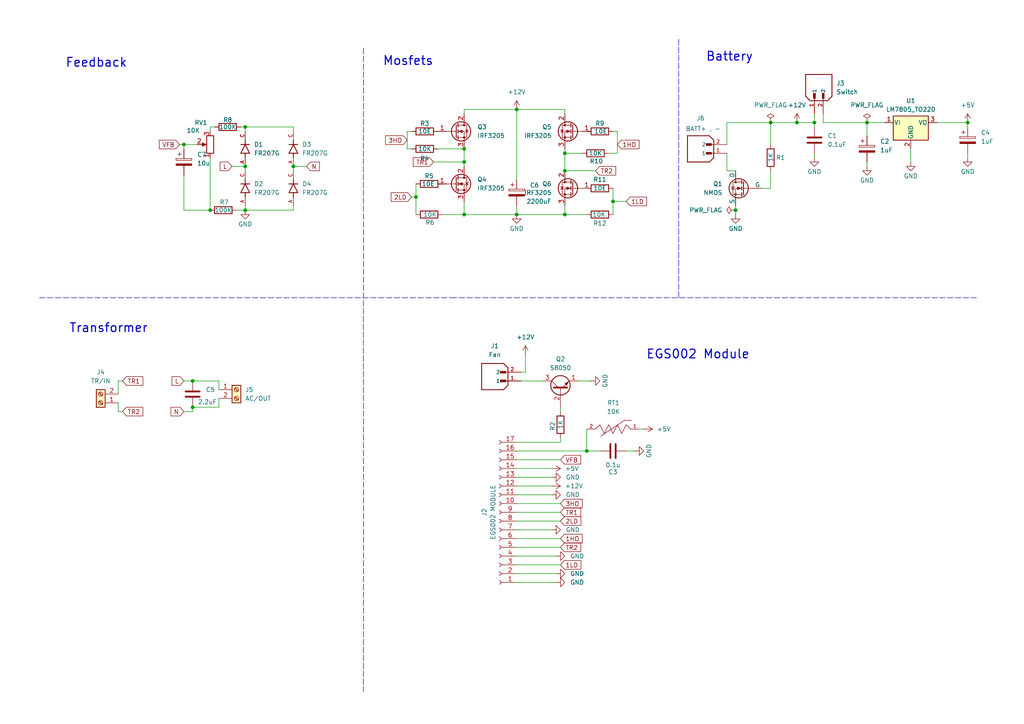
<source format=kicad_sch>
(kicad_sch
	(version 20231120)
	(generator "eeschema")
	(generator_version "8.0")
	(uuid "47c41718-689c-47cb-9133-df4650acd088")
	(paper "A4")
	(lib_symbols
		(symbol "B2B-XH-A__LF__SN_:B2B-XH-A__LF__SN_"
			(pin_names
				(offset 1.016)
			)
			(exclude_from_sim no)
			(in_bom yes)
			(on_board yes)
			(property "Reference" "J"
				(at -2.54 6.35 0)
				(effects
					(font
						(size 1.27 1.27)
					)
					(justify left bottom)
				)
			)
			(property "Value" "B2B-XH-A__LF__SN_"
				(at -2.54 -5.08 0)
				(effects
					(font
						(size 1.27 1.27)
					)
					(justify left bottom)
				)
			)
			(property "Footprint" "B2B-XH-A__LF__SN_:JST_B2B-XH-A__LF__SN_"
				(at 0 0 0)
				(effects
					(font
						(size 1.27 1.27)
					)
					(justify bottom)
					(hide yes)
				)
			)
			(property "Datasheet" ""
				(at 0 0 0)
				(effects
					(font
						(size 1.27 1.27)
					)
					(hide yes)
				)
			)
			(property "Description" ""
				(at 0 0 0)
				(effects
					(font
						(size 1.27 1.27)
					)
					(hide yes)
				)
			)
			(property "MF" "JST Sales"
				(at 0 0 0)
				(effects
					(font
						(size 1.27 1.27)
					)
					(justify bottom)
					(hide yes)
				)
			)
			(property "MAXIMUM_PACKAGE_HEIGHT" "7 mm"
				(at 0 0 0)
				(effects
					(font
						(size 1.27 1.27)
					)
					(justify bottom)
					(hide yes)
				)
			)
			(property "Package" "None"
				(at 0 0 0)
				(effects
					(font
						(size 1.27 1.27)
					)
					(justify bottom)
					(hide yes)
				)
			)
			(property "Price" "None"
				(at 0 0 0)
				(effects
					(font
						(size 1.27 1.27)
					)
					(justify bottom)
					(hide yes)
				)
			)
			(property "Check_prices" "https://www.snapeda.com/parts/B2B-XH-A%20(LF)(SN)/JST+Sales+America+Inc./view-part/?ref=eda"
				(at 0 0 0)
				(effects
					(font
						(size 1.27 1.27)
					)
					(justify bottom)
					(hide yes)
				)
			)
			(property "STANDARD" "Manufacturer Recommendations"
				(at 0 0 0)
				(effects
					(font
						(size 1.27 1.27)
					)
					(justify bottom)
					(hide yes)
				)
			)
			(property "PARTREV" "N/A"
				(at 0 0 0)
				(effects
					(font
						(size 1.27 1.27)
					)
					(justify bottom)
					(hide yes)
				)
			)
			(property "SnapEDA_Link" "https://www.snapeda.com/parts/B2B-XH-A%20(LF)(SN)/JST+Sales+America+Inc./view-part/?ref=snap"
				(at 0 0 0)
				(effects
					(font
						(size 1.27 1.27)
					)
					(justify bottom)
					(hide yes)
				)
			)
			(property "MP" "B2B-XH-A (LF)(SN)"
				(at 0 0 0)
				(effects
					(font
						(size 1.27 1.27)
					)
					(justify bottom)
					(hide yes)
				)
			)
			(property "Purchase-URL" "https://www.snapeda.com/api/url_track_click_mouser/?unipart_id=1904846&manufacturer=JST Sales&part_name=B2B-XH-A (LF)(SN)&search_term=b2b-xh-a_lf__sn_"
				(at 0 0 0)
				(effects
					(font
						(size 1.27 1.27)
					)
					(justify bottom)
					(hide yes)
				)
			)
			(property "Description_1" "\nConnector Header Through Hole 2 position 0.098 (2.50mm)\n"
				(at 0 0 0)
				(effects
					(font
						(size 1.27 1.27)
					)
					(justify bottom)
					(hide yes)
				)
			)
			(property "MANUFACTURER" "JST Sales America Inc."
				(at 0 0 0)
				(effects
					(font
						(size 1.27 1.27)
					)
					(justify bottom)
					(hide yes)
				)
			)
			(property "Availability" "In Stock"
				(at 0 0 0)
				(effects
					(font
						(size 1.27 1.27)
					)
					(justify bottom)
					(hide yes)
				)
			)
			(property "SNAPEDA_PN" "B2B-XH-A (LF)(SN)"
				(at 0 0 0)
				(effects
					(font
						(size 1.27 1.27)
					)
					(justify bottom)
					(hide yes)
				)
			)
			(symbol "B2B-XH-A__LF__SN__0_0"
				(rectangle
					(start -3.175 -0.3175)
					(end -1.5875 0.3175)
					(stroke
						(width 0.1)
						(type default)
					)
					(fill
						(type outline)
					)
				)
				(rectangle
					(start -3.175 2.2225)
					(end -1.5875 2.8575)
					(stroke
						(width 0.1)
						(type default)
					)
					(fill
						(type outline)
					)
				)
				(polyline
					(pts
						(xy -3.81 -1.27) (xy -2.54 -2.54)
					)
					(stroke
						(width 0.254)
						(type default)
					)
					(fill
						(type none)
					)
				)
				(polyline
					(pts
						(xy -3.81 3.81) (xy -3.81 -1.27)
					)
					(stroke
						(width 0.254)
						(type default)
					)
					(fill
						(type none)
					)
				)
				(polyline
					(pts
						(xy -3.81 3.81) (xy -2.54 5.08)
					)
					(stroke
						(width 0.254)
						(type default)
					)
					(fill
						(type none)
					)
				)
				(polyline
					(pts
						(xy -2.54 -2.54) (xy 3.81 -2.54)
					)
					(stroke
						(width 0.254)
						(type default)
					)
					(fill
						(type none)
					)
				)
				(polyline
					(pts
						(xy 3.81 -2.54) (xy 3.81 5.08)
					)
					(stroke
						(width 0.254)
						(type default)
					)
					(fill
						(type none)
					)
				)
				(polyline
					(pts
						(xy 3.81 5.08) (xy -2.54 5.08)
					)
					(stroke
						(width 0.254)
						(type default)
					)
					(fill
						(type none)
					)
				)
				(pin passive line
					(at -7.62 2.54 0)
					(length 5.08)
					(name "1"
						(effects
							(font
								(size 1.016 1.016)
							)
						)
					)
					(number "1"
						(effects
							(font
								(size 1.016 1.016)
							)
						)
					)
				)
				(pin passive line
					(at -7.62 0 0)
					(length 5.08)
					(name "2"
						(effects
							(font
								(size 1.016 1.016)
							)
						)
					)
					(number "2"
						(effects
							(font
								(size 1.016 1.016)
							)
						)
					)
				)
			)
		)
		(symbol "Connector:Conn_01x17_Socket"
			(pin_names
				(offset 1.016) hide)
			(exclude_from_sim no)
			(in_bom yes)
			(on_board yes)
			(property "Reference" "J"
				(at 0 22.86 0)
				(effects
					(font
						(size 1.27 1.27)
					)
				)
			)
			(property "Value" "Conn_01x17_Socket"
				(at 0 -22.86 0)
				(effects
					(font
						(size 1.27 1.27)
					)
				)
			)
			(property "Footprint" ""
				(at 0 0 0)
				(effects
					(font
						(size 1.27 1.27)
					)
					(hide yes)
				)
			)
			(property "Datasheet" "~"
				(at 0 0 0)
				(effects
					(font
						(size 1.27 1.27)
					)
					(hide yes)
				)
			)
			(property "Description" "Generic connector, single row, 01x17, script generated"
				(at 0 0 0)
				(effects
					(font
						(size 1.27 1.27)
					)
					(hide yes)
				)
			)
			(property "ki_locked" ""
				(at 0 0 0)
				(effects
					(font
						(size 1.27 1.27)
					)
				)
			)
			(property "ki_keywords" "connector"
				(at 0 0 0)
				(effects
					(font
						(size 1.27 1.27)
					)
					(hide yes)
				)
			)
			(property "ki_fp_filters" "Connector*:*_1x??_*"
				(at 0 0 0)
				(effects
					(font
						(size 1.27 1.27)
					)
					(hide yes)
				)
			)
			(symbol "Conn_01x17_Socket_1_1"
				(arc
					(start 0 -19.812)
					(mid -0.5058 -20.32)
					(end 0 -20.828)
					(stroke
						(width 0.1524)
						(type default)
					)
					(fill
						(type none)
					)
				)
				(arc
					(start 0 -17.272)
					(mid -0.5058 -17.78)
					(end 0 -18.288)
					(stroke
						(width 0.1524)
						(type default)
					)
					(fill
						(type none)
					)
				)
				(arc
					(start 0 -14.732)
					(mid -0.5058 -15.24)
					(end 0 -15.748)
					(stroke
						(width 0.1524)
						(type default)
					)
					(fill
						(type none)
					)
				)
				(arc
					(start 0 -12.192)
					(mid -0.5058 -12.7)
					(end 0 -13.208)
					(stroke
						(width 0.1524)
						(type default)
					)
					(fill
						(type none)
					)
				)
				(arc
					(start 0 -9.652)
					(mid -0.5058 -10.16)
					(end 0 -10.668)
					(stroke
						(width 0.1524)
						(type default)
					)
					(fill
						(type none)
					)
				)
				(arc
					(start 0 -7.112)
					(mid -0.5058 -7.62)
					(end 0 -8.128)
					(stroke
						(width 0.1524)
						(type default)
					)
					(fill
						(type none)
					)
				)
				(arc
					(start 0 -4.572)
					(mid -0.5058 -5.08)
					(end 0 -5.588)
					(stroke
						(width 0.1524)
						(type default)
					)
					(fill
						(type none)
					)
				)
				(arc
					(start 0 -2.032)
					(mid -0.5058 -2.54)
					(end 0 -3.048)
					(stroke
						(width 0.1524)
						(type default)
					)
					(fill
						(type none)
					)
				)
				(polyline
					(pts
						(xy -1.27 -20.32) (xy -0.508 -20.32)
					)
					(stroke
						(width 0.1524)
						(type default)
					)
					(fill
						(type none)
					)
				)
				(polyline
					(pts
						(xy -1.27 -17.78) (xy -0.508 -17.78)
					)
					(stroke
						(width 0.1524)
						(type default)
					)
					(fill
						(type none)
					)
				)
				(polyline
					(pts
						(xy -1.27 -15.24) (xy -0.508 -15.24)
					)
					(stroke
						(width 0.1524)
						(type default)
					)
					(fill
						(type none)
					)
				)
				(polyline
					(pts
						(xy -1.27 -12.7) (xy -0.508 -12.7)
					)
					(stroke
						(width 0.1524)
						(type default)
					)
					(fill
						(type none)
					)
				)
				(polyline
					(pts
						(xy -1.27 -10.16) (xy -0.508 -10.16)
					)
					(stroke
						(width 0.1524)
						(type default)
					)
					(fill
						(type none)
					)
				)
				(polyline
					(pts
						(xy -1.27 -7.62) (xy -0.508 -7.62)
					)
					(stroke
						(width 0.1524)
						(type default)
					)
					(fill
						(type none)
					)
				)
				(polyline
					(pts
						(xy -1.27 -5.08) (xy -0.508 -5.08)
					)
					(stroke
						(width 0.1524)
						(type default)
					)
					(fill
						(type none)
					)
				)
				(polyline
					(pts
						(xy -1.27 -2.54) (xy -0.508 -2.54)
					)
					(stroke
						(width 0.1524)
						(type default)
					)
					(fill
						(type none)
					)
				)
				(polyline
					(pts
						(xy -1.27 0) (xy -0.508 0)
					)
					(stroke
						(width 0.1524)
						(type default)
					)
					(fill
						(type none)
					)
				)
				(polyline
					(pts
						(xy -1.27 2.54) (xy -0.508 2.54)
					)
					(stroke
						(width 0.1524)
						(type default)
					)
					(fill
						(type none)
					)
				)
				(polyline
					(pts
						(xy -1.27 5.08) (xy -0.508 5.08)
					)
					(stroke
						(width 0.1524)
						(type default)
					)
					(fill
						(type none)
					)
				)
				(polyline
					(pts
						(xy -1.27 7.62) (xy -0.508 7.62)
					)
					(stroke
						(width 0.1524)
						(type default)
					)
					(fill
						(type none)
					)
				)
				(polyline
					(pts
						(xy -1.27 10.16) (xy -0.508 10.16)
					)
					(stroke
						(width 0.1524)
						(type default)
					)
					(fill
						(type none)
					)
				)
				(polyline
					(pts
						(xy -1.27 12.7) (xy -0.508 12.7)
					)
					(stroke
						(width 0.1524)
						(type default)
					)
					(fill
						(type none)
					)
				)
				(polyline
					(pts
						(xy -1.27 15.24) (xy -0.508 15.24)
					)
					(stroke
						(width 0.1524)
						(type default)
					)
					(fill
						(type none)
					)
				)
				(polyline
					(pts
						(xy -1.27 17.78) (xy -0.508 17.78)
					)
					(stroke
						(width 0.1524)
						(type default)
					)
					(fill
						(type none)
					)
				)
				(polyline
					(pts
						(xy -1.27 20.32) (xy -0.508 20.32)
					)
					(stroke
						(width 0.1524)
						(type default)
					)
					(fill
						(type none)
					)
				)
				(arc
					(start 0 0.508)
					(mid -0.5058 0)
					(end 0 -0.508)
					(stroke
						(width 0.1524)
						(type default)
					)
					(fill
						(type none)
					)
				)
				(arc
					(start 0 3.048)
					(mid -0.5058 2.54)
					(end 0 2.032)
					(stroke
						(width 0.1524)
						(type default)
					)
					(fill
						(type none)
					)
				)
				(arc
					(start 0 5.588)
					(mid -0.5058 5.08)
					(end 0 4.572)
					(stroke
						(width 0.1524)
						(type default)
					)
					(fill
						(type none)
					)
				)
				(arc
					(start 0 8.128)
					(mid -0.5058 7.62)
					(end 0 7.112)
					(stroke
						(width 0.1524)
						(type default)
					)
					(fill
						(type none)
					)
				)
				(arc
					(start 0 10.668)
					(mid -0.5058 10.16)
					(end 0 9.652)
					(stroke
						(width 0.1524)
						(type default)
					)
					(fill
						(type none)
					)
				)
				(arc
					(start 0 13.208)
					(mid -0.5058 12.7)
					(end 0 12.192)
					(stroke
						(width 0.1524)
						(type default)
					)
					(fill
						(type none)
					)
				)
				(arc
					(start 0 15.748)
					(mid -0.5058 15.24)
					(end 0 14.732)
					(stroke
						(width 0.1524)
						(type default)
					)
					(fill
						(type none)
					)
				)
				(arc
					(start 0 18.288)
					(mid -0.5058 17.78)
					(end 0 17.272)
					(stroke
						(width 0.1524)
						(type default)
					)
					(fill
						(type none)
					)
				)
				(arc
					(start 0 20.828)
					(mid -0.5058 20.32)
					(end 0 19.812)
					(stroke
						(width 0.1524)
						(type default)
					)
					(fill
						(type none)
					)
				)
				(pin passive line
					(at -5.08 20.32 0)
					(length 3.81)
					(name "Pin_1"
						(effects
							(font
								(size 1.27 1.27)
							)
						)
					)
					(number "1"
						(effects
							(font
								(size 1.27 1.27)
							)
						)
					)
				)
				(pin passive line
					(at -5.08 -2.54 0)
					(length 3.81)
					(name "Pin_10"
						(effects
							(font
								(size 1.27 1.27)
							)
						)
					)
					(number "10"
						(effects
							(font
								(size 1.27 1.27)
							)
						)
					)
				)
				(pin passive line
					(at -5.08 -5.08 0)
					(length 3.81)
					(name "Pin_11"
						(effects
							(font
								(size 1.27 1.27)
							)
						)
					)
					(number "11"
						(effects
							(font
								(size 1.27 1.27)
							)
						)
					)
				)
				(pin passive line
					(at -5.08 -7.62 0)
					(length 3.81)
					(name "Pin_12"
						(effects
							(font
								(size 1.27 1.27)
							)
						)
					)
					(number "12"
						(effects
							(font
								(size 1.27 1.27)
							)
						)
					)
				)
				(pin passive line
					(at -5.08 -10.16 0)
					(length 3.81)
					(name "Pin_13"
						(effects
							(font
								(size 1.27 1.27)
							)
						)
					)
					(number "13"
						(effects
							(font
								(size 1.27 1.27)
							)
						)
					)
				)
				(pin passive line
					(at -5.08 -12.7 0)
					(length 3.81)
					(name "Pin_14"
						(effects
							(font
								(size 1.27 1.27)
							)
						)
					)
					(number "14"
						(effects
							(font
								(size 1.27 1.27)
							)
						)
					)
				)
				(pin passive line
					(at -5.08 -15.24 0)
					(length 3.81)
					(name "Pin_15"
						(effects
							(font
								(size 1.27 1.27)
							)
						)
					)
					(number "15"
						(effects
							(font
								(size 1.27 1.27)
							)
						)
					)
				)
				(pin passive line
					(at -5.08 -17.78 0)
					(length 3.81)
					(name "Pin_16"
						(effects
							(font
								(size 1.27 1.27)
							)
						)
					)
					(number "16"
						(effects
							(font
								(size 1.27 1.27)
							)
						)
					)
				)
				(pin passive line
					(at -5.08 -20.32 0)
					(length 3.81)
					(name "Pin_17"
						(effects
							(font
								(size 1.27 1.27)
							)
						)
					)
					(number "17"
						(effects
							(font
								(size 1.27 1.27)
							)
						)
					)
				)
				(pin passive line
					(at -5.08 17.78 0)
					(length 3.81)
					(name "Pin_2"
						(effects
							(font
								(size 1.27 1.27)
							)
						)
					)
					(number "2"
						(effects
							(font
								(size 1.27 1.27)
							)
						)
					)
				)
				(pin passive line
					(at -5.08 15.24 0)
					(length 3.81)
					(name "Pin_3"
						(effects
							(font
								(size 1.27 1.27)
							)
						)
					)
					(number "3"
						(effects
							(font
								(size 1.27 1.27)
							)
						)
					)
				)
				(pin passive line
					(at -5.08 12.7 0)
					(length 3.81)
					(name "Pin_4"
						(effects
							(font
								(size 1.27 1.27)
							)
						)
					)
					(number "4"
						(effects
							(font
								(size 1.27 1.27)
							)
						)
					)
				)
				(pin passive line
					(at -5.08 10.16 0)
					(length 3.81)
					(name "Pin_5"
						(effects
							(font
								(size 1.27 1.27)
							)
						)
					)
					(number "5"
						(effects
							(font
								(size 1.27 1.27)
							)
						)
					)
				)
				(pin passive line
					(at -5.08 7.62 0)
					(length 3.81)
					(name "Pin_6"
						(effects
							(font
								(size 1.27 1.27)
							)
						)
					)
					(number "6"
						(effects
							(font
								(size 1.27 1.27)
							)
						)
					)
				)
				(pin passive line
					(at -5.08 5.08 0)
					(length 3.81)
					(name "Pin_7"
						(effects
							(font
								(size 1.27 1.27)
							)
						)
					)
					(number "7"
						(effects
							(font
								(size 1.27 1.27)
							)
						)
					)
				)
				(pin passive line
					(at -5.08 2.54 0)
					(length 3.81)
					(name "Pin_8"
						(effects
							(font
								(size 1.27 1.27)
							)
						)
					)
					(number "8"
						(effects
							(font
								(size 1.27 1.27)
							)
						)
					)
				)
				(pin passive line
					(at -5.08 0 0)
					(length 3.81)
					(name "Pin_9"
						(effects
							(font
								(size 1.27 1.27)
							)
						)
					)
					(number "9"
						(effects
							(font
								(size 1.27 1.27)
							)
						)
					)
				)
			)
		)
		(symbol "Connector:Screw_Terminal_01x02"
			(pin_names
				(offset 1.016) hide)
			(exclude_from_sim no)
			(in_bom yes)
			(on_board yes)
			(property "Reference" "J"
				(at 0 2.54 0)
				(effects
					(font
						(size 1.27 1.27)
					)
				)
			)
			(property "Value" "Screw_Terminal_01x02"
				(at 0 -5.08 0)
				(effects
					(font
						(size 1.27 1.27)
					)
				)
			)
			(property "Footprint" ""
				(at 0 0 0)
				(effects
					(font
						(size 1.27 1.27)
					)
					(hide yes)
				)
			)
			(property "Datasheet" "~"
				(at 0 0 0)
				(effects
					(font
						(size 1.27 1.27)
					)
					(hide yes)
				)
			)
			(property "Description" "Generic screw terminal, single row, 01x02, script generated (kicad-library-utils/schlib/autogen/connector/)"
				(at 0 0 0)
				(effects
					(font
						(size 1.27 1.27)
					)
					(hide yes)
				)
			)
			(property "ki_keywords" "screw terminal"
				(at 0 0 0)
				(effects
					(font
						(size 1.27 1.27)
					)
					(hide yes)
				)
			)
			(property "ki_fp_filters" "TerminalBlock*:*"
				(at 0 0 0)
				(effects
					(font
						(size 1.27 1.27)
					)
					(hide yes)
				)
			)
			(symbol "Screw_Terminal_01x02_1_1"
				(rectangle
					(start -1.27 1.27)
					(end 1.27 -3.81)
					(stroke
						(width 0.254)
						(type default)
					)
					(fill
						(type background)
					)
				)
				(circle
					(center 0 -2.54)
					(radius 0.635)
					(stroke
						(width 0.1524)
						(type default)
					)
					(fill
						(type none)
					)
				)
				(polyline
					(pts
						(xy -0.5334 -2.2098) (xy 0.3302 -3.048)
					)
					(stroke
						(width 0.1524)
						(type default)
					)
					(fill
						(type none)
					)
				)
				(polyline
					(pts
						(xy -0.5334 0.3302) (xy 0.3302 -0.508)
					)
					(stroke
						(width 0.1524)
						(type default)
					)
					(fill
						(type none)
					)
				)
				(polyline
					(pts
						(xy -0.3556 -2.032) (xy 0.508 -2.8702)
					)
					(stroke
						(width 0.1524)
						(type default)
					)
					(fill
						(type none)
					)
				)
				(polyline
					(pts
						(xy -0.3556 0.508) (xy 0.508 -0.3302)
					)
					(stroke
						(width 0.1524)
						(type default)
					)
					(fill
						(type none)
					)
				)
				(circle
					(center 0 0)
					(radius 0.635)
					(stroke
						(width 0.1524)
						(type default)
					)
					(fill
						(type none)
					)
				)
				(pin passive line
					(at -5.08 0 0)
					(length 3.81)
					(name "Pin_1"
						(effects
							(font
								(size 1.27 1.27)
							)
						)
					)
					(number "1"
						(effects
							(font
								(size 1.27 1.27)
							)
						)
					)
				)
				(pin passive line
					(at -5.08 -2.54 0)
					(length 3.81)
					(name "Pin_2"
						(effects
							(font
								(size 1.27 1.27)
							)
						)
					)
					(number "2"
						(effects
							(font
								(size 1.27 1.27)
							)
						)
					)
				)
			)
		)
		(symbol "Device:C"
			(pin_numbers hide)
			(pin_names
				(offset 0.254)
			)
			(exclude_from_sim no)
			(in_bom yes)
			(on_board yes)
			(property "Reference" "C"
				(at 0.635 2.54 0)
				(effects
					(font
						(size 1.27 1.27)
					)
					(justify left)
				)
			)
			(property "Value" "C"
				(at 0.635 -2.54 0)
				(effects
					(font
						(size 1.27 1.27)
					)
					(justify left)
				)
			)
			(property "Footprint" ""
				(at 0.9652 -3.81 0)
				(effects
					(font
						(size 1.27 1.27)
					)
					(hide yes)
				)
			)
			(property "Datasheet" "~"
				(at 0 0 0)
				(effects
					(font
						(size 1.27 1.27)
					)
					(hide yes)
				)
			)
			(property "Description" "Unpolarized capacitor"
				(at 0 0 0)
				(effects
					(font
						(size 1.27 1.27)
					)
					(hide yes)
				)
			)
			(property "ki_keywords" "cap capacitor"
				(at 0 0 0)
				(effects
					(font
						(size 1.27 1.27)
					)
					(hide yes)
				)
			)
			(property "ki_fp_filters" "C_*"
				(at 0 0 0)
				(effects
					(font
						(size 1.27 1.27)
					)
					(hide yes)
				)
			)
			(symbol "C_0_1"
				(polyline
					(pts
						(xy -2.032 -0.762) (xy 2.032 -0.762)
					)
					(stroke
						(width 0.508)
						(type default)
					)
					(fill
						(type none)
					)
				)
				(polyline
					(pts
						(xy -2.032 0.762) (xy 2.032 0.762)
					)
					(stroke
						(width 0.508)
						(type default)
					)
					(fill
						(type none)
					)
				)
			)
			(symbol "C_1_1"
				(pin passive line
					(at 0 3.81 270)
					(length 2.794)
					(name "~"
						(effects
							(font
								(size 1.27 1.27)
							)
						)
					)
					(number "1"
						(effects
							(font
								(size 1.27 1.27)
							)
						)
					)
				)
				(pin passive line
					(at 0 -3.81 90)
					(length 2.794)
					(name "~"
						(effects
							(font
								(size 1.27 1.27)
							)
						)
					)
					(number "2"
						(effects
							(font
								(size 1.27 1.27)
							)
						)
					)
				)
			)
		)
		(symbol "Device:C_Polarized"
			(pin_numbers hide)
			(pin_names
				(offset 0.254)
			)
			(exclude_from_sim no)
			(in_bom yes)
			(on_board yes)
			(property "Reference" "C"
				(at 0.635 2.54 0)
				(effects
					(font
						(size 1.27 1.27)
					)
					(justify left)
				)
			)
			(property "Value" "C_Polarized"
				(at 0.635 -2.54 0)
				(effects
					(font
						(size 1.27 1.27)
					)
					(justify left)
				)
			)
			(property "Footprint" ""
				(at 0.9652 -3.81 0)
				(effects
					(font
						(size 1.27 1.27)
					)
					(hide yes)
				)
			)
			(property "Datasheet" "~"
				(at 0 0 0)
				(effects
					(font
						(size 1.27 1.27)
					)
					(hide yes)
				)
			)
			(property "Description" "Polarized capacitor"
				(at 0 0 0)
				(effects
					(font
						(size 1.27 1.27)
					)
					(hide yes)
				)
			)
			(property "ki_keywords" "cap capacitor"
				(at 0 0 0)
				(effects
					(font
						(size 1.27 1.27)
					)
					(hide yes)
				)
			)
			(property "ki_fp_filters" "CP_*"
				(at 0 0 0)
				(effects
					(font
						(size 1.27 1.27)
					)
					(hide yes)
				)
			)
			(symbol "C_Polarized_0_1"
				(rectangle
					(start -2.286 0.508)
					(end 2.286 1.016)
					(stroke
						(width 0)
						(type default)
					)
					(fill
						(type none)
					)
				)
				(polyline
					(pts
						(xy -1.778 2.286) (xy -0.762 2.286)
					)
					(stroke
						(width 0)
						(type default)
					)
					(fill
						(type none)
					)
				)
				(polyline
					(pts
						(xy -1.27 2.794) (xy -1.27 1.778)
					)
					(stroke
						(width 0)
						(type default)
					)
					(fill
						(type none)
					)
				)
				(rectangle
					(start 2.286 -0.508)
					(end -2.286 -1.016)
					(stroke
						(width 0)
						(type default)
					)
					(fill
						(type outline)
					)
				)
			)
			(symbol "C_Polarized_1_1"
				(pin passive line
					(at 0 3.81 270)
					(length 2.794)
					(name "~"
						(effects
							(font
								(size 1.27 1.27)
							)
						)
					)
					(number "1"
						(effects
							(font
								(size 1.27 1.27)
							)
						)
					)
				)
				(pin passive line
					(at 0 -3.81 90)
					(length 2.794)
					(name "~"
						(effects
							(font
								(size 1.27 1.27)
							)
						)
					)
					(number "2"
						(effects
							(font
								(size 1.27 1.27)
							)
						)
					)
				)
			)
		)
		(symbol "Device:R"
			(pin_numbers hide)
			(pin_names
				(offset 0)
			)
			(exclude_from_sim no)
			(in_bom yes)
			(on_board yes)
			(property "Reference" "R"
				(at 2.032 0 90)
				(effects
					(font
						(size 1.27 1.27)
					)
				)
			)
			(property "Value" "R"
				(at 0 0 90)
				(effects
					(font
						(size 1.27 1.27)
					)
				)
			)
			(property "Footprint" ""
				(at -1.778 0 90)
				(effects
					(font
						(size 1.27 1.27)
					)
					(hide yes)
				)
			)
			(property "Datasheet" "~"
				(at 0 0 0)
				(effects
					(font
						(size 1.27 1.27)
					)
					(hide yes)
				)
			)
			(property "Description" "Resistor"
				(at 0 0 0)
				(effects
					(font
						(size 1.27 1.27)
					)
					(hide yes)
				)
			)
			(property "ki_keywords" "R res resistor"
				(at 0 0 0)
				(effects
					(font
						(size 1.27 1.27)
					)
					(hide yes)
				)
			)
			(property "ki_fp_filters" "R_*"
				(at 0 0 0)
				(effects
					(font
						(size 1.27 1.27)
					)
					(hide yes)
				)
			)
			(symbol "R_0_1"
				(rectangle
					(start -1.016 -2.54)
					(end 1.016 2.54)
					(stroke
						(width 0.254)
						(type default)
					)
					(fill
						(type none)
					)
				)
			)
			(symbol "R_1_1"
				(pin passive line
					(at 0 3.81 270)
					(length 1.27)
					(name "~"
						(effects
							(font
								(size 1.27 1.27)
							)
						)
					)
					(number "1"
						(effects
							(font
								(size 1.27 1.27)
							)
						)
					)
				)
				(pin passive line
					(at 0 -3.81 90)
					(length 1.27)
					(name "~"
						(effects
							(font
								(size 1.27 1.27)
							)
						)
					)
					(number "2"
						(effects
							(font
								(size 1.27 1.27)
							)
						)
					)
				)
			)
		)
		(symbol "Device:R_Potentiometer"
			(pin_names
				(offset 1.016) hide)
			(exclude_from_sim no)
			(in_bom yes)
			(on_board yes)
			(property "Reference" "RV"
				(at -4.445 0 90)
				(effects
					(font
						(size 1.27 1.27)
					)
				)
			)
			(property "Value" "R_Potentiometer"
				(at -2.54 0 90)
				(effects
					(font
						(size 1.27 1.27)
					)
				)
			)
			(property "Footprint" ""
				(at 0 0 0)
				(effects
					(font
						(size 1.27 1.27)
					)
					(hide yes)
				)
			)
			(property "Datasheet" "~"
				(at 0 0 0)
				(effects
					(font
						(size 1.27 1.27)
					)
					(hide yes)
				)
			)
			(property "Description" "Potentiometer"
				(at 0 0 0)
				(effects
					(font
						(size 1.27 1.27)
					)
					(hide yes)
				)
			)
			(property "ki_keywords" "resistor variable"
				(at 0 0 0)
				(effects
					(font
						(size 1.27 1.27)
					)
					(hide yes)
				)
			)
			(property "ki_fp_filters" "Potentiometer*"
				(at 0 0 0)
				(effects
					(font
						(size 1.27 1.27)
					)
					(hide yes)
				)
			)
			(symbol "R_Potentiometer_0_1"
				(polyline
					(pts
						(xy 2.54 0) (xy 1.524 0)
					)
					(stroke
						(width 0)
						(type default)
					)
					(fill
						(type none)
					)
				)
				(polyline
					(pts
						(xy 1.143 0) (xy 2.286 0.508) (xy 2.286 -0.508) (xy 1.143 0)
					)
					(stroke
						(width 0)
						(type default)
					)
					(fill
						(type outline)
					)
				)
				(rectangle
					(start 1.016 2.54)
					(end -1.016 -2.54)
					(stroke
						(width 0.254)
						(type default)
					)
					(fill
						(type none)
					)
				)
			)
			(symbol "R_Potentiometer_1_1"
				(pin passive line
					(at 0 3.81 270)
					(length 1.27)
					(name "1"
						(effects
							(font
								(size 1.27 1.27)
							)
						)
					)
					(number "1"
						(effects
							(font
								(size 1.27 1.27)
							)
						)
					)
				)
				(pin passive line
					(at 3.81 0 180)
					(length 1.27)
					(name "2"
						(effects
							(font
								(size 1.27 1.27)
							)
						)
					)
					(number "2"
						(effects
							(font
								(size 1.27 1.27)
							)
						)
					)
				)
				(pin passive line
					(at 0 -3.81 90)
					(length 1.27)
					(name "3"
						(effects
							(font
								(size 1.27 1.27)
							)
						)
					)
					(number "3"
						(effects
							(font
								(size 1.27 1.27)
							)
						)
					)
				)
			)
		)
		(symbol "FR207G:FR207G"
			(pin_names
				(offset 1.016)
			)
			(exclude_from_sim no)
			(in_bom yes)
			(on_board yes)
			(property "Reference" "D"
				(at -5.08 2.54 0)
				(effects
					(font
						(size 1.27 1.27)
					)
					(justify left bottom)
				)
			)
			(property "Value" "FR207G"
				(at -5.08 -3.81 0)
				(effects
					(font
						(size 1.27 1.27)
					)
					(justify left bottom)
				)
			)
			(property "Footprint" "FR207G:DIOAD1300W80L670D310"
				(at 0 0 0)
				(effects
					(font
						(size 1.27 1.27)
					)
					(justify bottom)
					(hide yes)
				)
			)
			(property "Datasheet" ""
				(at 0 0 0)
				(effects
					(font
						(size 1.27 1.27)
					)
					(hide yes)
				)
			)
			(property "Description" ""
				(at 0 0 0)
				(effects
					(font
						(size 1.27 1.27)
					)
					(hide yes)
				)
			)
			(property "MF" "Taiwan Semiconductor"
				(at 0 0 0)
				(effects
					(font
						(size 1.27 1.27)
					)
					(justify bottom)
					(hide yes)
				)
			)
			(property "MAXIMUM_PACKAGE_HEIGHT" "3.6 mm"
				(at 0 0 0)
				(effects
					(font
						(size 1.27 1.27)
					)
					(justify bottom)
					(hide yes)
				)
			)
			(property "Package" "DO-15 Taiwan Semiconductor"
				(at 0 0 0)
				(effects
					(font
						(size 1.27 1.27)
					)
					(justify bottom)
					(hide yes)
				)
			)
			(property "Price" "None"
				(at 0 0 0)
				(effects
					(font
						(size 1.27 1.27)
					)
					(justify bottom)
					(hide yes)
				)
			)
			(property "Check_prices" "https://www.snapeda.com/parts/FR207G/Taiwan+Semiconductor/view-part/?ref=eda"
				(at 0 0 0)
				(effects
					(font
						(size 1.27 1.27)
					)
					(justify bottom)
					(hide yes)
				)
			)
			(property "STANDARD" "IPC-7351B"
				(at 0 0 0)
				(effects
					(font
						(size 1.27 1.27)
					)
					(justify bottom)
					(hide yes)
				)
			)
			(property "PARTREV" "F2105"
				(at 0 0 0)
				(effects
					(font
						(size 1.27 1.27)
					)
					(justify bottom)
					(hide yes)
				)
			)
			(property "SnapEDA_Link" "https://www.snapeda.com/parts/FR207G/Taiwan+Semiconductor/view-part/?ref=snap"
				(at 0 0 0)
				(effects
					(font
						(size 1.27 1.27)
					)
					(justify bottom)
					(hide yes)
				)
			)
			(property "MP" "FR207G"
				(at 0 0 0)
				(effects
					(font
						(size 1.27 1.27)
					)
					(justify bottom)
					(hide yes)
				)
			)
			(property "Purchase-URL" "https://www.snapeda.com/api/url_track_click_mouser/?unipart_id=778169&manufacturer=Taiwan Semiconductor&part_name=FR207G&search_term=fr207 diode"
				(at 0 0 0)
				(effects
					(font
						(size 1.27 1.27)
					)
					(justify bottom)
					(hide yes)
				)
			)
			(property "Description_1" "\n500ns, 2A, 1000V, Fast Recovery Rectifier\n"
				(at 0 0 0)
				(effects
					(font
						(size 1.27 1.27)
					)
					(justify bottom)
					(hide yes)
				)
			)
			(property "Availability" "In Stock"
				(at 0 0 0)
				(effects
					(font
						(size 1.27 1.27)
					)
					(justify bottom)
					(hide yes)
				)
			)
			(property "MANUFACTURER" "Taiwan Semiconductor"
				(at 0 0 0)
				(effects
					(font
						(size 1.27 1.27)
					)
					(justify bottom)
					(hide yes)
				)
			)
			(symbol "FR207G_0_0"
				(polyline
					(pts
						(xy -2.54 0) (xy -1.27 0)
					)
					(stroke
						(width 0.254)
						(type default)
					)
					(fill
						(type none)
					)
				)
				(polyline
					(pts
						(xy -1.27 -1.27) (xy 1.27 0)
					)
					(stroke
						(width 0.254)
						(type default)
					)
					(fill
						(type none)
					)
				)
				(polyline
					(pts
						(xy -1.27 0) (xy -1.27 -1.27)
					)
					(stroke
						(width 0.254)
						(type default)
					)
					(fill
						(type none)
					)
				)
				(polyline
					(pts
						(xy -1.27 1.27) (xy -1.27 0)
					)
					(stroke
						(width 0.254)
						(type default)
					)
					(fill
						(type none)
					)
				)
				(polyline
					(pts
						(xy 1.27 0) (xy -1.27 1.27)
					)
					(stroke
						(width 0.254)
						(type default)
					)
					(fill
						(type none)
					)
				)
				(polyline
					(pts
						(xy 1.27 0) (xy 1.27 -1.27)
					)
					(stroke
						(width 0.254)
						(type default)
					)
					(fill
						(type none)
					)
				)
				(polyline
					(pts
						(xy 1.27 0) (xy 2.54 0)
					)
					(stroke
						(width 0.254)
						(type default)
					)
					(fill
						(type none)
					)
				)
				(polyline
					(pts
						(xy 1.27 1.27) (xy 1.27 0)
					)
					(stroke
						(width 0.254)
						(type default)
					)
					(fill
						(type none)
					)
				)
				(pin passive line
					(at -5.08 0 0)
					(length 2.54)
					(name "~"
						(effects
							(font
								(size 1.016 1.016)
							)
						)
					)
					(number "A"
						(effects
							(font
								(size 1.016 1.016)
							)
						)
					)
				)
				(pin passive line
					(at 5.08 0 180)
					(length 2.54)
					(name "~"
						(effects
							(font
								(size 1.016 1.016)
							)
						)
					)
					(number "C"
						(effects
							(font
								(size 1.016 1.016)
							)
						)
					)
				)
			)
		)
		(symbol "NXRT15WB333JA3A016:NXRT15WB333JA3A016"
			(pin_names
				(offset 1.016)
			)
			(exclude_from_sim no)
			(in_bom yes)
			(on_board yes)
			(property "Reference" "RT"
				(at -5.091 2.5455 0)
				(effects
					(font
						(size 1.27 1.27)
					)
					(justify left bottom)
				)
			)
			(property "Value" "NXRT15WB333JA3A016"
				(at -5.098 -5.098 0)
				(effects
					(font
						(size 1.27 1.27)
					)
					(justify left bottom)
				)
			)
			(property "Footprint" "NXRT15WB333JA3A016:THERM_NXRT15WB333JA3A016"
				(at 0 0 0)
				(effects
					(font
						(size 1.27 1.27)
					)
					(justify bottom)
					(hide yes)
				)
			)
			(property "Datasheet" ""
				(at 0 0 0)
				(effects
					(font
						(size 1.27 1.27)
					)
					(hide yes)
				)
			)
			(property "Description" ""
				(at 0 0 0)
				(effects
					(font
						(size 1.27 1.27)
					)
					(hide yes)
				)
			)
			(property "MF" "Murata Electronics"
				(at 0 0 0)
				(effects
					(font
						(size 1.27 1.27)
					)
					(justify bottom)
					(hide yes)
				)
			)
			(property "MAXIMUM_PACKAGE_HEIGHT" "8.5 mm"
				(at 0 0 0)
				(effects
					(font
						(size 1.27 1.27)
					)
					(justify bottom)
					(hide yes)
				)
			)
			(property "Package" "RADIAL-2 Murata"
				(at 0 0 0)
				(effects
					(font
						(size 1.27 1.27)
					)
					(justify bottom)
					(hide yes)
				)
			)
			(property "Price" "None"
				(at 0 0 0)
				(effects
					(font
						(size 1.27 1.27)
					)
					(justify bottom)
					(hide yes)
				)
			)
			(property "Check_prices" "https://www.snapeda.com/parts/NXRT15WB333JA3A016/Murata/view-part/?ref=eda"
				(at 0 0 0)
				(effects
					(font
						(size 1.27 1.27)
					)
					(justify bottom)
					(hide yes)
				)
			)
			(property "STANDARD" "IPC-7351B"
				(at 0 0 0)
				(effects
					(font
						(size 1.27 1.27)
					)
					(justify bottom)
					(hide yes)
				)
			)
			(property "PARTREV" "N/A"
				(at 0 0 0)
				(effects
					(font
						(size 1.27 1.27)
					)
					(justify bottom)
					(hide yes)
				)
			)
			(property "SnapEDA_Link" "https://www.snapeda.com/parts/NXRT15WB333JA3A016/Murata/view-part/?ref=snap"
				(at 0 0 0)
				(effects
					(font
						(size 1.27 1.27)
					)
					(justify bottom)
					(hide yes)
				)
			)
			(property "MP" "NXRT15WB333JA3A016"
				(at 0 0 0)
				(effects
					(font
						(size 1.27 1.27)
					)
					(justify bottom)
					(hide yes)
				)
			)
			(property "Description_1" "\nNTC Thermistor 10k Bead\n"
				(at 0 0 0)
				(effects
					(font
						(size 1.27 1.27)
					)
					(justify bottom)
					(hide yes)
				)
			)
			(property "Availability" "In Stock"
				(at 0 0 0)
				(effects
					(font
						(size 1.27 1.27)
					)
					(justify bottom)
					(hide yes)
				)
			)
			(property "MANUFACTURER" "Murata"
				(at 0 0 0)
				(effects
					(font
						(size 1.27 1.27)
					)
					(justify bottom)
					(hide yes)
				)
			)
			(symbol "NXRT15WB333JA3A016_0_0"
				(polyline
					(pts
						(xy -3.81 -1.27) (xy -5.08 0)
					)
					(stroke
						(width 0.1524)
						(type default)
					)
					(fill
						(type none)
					)
				)
				(polyline
					(pts
						(xy -3.302 -2.54) (xy -5.334 -2.54)
					)
					(stroke
						(width 0.1524)
						(type default)
					)
					(fill
						(type none)
					)
				)
				(polyline
					(pts
						(xy -3.302 -2.54) (xy 3.556 2.032)
					)
					(stroke
						(width 0.1524)
						(type default)
					)
					(fill
						(type none)
					)
				)
				(polyline
					(pts
						(xy -2.54 1.27) (xy -3.81 -1.27)
					)
					(stroke
						(width 0.1524)
						(type default)
					)
					(fill
						(type none)
					)
				)
				(polyline
					(pts
						(xy -1.27 -1.27) (xy -2.54 1.27)
					)
					(stroke
						(width 0.1524)
						(type default)
					)
					(fill
						(type none)
					)
				)
				(polyline
					(pts
						(xy -1.27 -1.27) (xy 0 1.27)
					)
					(stroke
						(width 0.1524)
						(type default)
					)
					(fill
						(type none)
					)
				)
				(polyline
					(pts
						(xy 0 1.27) (xy 1.27 -1.27)
					)
					(stroke
						(width 0.1524)
						(type default)
					)
					(fill
						(type none)
					)
				)
				(polyline
					(pts
						(xy 1.27 -1.27) (xy 2.54 1.27)
					)
					(stroke
						(width 0.1524)
						(type default)
					)
					(fill
						(type none)
					)
				)
				(polyline
					(pts
						(xy 2.54 1.27) (xy 3.81 -1.27)
					)
					(stroke
						(width 0.1524)
						(type default)
					)
					(fill
						(type none)
					)
				)
				(polyline
					(pts
						(xy 3.81 -1.27) (xy 5.08 0)
					)
					(stroke
						(width 0.1524)
						(type default)
					)
					(fill
						(type none)
					)
				)
				(pin passive line
					(at -7.62 0 0)
					(length 2.54)
					(name "~"
						(effects
							(font
								(size 1.016 1.016)
							)
						)
					)
					(number "1"
						(effects
							(font
								(size 1.016 1.016)
							)
						)
					)
				)
				(pin passive line
					(at 7.62 0 180)
					(length 2.54)
					(name "~"
						(effects
							(font
								(size 1.016 1.016)
							)
						)
					)
					(number "2"
						(effects
							(font
								(size 1.016 1.016)
							)
						)
					)
				)
			)
		)
		(symbol "Regulator_Linear:LM7805_TO220"
			(pin_names
				(offset 0.254)
			)
			(exclude_from_sim no)
			(in_bom yes)
			(on_board yes)
			(property "Reference" "U"
				(at -3.81 3.175 0)
				(effects
					(font
						(size 1.27 1.27)
					)
				)
			)
			(property "Value" "LM7805_TO220"
				(at 0 3.175 0)
				(effects
					(font
						(size 1.27 1.27)
					)
					(justify left)
				)
			)
			(property "Footprint" "Package_TO_SOT_THT:TO-220-3_Vertical"
				(at 0 5.715 0)
				(effects
					(font
						(size 1.27 1.27)
						(italic yes)
					)
					(hide yes)
				)
			)
			(property "Datasheet" "https://www.onsemi.cn/PowerSolutions/document/MC7800-D.PDF"
				(at 0 -1.27 0)
				(effects
					(font
						(size 1.27 1.27)
					)
					(hide yes)
				)
			)
			(property "Description" "Positive 1A 35V Linear Regulator, Fixed Output 5V, TO-220"
				(at 0 0 0)
				(effects
					(font
						(size 1.27 1.27)
					)
					(hide yes)
				)
			)
			(property "ki_keywords" "Voltage Regulator 1A Positive"
				(at 0 0 0)
				(effects
					(font
						(size 1.27 1.27)
					)
					(hide yes)
				)
			)
			(property "ki_fp_filters" "TO?220*"
				(at 0 0 0)
				(effects
					(font
						(size 1.27 1.27)
					)
					(hide yes)
				)
			)
			(symbol "LM7805_TO220_0_1"
				(rectangle
					(start -5.08 1.905)
					(end 5.08 -5.08)
					(stroke
						(width 0.254)
						(type default)
					)
					(fill
						(type background)
					)
				)
			)
			(symbol "LM7805_TO220_1_1"
				(pin power_in line
					(at -7.62 0 0)
					(length 2.54)
					(name "VI"
						(effects
							(font
								(size 1.27 1.27)
							)
						)
					)
					(number "1"
						(effects
							(font
								(size 1.27 1.27)
							)
						)
					)
				)
				(pin power_in line
					(at 0 -7.62 90)
					(length 2.54)
					(name "GND"
						(effects
							(font
								(size 1.27 1.27)
							)
						)
					)
					(number "2"
						(effects
							(font
								(size 1.27 1.27)
							)
						)
					)
				)
				(pin power_out line
					(at 7.62 0 180)
					(length 2.54)
					(name "VO"
						(effects
							(font
								(size 1.27 1.27)
							)
						)
					)
					(number "3"
						(effects
							(font
								(size 1.27 1.27)
							)
						)
					)
				)
			)
		)
		(symbol "Simulation_SPICE:NMOS"
			(pin_numbers hide)
			(pin_names
				(offset 0)
			)
			(exclude_from_sim no)
			(in_bom yes)
			(on_board yes)
			(property "Reference" "Q"
				(at 5.08 1.27 0)
				(effects
					(font
						(size 1.27 1.27)
					)
					(justify left)
				)
			)
			(property "Value" "NMOS"
				(at 5.08 -1.27 0)
				(effects
					(font
						(size 1.27 1.27)
					)
					(justify left)
				)
			)
			(property "Footprint" ""
				(at 5.08 2.54 0)
				(effects
					(font
						(size 1.27 1.27)
					)
					(hide yes)
				)
			)
			(property "Datasheet" "https://ngspice.sourceforge.io/docs/ngspice-html-manual/manual.xhtml#cha_MOSFETs"
				(at 0 -12.7 0)
				(effects
					(font
						(size 1.27 1.27)
					)
					(hide yes)
				)
			)
			(property "Description" "N-MOSFET transistor, drain/source/gate"
				(at 0 0 0)
				(effects
					(font
						(size 1.27 1.27)
					)
					(hide yes)
				)
			)
			(property "Sim.Device" "NMOS"
				(at 0 -17.145 0)
				(effects
					(font
						(size 1.27 1.27)
					)
					(hide yes)
				)
			)
			(property "Sim.Type" "VDMOS"
				(at 0 -19.05 0)
				(effects
					(font
						(size 1.27 1.27)
					)
					(hide yes)
				)
			)
			(property "Sim.Pins" "1=D 2=G 3=S"
				(at 0 -15.24 0)
				(effects
					(font
						(size 1.27 1.27)
					)
					(hide yes)
				)
			)
			(property "ki_keywords" "transistor NMOS N-MOS N-MOSFET simulation"
				(at 0 0 0)
				(effects
					(font
						(size 1.27 1.27)
					)
					(hide yes)
				)
			)
			(symbol "NMOS_0_1"
				(polyline
					(pts
						(xy 0.254 0) (xy -2.54 0)
					)
					(stroke
						(width 0)
						(type default)
					)
					(fill
						(type none)
					)
				)
				(polyline
					(pts
						(xy 0.254 1.905) (xy 0.254 -1.905)
					)
					(stroke
						(width 0.254)
						(type default)
					)
					(fill
						(type none)
					)
				)
				(polyline
					(pts
						(xy 0.762 -1.27) (xy 0.762 -2.286)
					)
					(stroke
						(width 0.254)
						(type default)
					)
					(fill
						(type none)
					)
				)
				(polyline
					(pts
						(xy 0.762 0.508) (xy 0.762 -0.508)
					)
					(stroke
						(width 0.254)
						(type default)
					)
					(fill
						(type none)
					)
				)
				(polyline
					(pts
						(xy 0.762 2.286) (xy 0.762 1.27)
					)
					(stroke
						(width 0.254)
						(type default)
					)
					(fill
						(type none)
					)
				)
				(polyline
					(pts
						(xy 2.54 2.54) (xy 2.54 1.778)
					)
					(stroke
						(width 0)
						(type default)
					)
					(fill
						(type none)
					)
				)
				(polyline
					(pts
						(xy 2.54 -2.54) (xy 2.54 0) (xy 0.762 0)
					)
					(stroke
						(width 0)
						(type default)
					)
					(fill
						(type none)
					)
				)
				(polyline
					(pts
						(xy 0.762 -1.778) (xy 3.302 -1.778) (xy 3.302 1.778) (xy 0.762 1.778)
					)
					(stroke
						(width 0)
						(type default)
					)
					(fill
						(type none)
					)
				)
				(polyline
					(pts
						(xy 1.016 0) (xy 2.032 0.381) (xy 2.032 -0.381) (xy 1.016 0)
					)
					(stroke
						(width 0)
						(type default)
					)
					(fill
						(type outline)
					)
				)
				(polyline
					(pts
						(xy 2.794 0.508) (xy 2.921 0.381) (xy 3.683 0.381) (xy 3.81 0.254)
					)
					(stroke
						(width 0)
						(type default)
					)
					(fill
						(type none)
					)
				)
				(polyline
					(pts
						(xy 3.302 0.381) (xy 2.921 -0.254) (xy 3.683 -0.254) (xy 3.302 0.381)
					)
					(stroke
						(width 0)
						(type default)
					)
					(fill
						(type none)
					)
				)
				(circle
					(center 1.651 0)
					(radius 2.794)
					(stroke
						(width 0.254)
						(type default)
					)
					(fill
						(type none)
					)
				)
				(circle
					(center 2.54 -1.778)
					(radius 0.254)
					(stroke
						(width 0)
						(type default)
					)
					(fill
						(type outline)
					)
				)
				(circle
					(center 2.54 1.778)
					(radius 0.254)
					(stroke
						(width 0)
						(type default)
					)
					(fill
						(type outline)
					)
				)
			)
			(symbol "NMOS_1_1"
				(pin passive line
					(at 2.54 5.08 270)
					(length 2.54)
					(name "D"
						(effects
							(font
								(size 1.27 1.27)
							)
						)
					)
					(number "1"
						(effects
							(font
								(size 1.27 1.27)
							)
						)
					)
				)
				(pin input line
					(at -5.08 0 0)
					(length 2.54)
					(name "G"
						(effects
							(font
								(size 1.27 1.27)
							)
						)
					)
					(number "2"
						(effects
							(font
								(size 1.27 1.27)
							)
						)
					)
				)
				(pin passive line
					(at 2.54 -5.08 90)
					(length 2.54)
					(name "S"
						(effects
							(font
								(size 1.27 1.27)
							)
						)
					)
					(number "3"
						(effects
							(font
								(size 1.27 1.27)
							)
						)
					)
				)
			)
		)
		(symbol "Transistor_BJT:S8050"
			(pin_names
				(offset 0) hide)
			(exclude_from_sim no)
			(in_bom yes)
			(on_board yes)
			(property "Reference" "Q"
				(at 5.08 1.905 0)
				(effects
					(font
						(size 1.27 1.27)
					)
					(justify left)
				)
			)
			(property "Value" "S8050"
				(at 5.08 0 0)
				(effects
					(font
						(size 1.27 1.27)
					)
					(justify left)
				)
			)
			(property "Footprint" "Package_TO_SOT_THT:TO-92_Inline"
				(at 5.08 -1.905 0)
				(effects
					(font
						(size 1.27 1.27)
						(italic yes)
					)
					(justify left)
					(hide yes)
				)
			)
			(property "Datasheet" "http://www.unisonic.com.tw/datasheet/S8050.pdf"
				(at 0 0 0)
				(effects
					(font
						(size 1.27 1.27)
					)
					(justify left)
					(hide yes)
				)
			)
			(property "Description" "0.7A Ic, 20V Vce, Low Voltage High Current NPN Transistor, TO-92"
				(at 0 0 0)
				(effects
					(font
						(size 1.27 1.27)
					)
					(hide yes)
				)
			)
			(property "ki_keywords" "S8050 NPN Low Voltage High Current Transistor"
				(at 0 0 0)
				(effects
					(font
						(size 1.27 1.27)
					)
					(hide yes)
				)
			)
			(property "ki_fp_filters" "TO?92*"
				(at 0 0 0)
				(effects
					(font
						(size 1.27 1.27)
					)
					(hide yes)
				)
			)
			(symbol "S8050_0_1"
				(polyline
					(pts
						(xy 0 0) (xy 0.635 0)
					)
					(stroke
						(width 0)
						(type default)
					)
					(fill
						(type none)
					)
				)
				(polyline
					(pts
						(xy 0.635 0.635) (xy 2.54 2.54)
					)
					(stroke
						(width 0)
						(type default)
					)
					(fill
						(type none)
					)
				)
				(polyline
					(pts
						(xy 0.635 -0.635) (xy 2.54 -2.54) (xy 2.54 -2.54)
					)
					(stroke
						(width 0)
						(type default)
					)
					(fill
						(type none)
					)
				)
				(polyline
					(pts
						(xy 0.635 1.905) (xy 0.635 -1.905) (xy 0.635 -1.905)
					)
					(stroke
						(width 0.508)
						(type default)
					)
					(fill
						(type none)
					)
				)
				(polyline
					(pts
						(xy 1.27 -1.778) (xy 1.778 -1.27) (xy 2.286 -2.286) (xy 1.27 -1.778) (xy 1.27 -1.778)
					)
					(stroke
						(width 0)
						(type default)
					)
					(fill
						(type outline)
					)
				)
				(circle
					(center 1.27 0)
					(radius 2.8194)
					(stroke
						(width 0.254)
						(type default)
					)
					(fill
						(type none)
					)
				)
			)
			(symbol "S8050_1_1"
				(pin passive line
					(at 2.54 -5.08 90)
					(length 2.54)
					(name "E"
						(effects
							(font
								(size 1.27 1.27)
							)
						)
					)
					(number "1"
						(effects
							(font
								(size 1.27 1.27)
							)
						)
					)
				)
				(pin input line
					(at -5.08 0 0)
					(length 5.08)
					(name "B"
						(effects
							(font
								(size 1.27 1.27)
							)
						)
					)
					(number "2"
						(effects
							(font
								(size 1.27 1.27)
							)
						)
					)
				)
				(pin passive line
					(at 2.54 5.08 270)
					(length 2.54)
					(name "C"
						(effects
							(font
								(size 1.27 1.27)
							)
						)
					)
					(number "3"
						(effects
							(font
								(size 1.27 1.27)
							)
						)
					)
				)
			)
		)
		(symbol "Transistor_FET:IRF3205"
			(pin_names hide)
			(exclude_from_sim no)
			(in_bom yes)
			(on_board yes)
			(property "Reference" "Q"
				(at 5.08 1.905 0)
				(effects
					(font
						(size 1.27 1.27)
					)
					(justify left)
				)
			)
			(property "Value" "IRF3205"
				(at 5.08 0 0)
				(effects
					(font
						(size 1.27 1.27)
					)
					(justify left)
				)
			)
			(property "Footprint" "Package_TO_SOT_THT:TO-220-3_Vertical"
				(at 5.08 -1.905 0)
				(effects
					(font
						(size 1.27 1.27)
						(italic yes)
					)
					(justify left)
					(hide yes)
				)
			)
			(property "Datasheet" "http://www.irf.com/product-info/datasheets/data/irf3205.pdf"
				(at 5.08 -3.81 0)
				(effects
					(font
						(size 1.27 1.27)
					)
					(justify left)
					(hide yes)
				)
			)
			(property "Description" "110A Id, 55V Vds, Single N-Channel HEXFET Power MOSFET, 8mOhm Ron, TO-220AB"
				(at 0 0 0)
				(effects
					(font
						(size 1.27 1.27)
					)
					(hide yes)
				)
			)
			(property "ki_keywords" "Single N-Channel HEXFET Power MOSFET"
				(at 0 0 0)
				(effects
					(font
						(size 1.27 1.27)
					)
					(hide yes)
				)
			)
			(property "ki_fp_filters" "TO?220*"
				(at 0 0 0)
				(effects
					(font
						(size 1.27 1.27)
					)
					(hide yes)
				)
			)
			(symbol "IRF3205_0_1"
				(polyline
					(pts
						(xy 0.254 0) (xy -2.54 0)
					)
					(stroke
						(width 0)
						(type default)
					)
					(fill
						(type none)
					)
				)
				(polyline
					(pts
						(xy 0.254 1.905) (xy 0.254 -1.905)
					)
					(stroke
						(width 0.254)
						(type default)
					)
					(fill
						(type none)
					)
				)
				(polyline
					(pts
						(xy 0.762 -1.27) (xy 0.762 -2.286)
					)
					(stroke
						(width 0.254)
						(type default)
					)
					(fill
						(type none)
					)
				)
				(polyline
					(pts
						(xy 0.762 0.508) (xy 0.762 -0.508)
					)
					(stroke
						(width 0.254)
						(type default)
					)
					(fill
						(type none)
					)
				)
				(polyline
					(pts
						(xy 0.762 2.286) (xy 0.762 1.27)
					)
					(stroke
						(width 0.254)
						(type default)
					)
					(fill
						(type none)
					)
				)
				(polyline
					(pts
						(xy 2.54 2.54) (xy 2.54 1.778)
					)
					(stroke
						(width 0)
						(type default)
					)
					(fill
						(type none)
					)
				)
				(polyline
					(pts
						(xy 2.54 -2.54) (xy 2.54 0) (xy 0.762 0)
					)
					(stroke
						(width 0)
						(type default)
					)
					(fill
						(type none)
					)
				)
				(polyline
					(pts
						(xy 0.762 -1.778) (xy 3.302 -1.778) (xy 3.302 1.778) (xy 0.762 1.778)
					)
					(stroke
						(width 0)
						(type default)
					)
					(fill
						(type none)
					)
				)
				(polyline
					(pts
						(xy 1.016 0) (xy 2.032 0.381) (xy 2.032 -0.381) (xy 1.016 0)
					)
					(stroke
						(width 0)
						(type default)
					)
					(fill
						(type outline)
					)
				)
				(polyline
					(pts
						(xy 2.794 0.508) (xy 2.921 0.381) (xy 3.683 0.381) (xy 3.81 0.254)
					)
					(stroke
						(width 0)
						(type default)
					)
					(fill
						(type none)
					)
				)
				(polyline
					(pts
						(xy 3.302 0.381) (xy 2.921 -0.254) (xy 3.683 -0.254) (xy 3.302 0.381)
					)
					(stroke
						(width 0)
						(type default)
					)
					(fill
						(type none)
					)
				)
				(circle
					(center 1.651 0)
					(radius 2.794)
					(stroke
						(width 0.254)
						(type default)
					)
					(fill
						(type none)
					)
				)
				(circle
					(center 2.54 -1.778)
					(radius 0.254)
					(stroke
						(width 0)
						(type default)
					)
					(fill
						(type outline)
					)
				)
				(circle
					(center 2.54 1.778)
					(radius 0.254)
					(stroke
						(width 0)
						(type default)
					)
					(fill
						(type outline)
					)
				)
			)
			(symbol "IRF3205_1_1"
				(pin input line
					(at -5.08 0 0)
					(length 2.54)
					(name "G"
						(effects
							(font
								(size 1.27 1.27)
							)
						)
					)
					(number "1"
						(effects
							(font
								(size 1.27 1.27)
							)
						)
					)
				)
				(pin passive line
					(at 2.54 5.08 270)
					(length 2.54)
					(name "D"
						(effects
							(font
								(size 1.27 1.27)
							)
						)
					)
					(number "2"
						(effects
							(font
								(size 1.27 1.27)
							)
						)
					)
				)
				(pin passive line
					(at 2.54 -5.08 90)
					(length 2.54)
					(name "S"
						(effects
							(font
								(size 1.27 1.27)
							)
						)
					)
					(number "3"
						(effects
							(font
								(size 1.27 1.27)
							)
						)
					)
				)
			)
		)
		(symbol "power:+12V"
			(power)
			(pin_numbers hide)
			(pin_names
				(offset 0) hide)
			(exclude_from_sim no)
			(in_bom yes)
			(on_board yes)
			(property "Reference" "#PWR"
				(at 0 -3.81 0)
				(effects
					(font
						(size 1.27 1.27)
					)
					(hide yes)
				)
			)
			(property "Value" "+12V"
				(at 0 3.556 0)
				(effects
					(font
						(size 1.27 1.27)
					)
				)
			)
			(property "Footprint" ""
				(at 0 0 0)
				(effects
					(font
						(size 1.27 1.27)
					)
					(hide yes)
				)
			)
			(property "Datasheet" ""
				(at 0 0 0)
				(effects
					(font
						(size 1.27 1.27)
					)
					(hide yes)
				)
			)
			(property "Description" "Power symbol creates a global label with name \"+12V\""
				(at 0 0 0)
				(effects
					(font
						(size 1.27 1.27)
					)
					(hide yes)
				)
			)
			(property "ki_keywords" "global power"
				(at 0 0 0)
				(effects
					(font
						(size 1.27 1.27)
					)
					(hide yes)
				)
			)
			(symbol "+12V_0_1"
				(polyline
					(pts
						(xy -0.762 1.27) (xy 0 2.54)
					)
					(stroke
						(width 0)
						(type default)
					)
					(fill
						(type none)
					)
				)
				(polyline
					(pts
						(xy 0 0) (xy 0 2.54)
					)
					(stroke
						(width 0)
						(type default)
					)
					(fill
						(type none)
					)
				)
				(polyline
					(pts
						(xy 0 2.54) (xy 0.762 1.27)
					)
					(stroke
						(width 0)
						(type default)
					)
					(fill
						(type none)
					)
				)
			)
			(symbol "+12V_1_1"
				(pin power_in line
					(at 0 0 90)
					(length 0)
					(name "~"
						(effects
							(font
								(size 1.27 1.27)
							)
						)
					)
					(number "1"
						(effects
							(font
								(size 1.27 1.27)
							)
						)
					)
				)
			)
		)
		(symbol "power:+5V"
			(power)
			(pin_numbers hide)
			(pin_names
				(offset 0) hide)
			(exclude_from_sim no)
			(in_bom yes)
			(on_board yes)
			(property "Reference" "#PWR"
				(at 0 -3.81 0)
				(effects
					(font
						(size 1.27 1.27)
					)
					(hide yes)
				)
			)
			(property "Value" "+5V"
				(at 0 3.556 0)
				(effects
					(font
						(size 1.27 1.27)
					)
				)
			)
			(property "Footprint" ""
				(at 0 0 0)
				(effects
					(font
						(size 1.27 1.27)
					)
					(hide yes)
				)
			)
			(property "Datasheet" ""
				(at 0 0 0)
				(effects
					(font
						(size 1.27 1.27)
					)
					(hide yes)
				)
			)
			(property "Description" "Power symbol creates a global label with name \"+5V\""
				(at 0 0 0)
				(effects
					(font
						(size 1.27 1.27)
					)
					(hide yes)
				)
			)
			(property "ki_keywords" "global power"
				(at 0 0 0)
				(effects
					(font
						(size 1.27 1.27)
					)
					(hide yes)
				)
			)
			(symbol "+5V_0_1"
				(polyline
					(pts
						(xy -0.762 1.27) (xy 0 2.54)
					)
					(stroke
						(width 0)
						(type default)
					)
					(fill
						(type none)
					)
				)
				(polyline
					(pts
						(xy 0 0) (xy 0 2.54)
					)
					(stroke
						(width 0)
						(type default)
					)
					(fill
						(type none)
					)
				)
				(polyline
					(pts
						(xy 0 2.54) (xy 0.762 1.27)
					)
					(stroke
						(width 0)
						(type default)
					)
					(fill
						(type none)
					)
				)
			)
			(symbol "+5V_1_1"
				(pin power_in line
					(at 0 0 90)
					(length 0)
					(name "~"
						(effects
							(font
								(size 1.27 1.27)
							)
						)
					)
					(number "1"
						(effects
							(font
								(size 1.27 1.27)
							)
						)
					)
				)
			)
		)
		(symbol "power:GND"
			(power)
			(pin_numbers hide)
			(pin_names
				(offset 0) hide)
			(exclude_from_sim no)
			(in_bom yes)
			(on_board yes)
			(property "Reference" "#PWR"
				(at 0 -6.35 0)
				(effects
					(font
						(size 1.27 1.27)
					)
					(hide yes)
				)
			)
			(property "Value" "GND"
				(at 0 -3.81 0)
				(effects
					(font
						(size 1.27 1.27)
					)
				)
			)
			(property "Footprint" ""
				(at 0 0 0)
				(effects
					(font
						(size 1.27 1.27)
					)
					(hide yes)
				)
			)
			(property "Datasheet" ""
				(at 0 0 0)
				(effects
					(font
						(size 1.27 1.27)
					)
					(hide yes)
				)
			)
			(property "Description" "Power symbol creates a global label with name \"GND\" , ground"
				(at 0 0 0)
				(effects
					(font
						(size 1.27 1.27)
					)
					(hide yes)
				)
			)
			(property "ki_keywords" "global power"
				(at 0 0 0)
				(effects
					(font
						(size 1.27 1.27)
					)
					(hide yes)
				)
			)
			(symbol "GND_0_1"
				(polyline
					(pts
						(xy 0 0) (xy 0 -1.27) (xy 1.27 -1.27) (xy 0 -2.54) (xy -1.27 -1.27) (xy 0 -1.27)
					)
					(stroke
						(width 0)
						(type default)
					)
					(fill
						(type none)
					)
				)
			)
			(symbol "GND_1_1"
				(pin power_in line
					(at 0 0 270)
					(length 0)
					(name "~"
						(effects
							(font
								(size 1.27 1.27)
							)
						)
					)
					(number "1"
						(effects
							(font
								(size 1.27 1.27)
							)
						)
					)
				)
			)
		)
		(symbol "power:PWR_FLAG"
			(power)
			(pin_numbers hide)
			(pin_names
				(offset 0) hide)
			(exclude_from_sim no)
			(in_bom yes)
			(on_board yes)
			(property "Reference" "#FLG"
				(at 0 1.905 0)
				(effects
					(font
						(size 1.27 1.27)
					)
					(hide yes)
				)
			)
			(property "Value" "PWR_FLAG"
				(at 0 3.81 0)
				(effects
					(font
						(size 1.27 1.27)
					)
				)
			)
			(property "Footprint" ""
				(at 0 0 0)
				(effects
					(font
						(size 1.27 1.27)
					)
					(hide yes)
				)
			)
			(property "Datasheet" "~"
				(at 0 0 0)
				(effects
					(font
						(size 1.27 1.27)
					)
					(hide yes)
				)
			)
			(property "Description" "Special symbol for telling ERC where power comes from"
				(at 0 0 0)
				(effects
					(font
						(size 1.27 1.27)
					)
					(hide yes)
				)
			)
			(property "ki_keywords" "flag power"
				(at 0 0 0)
				(effects
					(font
						(size 1.27 1.27)
					)
					(hide yes)
				)
			)
			(symbol "PWR_FLAG_0_0"
				(pin power_out line
					(at 0 0 90)
					(length 0)
					(name "~"
						(effects
							(font
								(size 1.27 1.27)
							)
						)
					)
					(number "1"
						(effects
							(font
								(size 1.27 1.27)
							)
						)
					)
				)
			)
			(symbol "PWR_FLAG_0_1"
				(polyline
					(pts
						(xy 0 0) (xy 0 1.27) (xy -1.016 1.905) (xy 0 2.54) (xy 1.016 1.905) (xy 0 1.27)
					)
					(stroke
						(width 0)
						(type default)
					)
					(fill
						(type none)
					)
				)
			)
		)
	)
	(junction
		(at 53.34 41.91)
		(diameter 0)
		(color 0 0 0 0)
		(uuid "0b95776a-a7ca-494d-b56d-a52ac588f0b8")
	)
	(junction
		(at 231.14 35.56)
		(diameter 0)
		(color 0 0 0 0)
		(uuid "10eb9e0c-32f6-4999-9f0a-867fcbff48f4")
	)
	(junction
		(at 60.96 60.96)
		(diameter 0)
		(color 0 0 0 0)
		(uuid "151c66de-ad04-4a91-b472-cf4d7caf6e96")
	)
	(junction
		(at 163.83 44.45)
		(diameter 0)
		(color 0 0 0 0)
		(uuid "1d098394-cffd-4780-b44e-a7dae0b19d7f")
	)
	(junction
		(at 85.09 48.26)
		(diameter 0)
		(color 0 0 0 0)
		(uuid "1d47f631-70f8-466e-ab47-4560b3d4bbc0")
	)
	(junction
		(at 213.36 60.96)
		(diameter 0)
		(color 0 0 0 0)
		(uuid "3e2ea50c-be7a-475c-866a-5e5603809cea")
	)
	(junction
		(at 71.12 36.83)
		(diameter 0)
		(color 0 0 0 0)
		(uuid "4510f4a9-d92d-4e8d-b2ab-aa2a036704e9")
	)
	(junction
		(at 55.88 118.11)
		(diameter 0)
		(color 0 0 0 0)
		(uuid "4a10100a-b67b-413d-9df5-505f5ebeef9c")
	)
	(junction
		(at 163.83 62.23)
		(diameter 0)
		(color 0 0 0 0)
		(uuid "579224ff-7de4-417c-a355-12b4cdf5d009")
	)
	(junction
		(at 120.65 57.15)
		(diameter 0)
		(color 0 0 0 0)
		(uuid "5c0bc081-61a3-407b-8b4b-dbd023064aca")
	)
	(junction
		(at 163.83 49.53)
		(diameter 0)
		(color 0 0 0 0)
		(uuid "5c598245-705e-4709-b46a-49ccf81a6564")
	)
	(junction
		(at 223.52 35.56)
		(diameter 0)
		(color 0 0 0 0)
		(uuid "619b1737-e1d6-445b-983f-1132bf43fc4d")
	)
	(junction
		(at 134.62 43.18)
		(diameter 0)
		(color 0 0 0 0)
		(uuid "7da0de91-48eb-4c9d-a806-9d2af069b901")
	)
	(junction
		(at 149.86 31.75)
		(diameter 0)
		(color 0 0 0 0)
		(uuid "83c0d839-20d1-4d1f-ab72-3a23b69752e9")
	)
	(junction
		(at 236.22 35.56)
		(diameter 0)
		(color 0 0 0 0)
		(uuid "86c84d62-9975-4d13-99f9-cf4e214a0b93")
	)
	(junction
		(at 177.8 58.42)
		(diameter 0)
		(color 0 0 0 0)
		(uuid "a1278937-360c-46f3-af17-477f001f017a")
	)
	(junction
		(at 134.62 46.99)
		(diameter 0)
		(color 0 0 0 0)
		(uuid "af554d4a-3956-4225-bcad-d1b7881c9821")
	)
	(junction
		(at 55.88 110.49)
		(diameter 0)
		(color 0 0 0 0)
		(uuid "b02c4dde-2cb0-43e7-9b58-f70ce64f46cd")
	)
	(junction
		(at 149.86 62.23)
		(diameter 0)
		(color 0 0 0 0)
		(uuid "bbdb74e0-63e2-447a-8fc9-a08ed831ceda")
	)
	(junction
		(at 170.18 130.81)
		(diameter 0)
		(color 0 0 0 0)
		(uuid "bbf4c514-2da8-4c1c-8d7f-d547639e259a")
	)
	(junction
		(at 71.12 60.96)
		(diameter 0)
		(color 0 0 0 0)
		(uuid "cbb5bc56-d6b9-4c80-91f3-740bfc29e45f")
	)
	(junction
		(at 71.12 48.26)
		(diameter 0)
		(color 0 0 0 0)
		(uuid "d17929f3-e873-4f93-9b39-11d0bef6b1e4")
	)
	(junction
		(at 251.46 35.56)
		(diameter 0)
		(color 0 0 0 0)
		(uuid "e2f8fed2-24d7-4000-a9d7-a5b41f04ed11")
	)
	(junction
		(at 280.67 35.56)
		(diameter 0)
		(color 0 0 0 0)
		(uuid "ed76fc26-fe0b-4ece-bfb7-e21fefe28dee")
	)
	(junction
		(at 134.62 62.23)
		(diameter 0)
		(color 0 0 0 0)
		(uuid "fd149743-47b8-495d-8c51-a4dd07715ca3")
	)
	(wire
		(pts
			(xy 127 43.18) (xy 134.62 43.18)
		)
		(stroke
			(width 0)
			(type default)
		)
		(uuid "0304331b-8a41-4323-a12a-3038bb55f28e")
	)
	(wire
		(pts
			(xy 171.45 38.1) (xy 170.18 38.1)
		)
		(stroke
			(width 0)
			(type default)
		)
		(uuid "04d778ed-cd80-4a6e-932a-990d3ac19a7c")
	)
	(wire
		(pts
			(xy 55.88 118.11) (xy 55.88 119.38)
		)
		(stroke
			(width 0)
			(type default)
		)
		(uuid "06ce2cd0-11a6-4f3e-9770-75d1585dbe8b")
	)
	(wire
		(pts
			(xy 85.09 59.69) (xy 85.09 60.96)
		)
		(stroke
			(width 0)
			(type default)
		)
		(uuid "0815de01-8b10-4355-b8a9-2229348070ee")
	)
	(wire
		(pts
			(xy 149.86 156.21) (xy 162.56 156.21)
		)
		(stroke
			(width 0)
			(type default)
		)
		(uuid "0b2b3df8-0d01-4246-8cc1-9ffb321dc5a1")
	)
	(wire
		(pts
			(xy 149.86 148.59) (xy 162.56 148.59)
		)
		(stroke
			(width 0)
			(type default)
		)
		(uuid "0dcbc178-1765-4dac-a75c-5e7573507f9b")
	)
	(wire
		(pts
			(xy 223.52 41.91) (xy 223.52 35.56)
		)
		(stroke
			(width 0)
			(type default)
		)
		(uuid "0eb7cdc7-fa89-4409-94c3-97088f3dd1db")
	)
	(wire
		(pts
			(xy 210.82 49.53) (xy 210.82 44.45)
		)
		(stroke
			(width 0)
			(type default)
		)
		(uuid "164f1b97-9272-4f2b-ac4a-b0ecec730825")
	)
	(wire
		(pts
			(xy 163.83 31.75) (xy 163.83 33.02)
		)
		(stroke
			(width 0)
			(type default)
		)
		(uuid "1676c0e3-b841-49de-80f4-c2c61a16745c")
	)
	(wire
		(pts
			(xy 85.09 38.1) (xy 85.09 36.83)
		)
		(stroke
			(width 0)
			(type default)
		)
		(uuid "17169c0b-7ba3-4912-b049-1d743ef29462")
	)
	(wire
		(pts
			(xy 149.86 130.81) (xy 170.18 130.81)
		)
		(stroke
			(width 0)
			(type default)
		)
		(uuid "17a39b3c-fffa-48d6-9dd5-02fee83a0b14")
	)
	(wire
		(pts
			(xy 149.86 143.51) (xy 160.02 143.51)
		)
		(stroke
			(width 0)
			(type default)
		)
		(uuid "17f8879f-774c-4c9d-861a-0d574e89ee91")
	)
	(wire
		(pts
			(xy 280.67 35.56) (xy 271.78 35.56)
		)
		(stroke
			(width 0)
			(type default)
		)
		(uuid "1c814c16-0bca-4aed-a8ff-ab766600d8bf")
	)
	(wire
		(pts
			(xy 63.5 118.11) (xy 55.88 118.11)
		)
		(stroke
			(width 0)
			(type default)
		)
		(uuid "23c3ac1c-c422-4c22-9212-26f261c58161")
	)
	(wire
		(pts
			(xy 236.22 33.02) (xy 236.22 35.56)
		)
		(stroke
			(width 0)
			(type default)
		)
		(uuid "26774b13-8397-4d73-8f9d-c58c810ad6c7")
	)
	(wire
		(pts
			(xy 149.86 31.75) (xy 149.86 52.07)
		)
		(stroke
			(width 0)
			(type default)
		)
		(uuid "276dc709-7d9f-4cb9-a2c4-8528ee394159")
	)
	(wire
		(pts
			(xy 149.86 140.97) (xy 160.02 140.97)
		)
		(stroke
			(width 0)
			(type default)
		)
		(uuid "294c10fe-ff63-4c16-a805-7e58f6c7c004")
	)
	(wire
		(pts
			(xy 119.38 57.15) (xy 120.65 57.15)
		)
		(stroke
			(width 0)
			(type default)
		)
		(uuid "299bd81c-2fd9-48d3-9b09-9d2ad8232b00")
	)
	(wire
		(pts
			(xy 185.42 124.46) (xy 186.69 124.46)
		)
		(stroke
			(width 0)
			(type default)
		)
		(uuid "2a437792-b395-47fb-94e7-a9c571a47fc8")
	)
	(wire
		(pts
			(xy 264.16 43.18) (xy 264.16 46.99)
		)
		(stroke
			(width 0)
			(type default)
		)
		(uuid "31cabb1e-915b-4ea3-bfb9-67ccd147aafd")
	)
	(wire
		(pts
			(xy 163.83 62.23) (xy 170.18 62.23)
		)
		(stroke
			(width 0)
			(type default)
		)
		(uuid "348b67ce-0b79-43c1-836a-10a403061644")
	)
	(wire
		(pts
			(xy 163.83 49.53) (xy 172.72 49.53)
		)
		(stroke
			(width 0)
			(type default)
		)
		(uuid "36cb1708-9aba-4856-8e7f-a1f3a1fea41c")
	)
	(wire
		(pts
			(xy 181.61 58.42) (xy 177.8 58.42)
		)
		(stroke
			(width 0)
			(type default)
		)
		(uuid "3c8562bc-2790-4133-8432-f2a0b3c1902f")
	)
	(wire
		(pts
			(xy 71.12 60.96) (xy 85.09 60.96)
		)
		(stroke
			(width 0)
			(type default)
		)
		(uuid "3fd651a7-517a-4c3e-a112-f8cedffd5974")
	)
	(wire
		(pts
			(xy 236.22 44.45) (xy 236.22 45.72)
		)
		(stroke
			(width 0)
			(type default)
		)
		(uuid "488d9486-fe65-4566-8dab-c683b49e5cac")
	)
	(wire
		(pts
			(xy 60.96 36.83) (xy 62.23 36.83)
		)
		(stroke
			(width 0)
			(type default)
		)
		(uuid "494622dc-b6f5-420a-9f80-7a19ebd8f475")
	)
	(wire
		(pts
			(xy 251.46 39.37) (xy 251.46 35.56)
		)
		(stroke
			(width 0)
			(type default)
		)
		(uuid "49494cfc-163e-400d-923a-892d34c00e6a")
	)
	(wire
		(pts
			(xy 163.83 43.18) (xy 163.83 44.45)
		)
		(stroke
			(width 0)
			(type default)
		)
		(uuid "4ac7e318-083d-41e6-964e-59f4dacb6ec5")
	)
	(wire
		(pts
			(xy 120.65 62.23) (xy 120.65 57.15)
		)
		(stroke
			(width 0)
			(type default)
		)
		(uuid "4eb0c0d2-ea83-4c10-a322-9c712115e971")
	)
	(polyline
		(pts
			(xy 130.81 86.36) (xy 283.21 86.36)
		)
		(stroke
			(width 0)
			(type dash)
		)
		(uuid "4f08a6bb-5059-46d2-a5bf-e32f6785eb79")
	)
	(wire
		(pts
			(xy 179.07 38.1) (xy 179.07 44.45)
		)
		(stroke
			(width 0)
			(type default)
		)
		(uuid "55ab7a9e-9fe5-4871-b402-4f3cbd9528d2")
	)
	(wire
		(pts
			(xy 34.29 114.3) (xy 34.29 110.49)
		)
		(stroke
			(width 0)
			(type default)
		)
		(uuid "55d5f87b-5f7e-4948-ac04-0efc3d7fcf1f")
	)
	(wire
		(pts
			(xy 52.07 41.91) (xy 53.34 41.91)
		)
		(stroke
			(width 0)
			(type default)
		)
		(uuid "588257ea-b3a2-4975-afaa-78e047b7243c")
	)
	(wire
		(pts
			(xy 149.86 62.23) (xy 149.86 59.69)
		)
		(stroke
			(width 0)
			(type default)
		)
		(uuid "5a8ce549-5804-4d1b-9d06-099305b8d4c8")
	)
	(wire
		(pts
			(xy 160.02 138.43) (xy 149.86 138.43)
		)
		(stroke
			(width 0)
			(type default)
		)
		(uuid "5c7d4f43-ea51-4524-a85f-b21b27f3193f")
	)
	(wire
		(pts
			(xy 162.56 127) (xy 162.56 128.27)
		)
		(stroke
			(width 0)
			(type default)
		)
		(uuid "5df9d960-7fd6-4cc1-aefd-12693852ac90")
	)
	(wire
		(pts
			(xy 231.14 35.56) (xy 223.52 35.56)
		)
		(stroke
			(width 0)
			(type default)
		)
		(uuid "5fece7e6-2a68-433d-a819-189c21e847ab")
	)
	(wire
		(pts
			(xy 134.62 46.99) (xy 134.62 48.26)
		)
		(stroke
			(width 0)
			(type default)
		)
		(uuid "63c879da-1136-4e03-9e9e-28d143542743")
	)
	(wire
		(pts
			(xy 71.12 38.1) (xy 71.12 36.83)
		)
		(stroke
			(width 0)
			(type default)
		)
		(uuid "64811c5e-bde5-4c53-a960-34557492f712")
	)
	(wire
		(pts
			(xy 170.18 124.46) (xy 170.18 130.81)
		)
		(stroke
			(width 0)
			(type default)
		)
		(uuid "648d83a9-5ce6-4112-b4fe-43a8a5a58758")
	)
	(wire
		(pts
			(xy 71.12 48.26) (xy 71.12 49.53)
		)
		(stroke
			(width 0)
			(type default)
		)
		(uuid "64cb35e9-b3c7-4609-a77b-656ead319053")
	)
	(wire
		(pts
			(xy 34.29 119.38) (xy 35.56 119.38)
		)
		(stroke
			(width 0)
			(type default)
		)
		(uuid "65d50ebc-dd7c-4708-aa94-ddf707e9d7ea")
	)
	(wire
		(pts
			(xy 134.62 43.18) (xy 134.62 46.99)
		)
		(stroke
			(width 0)
			(type default)
		)
		(uuid "65dd8195-09ff-487a-b71c-8a6f7074e7bd")
	)
	(wire
		(pts
			(xy 177.8 58.42) (xy 177.8 54.61)
		)
		(stroke
			(width 0)
			(type default)
		)
		(uuid "66ddc5ae-db93-41f2-add9-61197c168dd6")
	)
	(polyline
		(pts
			(xy 11.43 86.36) (xy 130.81 86.36)
		)
		(stroke
			(width 0)
			(type dash)
		)
		(uuid "69065164-0713-4c50-a01f-08bb1d020411")
	)
	(wire
		(pts
			(xy 213.36 60.96) (xy 213.36 59.69)
		)
		(stroke
			(width 0)
			(type default)
		)
		(uuid "69a64cbb-975e-4c67-a8a0-3f175b0b6861")
	)
	(wire
		(pts
			(xy 34.29 110.49) (xy 35.56 110.49)
		)
		(stroke
			(width 0)
			(type default)
		)
		(uuid "6b4c27c8-eb3c-42c3-9e2e-ca16e8303014")
	)
	(wire
		(pts
			(xy 63.5 113.03) (xy 63.5 110.49)
		)
		(stroke
			(width 0)
			(type default)
		)
		(uuid "6bbbeee7-7b7b-4530-bfd9-fc6e5e365f76")
	)
	(wire
		(pts
			(xy 170.18 130.81) (xy 173.99 130.81)
		)
		(stroke
			(width 0)
			(type default)
		)
		(uuid "6c944ba4-9073-46e8-9bef-ff02d941c66e")
	)
	(wire
		(pts
			(xy 60.96 45.72) (xy 60.96 60.96)
		)
		(stroke
			(width 0)
			(type default)
		)
		(uuid "6d72529c-c53d-4bb4-95d5-7660e15dce02")
	)
	(wire
		(pts
			(xy 34.29 116.84) (xy 34.29 119.38)
		)
		(stroke
			(width 0)
			(type default)
		)
		(uuid "6ebdc9be-d94e-441c-bd79-812b30cfab84")
	)
	(wire
		(pts
			(xy 163.83 59.69) (xy 163.83 62.23)
		)
		(stroke
			(width 0)
			(type default)
		)
		(uuid "7027d9c7-db8e-4dc9-9004-54c57fd1505a")
	)
	(wire
		(pts
			(xy 162.56 128.27) (xy 149.86 128.27)
		)
		(stroke
			(width 0)
			(type default)
		)
		(uuid "752363ad-5e51-42b7-a21a-73726957832f")
	)
	(wire
		(pts
			(xy 238.76 35.56) (xy 238.76 33.02)
		)
		(stroke
			(width 0)
			(type default)
		)
		(uuid "76f772d5-3a0d-4542-83a7-a87a2aa96e28")
	)
	(wire
		(pts
			(xy 210.82 49.53) (xy 213.36 49.53)
		)
		(stroke
			(width 0)
			(type default)
		)
		(uuid "783e658f-80b6-4f26-8d05-7ce242ebb499")
	)
	(wire
		(pts
			(xy 53.34 60.96) (xy 60.96 60.96)
		)
		(stroke
			(width 0)
			(type default)
		)
		(uuid "787a82f0-0e2d-4372-bda1-96163f34cd82")
	)
	(wire
		(pts
			(xy 53.34 41.91) (xy 57.15 41.91)
		)
		(stroke
			(width 0)
			(type default)
		)
		(uuid "7ad68c5b-1736-4875-8566-2f9ada35e359")
	)
	(wire
		(pts
			(xy 280.67 36.83) (xy 280.67 35.56)
		)
		(stroke
			(width 0)
			(type default)
		)
		(uuid "7c038163-c0fb-4c70-925e-f7abda59db99")
	)
	(wire
		(pts
			(xy 213.36 62.23) (xy 213.36 60.96)
		)
		(stroke
			(width 0)
			(type default)
		)
		(uuid "7c0de528-327d-4450-ba81-b555293e635b")
	)
	(wire
		(pts
			(xy 251.46 35.56) (xy 238.76 35.56)
		)
		(stroke
			(width 0)
			(type default)
		)
		(uuid "7d16df92-5fb7-4ad2-a5b0-c4ccf0c01d0f")
	)
	(wire
		(pts
			(xy 162.56 118.11) (xy 162.56 119.38)
		)
		(stroke
			(width 0)
			(type default)
		)
		(uuid "7f7883d0-c2f4-4329-838e-91bcf7420015")
	)
	(wire
		(pts
			(xy 149.86 135.89) (xy 160.02 135.89)
		)
		(stroke
			(width 0)
			(type default)
		)
		(uuid "80e742ba-a3c8-4f7b-9a5b-1406baaea3a1")
	)
	(polyline
		(pts
			(xy 105.41 13.97) (xy 105.41 200.66)
		)
		(stroke
			(width 0)
			(type dash)
		)
		(uuid "8125b174-bdff-4809-aafa-274fd327a5fa")
	)
	(wire
		(pts
			(xy 149.86 146.05) (xy 162.56 146.05)
		)
		(stroke
			(width 0)
			(type default)
		)
		(uuid "830bf709-8eaf-4d83-8d1c-4cb24cab5c3d")
	)
	(wire
		(pts
			(xy 55.88 110.49) (xy 53.34 110.49)
		)
		(stroke
			(width 0)
			(type default)
		)
		(uuid "832e765d-a891-4990-b13a-955373546c56")
	)
	(wire
		(pts
			(xy 236.22 35.56) (xy 236.22 36.83)
		)
		(stroke
			(width 0)
			(type default)
		)
		(uuid "864fbe1b-a814-4989-bd85-c939578e4adf")
	)
	(wire
		(pts
			(xy 167.64 110.49) (xy 171.45 110.49)
		)
		(stroke
			(width 0)
			(type default)
		)
		(uuid "894c0956-4f43-4238-b9f7-9c51141c1da5")
	)
	(wire
		(pts
			(xy 149.86 161.29) (xy 161.29 161.29)
		)
		(stroke
			(width 0)
			(type default)
		)
		(uuid "89523c4c-f2e4-4fc3-bfb5-5ef239314012")
	)
	(wire
		(pts
			(xy 68.58 60.96) (xy 71.12 60.96)
		)
		(stroke
			(width 0)
			(type default)
		)
		(uuid "8acabb28-20f7-4f2c-8b38-5aa9a179c020")
	)
	(wire
		(pts
			(xy 177.8 62.23) (xy 177.8 58.42)
		)
		(stroke
			(width 0)
			(type default)
		)
		(uuid "8e4db3b2-4386-41fe-8a02-7e6158f4090f")
	)
	(wire
		(pts
			(xy 55.88 119.38) (xy 53.34 119.38)
		)
		(stroke
			(width 0)
			(type default)
		)
		(uuid "91c6912c-b1e5-4733-a98c-a48f2db881ec")
	)
	(wire
		(pts
			(xy 210.82 35.56) (xy 223.52 35.56)
		)
		(stroke
			(width 0)
			(type default)
		)
		(uuid "91e17399-8802-4ad5-887c-0dc1ae505b98")
	)
	(wire
		(pts
			(xy 251.46 35.56) (xy 256.54 35.56)
		)
		(stroke
			(width 0)
			(type default)
		)
		(uuid "92566023-92fb-4a6d-958f-8e63e76899ff")
	)
	(wire
		(pts
			(xy 67.31 48.26) (xy 71.12 48.26)
		)
		(stroke
			(width 0)
			(type default)
		)
		(uuid "9623be3f-606b-4e43-a173-d75b5fab67de")
	)
	(wire
		(pts
			(xy 63.5 118.11) (xy 63.5 115.57)
		)
		(stroke
			(width 0)
			(type default)
		)
		(uuid "997cf8b8-b030-4838-8bc0-5cf2b4da5e23")
	)
	(wire
		(pts
			(xy 163.83 44.45) (xy 163.83 49.53)
		)
		(stroke
			(width 0)
			(type default)
		)
		(uuid "9a5b1df2-96e1-448c-b6f7-9a1299a04ec5")
	)
	(wire
		(pts
			(xy 171.45 54.61) (xy 170.18 54.61)
		)
		(stroke
			(width 0)
			(type default)
		)
		(uuid "9dd9cec4-b338-4749-b9a3-1191195e35ab")
	)
	(wire
		(pts
			(xy 85.09 48.26) (xy 85.09 49.53)
		)
		(stroke
			(width 0)
			(type default)
		)
		(uuid "9f061305-d9c1-4d2f-aae0-749b66991f2c")
	)
	(wire
		(pts
			(xy 149.86 62.23) (xy 163.83 62.23)
		)
		(stroke
			(width 0)
			(type default)
		)
		(uuid "a7a12527-9d49-4a4f-ae7b-424a1150214d")
	)
	(wire
		(pts
			(xy 149.86 31.75) (xy 163.83 31.75)
		)
		(stroke
			(width 0)
			(type default)
		)
		(uuid "ab019a8b-7e91-4195-baff-1dd5df5fc005")
	)
	(wire
		(pts
			(xy 149.86 153.67) (xy 160.02 153.67)
		)
		(stroke
			(width 0)
			(type default)
		)
		(uuid "ab0a2d8a-924d-43fb-8d4a-23bf1459c95b")
	)
	(wire
		(pts
			(xy 134.62 31.75) (xy 149.86 31.75)
		)
		(stroke
			(width 0)
			(type default)
		)
		(uuid "ad3c9a02-0eca-49b7-aada-cdb84ac2c082")
	)
	(wire
		(pts
			(xy 223.52 54.61) (xy 223.52 49.53)
		)
		(stroke
			(width 0)
			(type default)
		)
		(uuid "ae3d699f-8033-4578-9b04-a5af0ff4ab7f")
	)
	(wire
		(pts
			(xy 53.34 41.91) (xy 53.34 43.18)
		)
		(stroke
			(width 0)
			(type default)
		)
		(uuid "af49152c-c2cd-45cb-941b-ab8d44944bdf")
	)
	(wire
		(pts
			(xy 88.9 48.26) (xy 85.09 48.26)
		)
		(stroke
			(width 0)
			(type default)
		)
		(uuid "b06556b8-38d8-40c2-9644-f9ab8c64cb0f")
	)
	(wire
		(pts
			(xy 71.12 60.96) (xy 71.12 59.69)
		)
		(stroke
			(width 0)
			(type default)
		)
		(uuid "b3c47141-a146-45ef-8d87-e6eff3a0dde2")
	)
	(wire
		(pts
			(xy 53.34 50.8) (xy 53.34 60.96)
		)
		(stroke
			(width 0)
			(type default)
		)
		(uuid "b465c417-d059-46d9-9e8c-87a1189ee9b8")
	)
	(wire
		(pts
			(xy 71.12 36.83) (xy 85.09 36.83)
		)
		(stroke
			(width 0)
			(type default)
		)
		(uuid "b4a037da-be96-4475-947d-f0401bae120a")
	)
	(wire
		(pts
			(xy 118.11 38.1) (xy 119.38 38.1)
		)
		(stroke
			(width 0)
			(type default)
		)
		(uuid "ba7857ef-25b8-415f-be50-b6352604718d")
	)
	(wire
		(pts
			(xy 125.73 46.99) (xy 134.62 46.99)
		)
		(stroke
			(width 0)
			(type default)
		)
		(uuid "bb01801a-1cde-4a41-8e15-17f122dfbce4")
	)
	(wire
		(pts
			(xy 220.98 54.61) (xy 223.52 54.61)
		)
		(stroke
			(width 0)
			(type default)
		)
		(uuid "bd2671ed-5b3e-425e-b5e1-224f4633c274")
	)
	(wire
		(pts
			(xy 176.53 44.45) (xy 179.07 44.45)
		)
		(stroke
			(width 0)
			(type default)
		)
		(uuid "be69126a-7c93-4b6e-b865-636e93641017")
	)
	(wire
		(pts
			(xy 128.27 62.23) (xy 134.62 62.23)
		)
		(stroke
			(width 0)
			(type default)
		)
		(uuid "c0a578ba-e2aa-4421-ae3e-19434d335cb2")
	)
	(wire
		(pts
			(xy 118.11 38.1) (xy 118.11 43.18)
		)
		(stroke
			(width 0)
			(type default)
		)
		(uuid "c6a7d27b-54cc-4cc2-9e40-de7b9ec9988f")
	)
	(wire
		(pts
			(xy 149.86 166.37) (xy 161.29 166.37)
		)
		(stroke
			(width 0)
			(type default)
		)
		(uuid "c6c3e476-78e2-4611-a318-cda35cbcc280")
	)
	(wire
		(pts
			(xy 162.56 133.35) (xy 149.86 133.35)
		)
		(stroke
			(width 0)
			(type default)
		)
		(uuid "caf0d69f-dfeb-4c82-ba5c-2d36ad5e55b2")
	)
	(wire
		(pts
			(xy 134.62 58.42) (xy 134.62 62.23)
		)
		(stroke
			(width 0)
			(type default)
		)
		(uuid "cb47af57-c7af-4aa0-b520-d8751a38ea05")
	)
	(wire
		(pts
			(xy 179.07 38.1) (xy 177.8 38.1)
		)
		(stroke
			(width 0)
			(type default)
		)
		(uuid "cfeff923-d038-4419-9343-9c3923baebb5")
	)
	(wire
		(pts
			(xy 181.61 130.81) (xy 184.15 130.81)
		)
		(stroke
			(width 0)
			(type default)
		)
		(uuid "d085f721-47eb-4ebe-9f8b-a750b1954d79")
	)
	(wire
		(pts
			(xy 236.22 35.56) (xy 231.14 35.56)
		)
		(stroke
			(width 0)
			(type default)
		)
		(uuid "d3174cf2-d24e-45ba-b50a-0a14cebf0085")
	)
	(wire
		(pts
			(xy 128.27 53.34) (xy 127 53.34)
		)
		(stroke
			(width 0)
			(type default)
		)
		(uuid "d32495eb-530a-4fc2-9649-8937c4f21213")
	)
	(wire
		(pts
			(xy 149.86 163.83) (xy 162.56 163.83)
		)
		(stroke
			(width 0)
			(type default)
		)
		(uuid "d3ff74fb-66f2-44ad-be26-b934ea04abaf")
	)
	(wire
		(pts
			(xy 152.4 102.87) (xy 152.4 107.95)
		)
		(stroke
			(width 0)
			(type default)
		)
		(uuid "dd94fef9-26e6-4ba2-b479-eb0d148907c3")
	)
	(wire
		(pts
			(xy 280.67 44.45) (xy 280.67 45.72)
		)
		(stroke
			(width 0)
			(type default)
		)
		(uuid "dee403b3-41fc-46eb-8d49-faa7dbdeb492")
	)
	(wire
		(pts
			(xy 149.86 158.75) (xy 162.56 158.75)
		)
		(stroke
			(width 0)
			(type default)
		)
		(uuid "df53773c-c362-4f9b-8665-1936104a78a4")
	)
	(wire
		(pts
			(xy 210.82 35.56) (xy 210.82 41.91)
		)
		(stroke
			(width 0)
			(type default)
		)
		(uuid "e4ec50fe-5d24-4807-bbc4-ed5a856ee2d5")
	)
	(wire
		(pts
			(xy 63.5 110.49) (xy 55.88 110.49)
		)
		(stroke
			(width 0)
			(type default)
		)
		(uuid "e77137a8-4e18-47b1-ae4e-3a51e86101d0")
	)
	(wire
		(pts
			(xy 151.13 110.49) (xy 157.48 110.49)
		)
		(stroke
			(width 0)
			(type default)
		)
		(uuid "e84e3ef3-5a56-4cc6-8a63-eec909628b35")
	)
	(wire
		(pts
			(xy 60.96 36.83) (xy 60.96 38.1)
		)
		(stroke
			(width 0)
			(type default)
		)
		(uuid "e9ef16e0-82f8-425c-b869-73f5fde74486")
	)
	(wire
		(pts
			(xy 163.83 44.45) (xy 168.91 44.45)
		)
		(stroke
			(width 0)
			(type default)
		)
		(uuid "ea8d17be-b913-4c56-abf4-e74d50edc531")
	)
	(wire
		(pts
			(xy 134.62 31.75) (xy 134.62 33.02)
		)
		(stroke
			(width 0)
			(type default)
		)
		(uuid "ebbda54e-78d6-4fa2-ac49-a5153b77b750")
	)
	(wire
		(pts
			(xy 149.86 151.13) (xy 162.56 151.13)
		)
		(stroke
			(width 0)
			(type default)
		)
		(uuid "f1a3bc65-1d15-4957-a351-1ea108198ad8")
	)
	(wire
		(pts
			(xy 251.46 46.99) (xy 251.46 48.26)
		)
		(stroke
			(width 0)
			(type default)
		)
		(uuid "f1a3c197-af17-40a5-a615-3db3af9fbba1")
	)
	(wire
		(pts
			(xy 120.65 57.15) (xy 120.65 53.34)
		)
		(stroke
			(width 0)
			(type default)
		)
		(uuid "f339e95d-38f3-4959-8342-4ffc05380133")
	)
	(wire
		(pts
			(xy 151.13 107.95) (xy 152.4 107.95)
		)
		(stroke
			(width 0)
			(type default)
		)
		(uuid "f52eecfd-d0b1-48ba-a2b8-08212a8f2737")
	)
	(wire
		(pts
			(xy 119.38 43.18) (xy 118.11 43.18)
		)
		(stroke
			(width 0)
			(type default)
		)
		(uuid "f7ac42c8-e8f5-4c25-ac87-5b4fd4bea763")
	)
	(wire
		(pts
			(xy 69.85 36.83) (xy 71.12 36.83)
		)
		(stroke
			(width 0)
			(type default)
		)
		(uuid "f9e2cd1b-d46a-409b-a5bd-c1617fd8aaf2")
	)
	(wire
		(pts
			(xy 134.62 62.23) (xy 149.86 62.23)
		)
		(stroke
			(width 0)
			(type default)
		)
		(uuid "fab22b9e-9ead-4c42-9ded-9eef9623937c")
	)
	(polyline
		(pts
			(xy 196.85 11.43) (xy 196.85 86.36)
		)
		(stroke
			(width 0)
			(type dash)
		)
		(uuid "fcd135f8-91a0-415d-9e0f-9f6911e344a3")
	)
	(wire
		(pts
			(xy 149.86 168.91) (xy 161.29 168.91)
		)
		(stroke
			(width 0)
			(type default)
		)
		(uuid "ff55e521-a5ba-480f-a1d5-4ed40a6391da")
	)
	(text "Feedback"
		(exclude_from_sim no)
		(at 27.94 18.288 0)
		(effects
			(font
				(size 2.54 2.54)
				(thickness 0.3175)
			)
		)
		(uuid "03bbd887-f8ae-43ac-a06f-ab5d3c2aca78")
	)
	(text "EGS002 Module"
		(exclude_from_sim no)
		(at 202.438 102.87 0)
		(effects
			(font
				(size 2.54 2.54)
				(thickness 0.3175)
			)
		)
		(uuid "6e51c3be-706e-4364-8ca7-c32b51877ba0")
	)
	(text "Transformer"
		(exclude_from_sim no)
		(at 31.496 95.25 0)
		(effects
			(font
				(size 2.54 2.54)
				(thickness 0.3175)
			)
		)
		(uuid "8735248b-ae6a-4518-87f3-8e67fba74eb5")
	)
	(text "Mosfets"
		(exclude_from_sim no)
		(at 118.364 17.78 0)
		(effects
			(font
				(size 2.54 2.54)
				(thickness 0.3175)
			)
		)
		(uuid "f4153335-a6e5-4d1d-979b-453f22d09eb2")
	)
	(text "Battery\n"
		(exclude_from_sim no)
		(at 211.582 16.51 0)
		(effects
			(font
				(size 2.54 2.54)
				(thickness 0.3175)
			)
		)
		(uuid "fe8c1f33-c09b-48f7-a43f-bd5a277eca4c")
	)
	(global_label "1LD"
		(shape input)
		(at 181.61 58.42 0)
		(fields_autoplaced yes)
		(effects
			(font
				(size 1.27 1.27)
			)
			(justify left)
		)
		(uuid "226d1d22-6b4f-4a21-8b52-4a51ba5e4775")
		(property "Intersheetrefs" "${INTERSHEET_REFS}"
			(at 188.1028 58.42 0)
			(effects
				(font
					(size 1.27 1.27)
				)
				(justify left)
				(hide yes)
			)
		)
	)
	(global_label "1HO"
		(shape input)
		(at 179.07 41.91 0)
		(fields_autoplaced yes)
		(effects
			(font
				(size 1.27 1.27)
			)
			(justify left)
		)
		(uuid "34b1307b-d6ab-489f-b915-334c83a02394")
		(property "Intersheetrefs" "${INTERSHEET_REFS}"
			(at 185.9257 41.91 0)
			(effects
				(font
					(size 1.27 1.27)
				)
				(justify left)
				(hide yes)
			)
		)
	)
	(global_label "N"
		(shape input)
		(at 53.34 119.38 180)
		(fields_autoplaced yes)
		(effects
			(font
				(size 1.27 1.27)
			)
			(justify right)
		)
		(uuid "4b8962d4-cb8c-4e98-a1cd-30f330188e6e")
		(property "Intersheetrefs" "${INTERSHEET_REFS}"
			(at 49.0243 119.38 0)
			(effects
				(font
					(size 1.27 1.27)
				)
				(justify right)
				(hide yes)
			)
		)
	)
	(global_label "1LD"
		(shape input)
		(at 162.56 163.83 0)
		(fields_autoplaced yes)
		(effects
			(font
				(size 1.27 1.27)
			)
			(justify left)
		)
		(uuid "5b2c8e93-d911-470b-b00e-8273c4be9221")
		(property "Intersheetrefs" "${INTERSHEET_REFS}"
			(at 169.0528 163.83 0)
			(effects
				(font
					(size 1.27 1.27)
				)
				(justify left)
				(hide yes)
			)
		)
	)
	(global_label "VFB"
		(shape input)
		(at 162.56 133.35 0)
		(fields_autoplaced yes)
		(effects
			(font
				(size 1.27 1.27)
			)
			(justify left)
		)
		(uuid "5c06933a-28c7-4701-88f4-cd34123cd0d1")
		(property "Intersheetrefs" "${INTERSHEET_REFS}"
			(at 168.9924 133.35 0)
			(effects
				(font
					(size 1.27 1.27)
				)
				(justify left)
				(hide yes)
			)
		)
	)
	(global_label "TR1"
		(shape input)
		(at 35.56 110.49 0)
		(fields_autoplaced yes)
		(effects
			(font
				(size 1.27 1.27)
			)
			(justify left)
		)
		(uuid "652ed91b-03fa-4d0a-a247-3117395d4cb2")
		(property "Intersheetrefs" "${INTERSHEET_REFS}"
			(at 41.9923 110.49 0)
			(effects
				(font
					(size 1.27 1.27)
				)
				(justify left)
				(hide yes)
			)
		)
	)
	(global_label "TR2"
		(shape input)
		(at 172.72 49.53 0)
		(fields_autoplaced yes)
		(effects
			(font
				(size 1.27 1.27)
			)
			(justify left)
		)
		(uuid "759c011d-5d45-4bac-a6f5-4110dd3d5e43")
		(property "Intersheetrefs" "${INTERSHEET_REFS}"
			(at 179.1523 49.53 0)
			(effects
				(font
					(size 1.27 1.27)
				)
				(justify left)
				(hide yes)
			)
		)
	)
	(global_label "2LD"
		(shape input)
		(at 119.38 57.15 180)
		(fields_autoplaced yes)
		(effects
			(font
				(size 1.27 1.27)
			)
			(justify right)
		)
		(uuid "78c6f287-de6b-43a8-a29f-0f7c6dc56f04")
		(property "Intersheetrefs" "${INTERSHEET_REFS}"
			(at 112.8872 57.15 0)
			(effects
				(font
					(size 1.27 1.27)
				)
				(justify right)
				(hide yes)
			)
		)
	)
	(global_label "1HO"
		(shape input)
		(at 162.56 156.21 0)
		(fields_autoplaced yes)
		(effects
			(font
				(size 1.27 1.27)
			)
			(justify left)
		)
		(uuid "95bf0e57-8d83-4a54-addd-068216469d9d")
		(property "Intersheetrefs" "${INTERSHEET_REFS}"
			(at 169.4157 156.21 0)
			(effects
				(font
					(size 1.27 1.27)
				)
				(justify left)
				(hide yes)
			)
		)
	)
	(global_label "TR2"
		(shape input)
		(at 35.56 119.38 0)
		(fields_autoplaced yes)
		(effects
			(font
				(size 1.27 1.27)
			)
			(justify left)
		)
		(uuid "99dbb920-c997-47b5-802d-9f2eaa0155e7")
		(property "Intersheetrefs" "${INTERSHEET_REFS}"
			(at 41.9923 119.38 0)
			(effects
				(font
					(size 1.27 1.27)
				)
				(justify left)
				(hide yes)
			)
		)
	)
	(global_label "L"
		(shape input)
		(at 53.34 110.49 180)
		(fields_autoplaced yes)
		(effects
			(font
				(size 1.27 1.27)
			)
			(justify right)
		)
		(uuid "a0c3758d-eaba-4634-8cc1-c5eee0fa43c3")
		(property "Intersheetrefs" "${INTERSHEET_REFS}"
			(at 49.3267 110.49 0)
			(effects
				(font
					(size 1.27 1.27)
				)
				(justify right)
				(hide yes)
			)
		)
	)
	(global_label "N"
		(shape input)
		(at 88.9 48.26 0)
		(fields_autoplaced yes)
		(effects
			(font
				(size 1.27 1.27)
			)
			(justify left)
		)
		(uuid "a775cf35-729f-4a7c-a310-85a3c9d3b8fc")
		(property "Intersheetrefs" "${INTERSHEET_REFS}"
			(at 93.2157 48.26 0)
			(effects
				(font
					(size 1.27 1.27)
				)
				(justify left)
				(hide yes)
			)
		)
	)
	(global_label "TR1"
		(shape input)
		(at 125.73 46.99 180)
		(fields_autoplaced yes)
		(effects
			(font
				(size 1.27 1.27)
			)
			(justify right)
		)
		(uuid "a99531e5-d759-4551-af74-a2e3008625bb")
		(property "Intersheetrefs" "${INTERSHEET_REFS}"
			(at 119.2977 46.99 0)
			(effects
				(font
					(size 1.27 1.27)
				)
				(justify right)
				(hide yes)
			)
		)
	)
	(global_label "TR2"
		(shape input)
		(at 162.56 158.75 0)
		(fields_autoplaced yes)
		(effects
			(font
				(size 1.27 1.27)
			)
			(justify left)
		)
		(uuid "aeb8f2d0-cfe6-48e2-9036-afb6fa4a38f3")
		(property "Intersheetrefs" "${INTERSHEET_REFS}"
			(at 168.9923 158.75 0)
			(effects
				(font
					(size 1.27 1.27)
				)
				(justify left)
				(hide yes)
			)
		)
	)
	(global_label "VFB"
		(shape input)
		(at 52.07 41.91 180)
		(fields_autoplaced yes)
		(effects
			(font
				(size 1.27 1.27)
			)
			(justify right)
		)
		(uuid "c80c6734-b567-412c-82a4-55d076de1673")
		(property "Intersheetrefs" "${INTERSHEET_REFS}"
			(at 45.6376 41.91 0)
			(effects
				(font
					(size 1.27 1.27)
				)
				(justify right)
				(hide yes)
			)
		)
	)
	(global_label "2LD"
		(shape input)
		(at 162.56 151.13 0)
		(fields_autoplaced yes)
		(effects
			(font
				(size 1.27 1.27)
			)
			(justify left)
		)
		(uuid "ccf880bb-502f-4231-9831-ab47e88eb983")
		(property "Intersheetrefs" "${INTERSHEET_REFS}"
			(at 169.0528 151.13 0)
			(effects
				(font
					(size 1.27 1.27)
				)
				(justify left)
				(hide yes)
			)
		)
	)
	(global_label "3HO"
		(shape input)
		(at 162.56 146.05 0)
		(fields_autoplaced yes)
		(effects
			(font
				(size 1.27 1.27)
			)
			(justify left)
		)
		(uuid "d3957197-fcec-4bd7-87a8-c872b486d01f")
		(property "Intersheetrefs" "${INTERSHEET_REFS}"
			(at 169.4157 146.05 0)
			(effects
				(font
					(size 1.27 1.27)
				)
				(justify left)
				(hide yes)
			)
		)
	)
	(global_label "3HO"
		(shape input)
		(at 118.11 40.64 180)
		(fields_autoplaced yes)
		(effects
			(font
				(size 1.27 1.27)
			)
			(justify right)
		)
		(uuid "f1cc8430-a599-459a-b4b8-64f014b34e3e")
		(property "Intersheetrefs" "${INTERSHEET_REFS}"
			(at 111.2543 40.64 0)
			(effects
				(font
					(size 1.27 1.27)
				)
				(justify right)
				(hide yes)
			)
		)
	)
	(global_label "L"
		(shape input)
		(at 67.31 48.26 180)
		(fields_autoplaced yes)
		(effects
			(font
				(size 1.27 1.27)
			)
			(justify right)
		)
		(uuid "f2253511-bb61-49e0-b131-df78e484a827")
		(property "Intersheetrefs" "${INTERSHEET_REFS}"
			(at 63.2967 48.26 0)
			(effects
				(font
					(size 1.27 1.27)
				)
				(justify right)
				(hide yes)
			)
		)
	)
	(global_label "TR1"
		(shape input)
		(at 162.56 148.59 0)
		(fields_autoplaced yes)
		(effects
			(font
				(size 1.27 1.27)
			)
			(justify left)
		)
		(uuid "f4a2df09-661b-4bbf-ba2b-7b6da723966a")
		(property "Intersheetrefs" "${INTERSHEET_REFS}"
			(at 168.9923 148.59 0)
			(effects
				(font
					(size 1.27 1.27)
				)
				(justify left)
				(hide yes)
			)
		)
	)
	(symbol
		(lib_id "NXRT15WB333JA3A016:NXRT15WB333JA3A016")
		(at 177.8 124.46 180)
		(unit 1)
		(exclude_from_sim no)
		(in_bom yes)
		(on_board yes)
		(dnp no)
		(fields_autoplaced yes)
		(uuid "005d2167-5d26-4edb-ba97-5ce1f130668f")
		(property "Reference" "RT1"
			(at 177.927 116.84 0)
			(effects
				(font
					(size 1.27 1.27)
				)
			)
		)
		(property "Value" "10K"
			(at 177.927 119.38 0)
			(effects
				(font
					(size 1.27 1.27)
				)
			)
		)
		(property "Footprint" "syam pcbbb:THERM_NXRT15XH103FA5B030"
			(at 177.8 124.46 0)
			(effects
				(font
					(size 1.27 1.27)
				)
				(justify bottom)
				(hide yes)
			)
		)
		(property "Datasheet" ""
			(at 177.8 124.46 0)
			(effects
				(font
					(size 1.27 1.27)
				)
				(hide yes)
			)
		)
		(property "Description" ""
			(at 177.8 124.46 0)
			(effects
				(font
					(size 1.27 1.27)
				)
				(hide yes)
			)
		)
		(property "MF" "Murata Electronics"
			(at 177.8 124.46 0)
			(effects
				(font
					(size 1.27 1.27)
				)
				(justify bottom)
				(hide yes)
			)
		)
		(property "MAXIMUM_PACKAGE_HEIGHT" "8.5 mm"
			(at 177.8 124.46 0)
			(effects
				(font
					(size 1.27 1.27)
				)
				(justify bottom)
				(hide yes)
			)
		)
		(property "Package" "RADIAL-2 Murata"
			(at 177.8 124.46 0)
			(effects
				(font
					(size 1.27 1.27)
				)
				(justify bottom)
				(hide yes)
			)
		)
		(property "Price" "None"
			(at 177.8 124.46 0)
			(effects
				(font
					(size 1.27 1.27)
				)
				(justify bottom)
				(hide yes)
			)
		)
		(property "Check_prices" "https://www.snapeda.com/parts/NXRT15WB333JA3A016/Murata/view-part/?ref=eda"
			(at 177.8 124.46 0)
			(effects
				(font
					(size 1.27 1.27)
				)
				(justify bottom)
				(hide yes)
			)
		)
		(property "STANDARD" "IPC-7351B"
			(at 177.8 124.46 0)
			(effects
				(font
					(size 1.27 1.27)
				)
				(justify bottom)
				(hide yes)
			)
		)
		(property "PARTREV" "N/A"
			(at 177.8 124.46 0)
			(effects
				(font
					(size 1.27 1.27)
				)
				(justify bottom)
				(hide yes)
			)
		)
		(property "SnapEDA_Link" "https://www.snapeda.com/parts/NXRT15WB333JA3A016/Murata/view-part/?ref=snap"
			(at 177.8 124.46 0)
			(effects
				(font
					(size 1.27 1.27)
				)
				(justify bottom)
				(hide yes)
			)
		)
		(property "MP" "NXRT15WB333JA3A016"
			(at 177.8 124.46 0)
			(effects
				(font
					(size 1.27 1.27)
				)
				(justify bottom)
				(hide yes)
			)
		)
		(property "Description_1" "\nNTC Thermistor 10k Bead\n"
			(at 177.8 124.46 0)
			(effects
				(font
					(size 1.27 1.27)
				)
				(justify bottom)
				(hide yes)
			)
		)
		(property "Availability" "In Stock"
			(at 177.8 124.46 0)
			(effects
				(font
					(size 1.27 1.27)
				)
				(justify bottom)
				(hide yes)
			)
		)
		(property "MANUFACTURER" "Murata"
			(at 177.8 124.46 0)
			(effects
				(font
					(size 1.27 1.27)
				)
				(justify bottom)
				(hide yes)
			)
		)
		(pin "1"
			(uuid "f1d22218-edcf-499f-97bb-2e460f89f7d7")
		)
		(pin "2"
			(uuid "b5f75c16-05c3-4d75-80ff-3bd9bc94af79")
		)
		(instances
			(project "300Wt Sine Wave Inverter EGS002"
				(path "/47c41718-689c-47cb-9133-df4650acd088"
					(reference "RT1")
					(unit 1)
				)
			)
		)
	)
	(symbol
		(lib_id "power:+5V")
		(at 160.02 135.89 270)
		(unit 1)
		(exclude_from_sim no)
		(in_bom yes)
		(on_board yes)
		(dnp no)
		(fields_autoplaced yes)
		(uuid "0448d8a6-5bfd-4184-a52f-ae5e0fa0cb67")
		(property "Reference" "#PWR05"
			(at 156.21 135.89 0)
			(effects
				(font
					(size 1.27 1.27)
				)
				(hide yes)
			)
		)
		(property "Value" "+5V"
			(at 163.83 135.8899 90)
			(effects
				(font
					(size 1.27 1.27)
				)
				(justify left)
			)
		)
		(property "Footprint" ""
			(at 160.02 135.89 0)
			(effects
				(font
					(size 1.27 1.27)
				)
				(hide yes)
			)
		)
		(property "Datasheet" ""
			(at 160.02 135.89 0)
			(effects
				(font
					(size 1.27 1.27)
				)
				(hide yes)
			)
		)
		(property "Description" "Power symbol creates a global label with name \"+5V\""
			(at 160.02 135.89 0)
			(effects
				(font
					(size 1.27 1.27)
				)
				(hide yes)
			)
		)
		(pin "1"
			(uuid "14315c9e-ffce-43c3-a0cd-c56445aa802c")
		)
		(instances
			(project "300Wt Sine Wave Inverter EGS002"
				(path "/47c41718-689c-47cb-9133-df4650acd088"
					(reference "#PWR05")
					(unit 1)
				)
			)
		)
	)
	(symbol
		(lib_id "power:GND")
		(at 149.86 62.23 0)
		(unit 1)
		(exclude_from_sim no)
		(in_bom yes)
		(on_board yes)
		(dnp no)
		(uuid "04c30d13-b2f7-4d83-906a-b9a02e2206a2")
		(property "Reference" "#PWR021"
			(at 149.86 68.58 0)
			(effects
				(font
					(size 1.27 1.27)
				)
				(hide yes)
			)
		)
		(property "Value" "GND"
			(at 149.86 66.294 0)
			(effects
				(font
					(size 1.27 1.27)
				)
			)
		)
		(property "Footprint" ""
			(at 149.86 62.23 0)
			(effects
				(font
					(size 1.27 1.27)
				)
				(hide yes)
			)
		)
		(property "Datasheet" ""
			(at 149.86 62.23 0)
			(effects
				(font
					(size 1.27 1.27)
				)
				(hide yes)
			)
		)
		(property "Description" "Power symbol creates a global label with name \"GND\" , ground"
			(at 149.86 62.23 0)
			(effects
				(font
					(size 1.27 1.27)
				)
				(hide yes)
			)
		)
		(pin "1"
			(uuid "a982c1ec-34c1-4a7e-868e-ca236977b848")
		)
		(instances
			(project "300Wt Sine Wave Inverter EGS002"
				(path "/47c41718-689c-47cb-9133-df4650acd088"
					(reference "#PWR021")
					(unit 1)
				)
			)
		)
	)
	(symbol
		(lib_id "power:GND")
		(at 264.16 46.99 0)
		(unit 1)
		(exclude_from_sim no)
		(in_bom yes)
		(on_board yes)
		(dnp no)
		(uuid "078de3ec-60d5-412c-8d33-22ba52f59bc1")
		(property "Reference" "#PWR017"
			(at 264.16 53.34 0)
			(effects
				(font
					(size 1.27 1.27)
				)
				(hide yes)
			)
		)
		(property "Value" "GND"
			(at 264.16 51.054 0)
			(effects
				(font
					(size 1.27 1.27)
				)
			)
		)
		(property "Footprint" ""
			(at 264.16 46.99 0)
			(effects
				(font
					(size 1.27 1.27)
				)
				(hide yes)
			)
		)
		(property "Datasheet" ""
			(at 264.16 46.99 0)
			(effects
				(font
					(size 1.27 1.27)
				)
				(hide yes)
			)
		)
		(property "Description" "Power symbol creates a global label with name \"GND\" , ground"
			(at 264.16 46.99 0)
			(effects
				(font
					(size 1.27 1.27)
				)
				(hide yes)
			)
		)
		(pin "1"
			(uuid "2200c4e7-b725-4a8c-9864-ed6c7ab25ffc")
		)
		(instances
			(project "300Wt Sine Wave Inverter EGS002"
				(path "/47c41718-689c-47cb-9133-df4650acd088"
					(reference "#PWR017")
					(unit 1)
				)
			)
		)
	)
	(symbol
		(lib_id "Connector:Conn_01x17_Socket")
		(at 144.78 148.59 180)
		(unit 1)
		(exclude_from_sim no)
		(in_bom yes)
		(on_board yes)
		(dnp no)
		(uuid "0db299af-b09b-4937-aa54-2db68c8c902c")
		(property "Reference" "J2"
			(at 140.462 148.59 90)
			(effects
				(font
					(size 1.27 1.27)
				)
			)
		)
		(property "Value" "EGS002 MODULE"
			(at 143.002 148.59 90)
			(effects
				(font
					(size 1.27 1.27)
				)
			)
		)
		(property "Footprint" "Connector_PinSocket_2.54mm:PinSocket_1x17_P2.54mm_Vertical"
			(at 144.78 148.59 0)
			(effects
				(font
					(size 1.27 1.27)
				)
				(hide yes)
			)
		)
		(property "Datasheet" "~"
			(at 144.78 148.59 0)
			(effects
				(font
					(size 1.27 1.27)
				)
				(hide yes)
			)
		)
		(property "Description" "Generic connector, single row, 01x17, script generated"
			(at 144.78 148.59 0)
			(effects
				(font
					(size 1.27 1.27)
				)
				(hide yes)
			)
		)
		(pin "6"
			(uuid "70bbc3c3-74cf-42b9-8ed7-cee140b44028")
		)
		(pin "10"
			(uuid "14a864ac-f3f2-4f57-9412-9373084d52b0")
		)
		(pin "14"
			(uuid "38ab0eb0-aa05-41ad-be8b-5a04a229a32c")
		)
		(pin "3"
			(uuid "fd73d38e-276a-4fa9-9bdf-4e74250ac5f0")
		)
		(pin "17"
			(uuid "a5e5a286-6613-4fe6-a0ea-48c0377d945c")
		)
		(pin "13"
			(uuid "e63ef65d-1be0-4493-9c3c-7ae4b6abeef4")
		)
		(pin "15"
			(uuid "aef11f0a-bf36-4279-ac61-b128cf1ac388")
		)
		(pin "4"
			(uuid "0abc817b-4526-41bf-bf7c-5284cf782ea8")
		)
		(pin "1"
			(uuid "767bff7c-3036-4440-8dcb-033bd85f1eaa")
		)
		(pin "11"
			(uuid "79b8efd9-b70a-40cd-b5fd-d8517d972e8e")
		)
		(pin "12"
			(uuid "7b061e78-dce4-4dc3-b7e0-d764ca30cc7e")
		)
		(pin "9"
			(uuid "91ea98ed-2ca9-4ba5-bb58-df79b628eb38")
		)
		(pin "2"
			(uuid "82c54b50-33b0-46fa-9315-8c98cbeb9837")
		)
		(pin "8"
			(uuid "9d9ffe2f-9207-491b-833f-9b95c7a0f9e8")
		)
		(pin "5"
			(uuid "238c49c2-3728-4ed7-be75-3dc63f642822")
		)
		(pin "7"
			(uuid "9b9069e3-006f-4270-a607-b0936fc7416d")
		)
		(pin "16"
			(uuid "d80f3da7-8a34-42f2-935d-f01b2c402426")
		)
		(instances
			(project "300Wt Sine Wave Inverter EGS002"
				(path "/47c41718-689c-47cb-9133-df4650acd088"
					(reference "J2")
					(unit 1)
				)
			)
		)
	)
	(symbol
		(lib_id "power:GND")
		(at 160.02 143.51 90)
		(unit 1)
		(exclude_from_sim no)
		(in_bom yes)
		(on_board yes)
		(dnp no)
		(uuid "11139f2b-1e15-47f0-b6fa-97c2dca2990c")
		(property "Reference" "#PWR08"
			(at 166.37 143.51 0)
			(effects
				(font
					(size 1.27 1.27)
				)
				(hide yes)
			)
		)
		(property "Value" "GND"
			(at 166.116 143.51 90)
			(effects
				(font
					(size 1.27 1.27)
				)
			)
		)
		(property "Footprint" ""
			(at 160.02 143.51 0)
			(effects
				(font
					(size 1.27 1.27)
				)
				(hide yes)
			)
		)
		(property "Datasheet" ""
			(at 160.02 143.51 0)
			(effects
				(font
					(size 1.27 1.27)
				)
				(hide yes)
			)
		)
		(property "Description" "Power symbol creates a global label with name \"GND\" , ground"
			(at 160.02 143.51 0)
			(effects
				(font
					(size 1.27 1.27)
				)
				(hide yes)
			)
		)
		(pin "1"
			(uuid "0954f1e7-2e14-47cb-8edc-c1b76b93d0fc")
		)
		(instances
			(project "300Wt Sine Wave Inverter EGS002"
				(path "/47c41718-689c-47cb-9133-df4650acd088"
					(reference "#PWR08")
					(unit 1)
				)
			)
		)
	)
	(symbol
		(lib_id "power:+12V")
		(at 152.4 102.87 0)
		(unit 1)
		(exclude_from_sim no)
		(in_bom yes)
		(on_board yes)
		(dnp no)
		(fields_autoplaced yes)
		(uuid "1be55988-575c-42e7-bef2-6307dc8a5af5")
		(property "Reference" "#PWR04"
			(at 152.4 106.68 0)
			(effects
				(font
					(size 1.27 1.27)
				)
				(hide yes)
			)
		)
		(property "Value" "+12V"
			(at 152.4 97.79 0)
			(effects
				(font
					(size 1.27 1.27)
				)
			)
		)
		(property "Footprint" ""
			(at 152.4 102.87 0)
			(effects
				(font
					(size 1.27 1.27)
				)
				(hide yes)
			)
		)
		(property "Datasheet" ""
			(at 152.4 102.87 0)
			(effects
				(font
					(size 1.27 1.27)
				)
				(hide yes)
			)
		)
		(property "Description" "Power symbol creates a global label with name \"+12V\""
			(at 152.4 102.87 0)
			(effects
				(font
					(size 1.27 1.27)
				)
				(hide yes)
			)
		)
		(pin "1"
			(uuid "9dc3de7e-ccc7-4b0c-8e0c-0468b8b90efd")
		)
		(instances
			(project "300Wt Sine Wave Inverter EGS002"
				(path "/47c41718-689c-47cb-9133-df4650acd088"
					(reference "#PWR04")
					(unit 1)
				)
			)
		)
	)
	(symbol
		(lib_id "Connector:Screw_Terminal_01x02")
		(at 68.58 113.03 0)
		(unit 1)
		(exclude_from_sim no)
		(in_bom yes)
		(on_board yes)
		(dnp no)
		(fields_autoplaced yes)
		(uuid "1c7fc71b-9b2b-4898-8d4a-c3f426ba2739")
		(property "Reference" "J5"
			(at 71.12 113.0299 0)
			(effects
				(font
					(size 1.27 1.27)
				)
				(justify left)
			)
		)
		(property "Value" "AC/OUT"
			(at 71.12 115.5699 0)
			(effects
				(font
					(size 1.27 1.27)
				)
				(justify left)
			)
		)
		(property "Footprint" "TerminalBlock:TerminalBlock_bornier-2_P5.08mm"
			(at 68.58 113.03 0)
			(effects
				(font
					(size 1.27 1.27)
				)
				(hide yes)
			)
		)
		(property "Datasheet" "~"
			(at 68.58 113.03 0)
			(effects
				(font
					(size 1.27 1.27)
				)
				(hide yes)
			)
		)
		(property "Description" "Generic screw terminal, single row, 01x02, script generated (kicad-library-utils/schlib/autogen/connector/)"
			(at 68.58 113.03 0)
			(effects
				(font
					(size 1.27 1.27)
				)
				(hide yes)
			)
		)
		(pin "1"
			(uuid "632feb26-e571-48a8-be67-23c3bbe65a49")
		)
		(pin "2"
			(uuid "79a2c16d-0da3-4a3c-8468-e7a7d997202c")
		)
		(instances
			(project "300Wt Sine Wave Inverter EGS002"
				(path "/47c41718-689c-47cb-9133-df4650acd088"
					(reference "J5")
					(unit 1)
				)
			)
		)
	)
	(symbol
		(lib_id "Device:R")
		(at 172.72 44.45 90)
		(unit 1)
		(exclude_from_sim no)
		(in_bom yes)
		(on_board yes)
		(dnp no)
		(uuid "262b0978-0768-4188-89c5-ead9483fc5a6")
		(property "Reference" "R10"
			(at 172.974 46.736 90)
			(effects
				(font
					(size 1.27 1.27)
				)
			)
		)
		(property "Value" "10K"
			(at 172.72 44.45 90)
			(effects
				(font
					(size 1.27 1.27)
				)
			)
		)
		(property "Footprint" "Resistor_THT:R_Axial_DIN0207_L6.3mm_D2.5mm_P7.62mm_Horizontal"
			(at 172.72 46.228 90)
			(effects
				(font
					(size 1.27 1.27)
				)
				(hide yes)
			)
		)
		(property "Datasheet" "~"
			(at 172.72 44.45 0)
			(effects
				(font
					(size 1.27 1.27)
				)
				(hide yes)
			)
		)
		(property "Description" "Resistor"
			(at 172.72 44.45 0)
			(effects
				(font
					(size 1.27 1.27)
				)
				(hide yes)
			)
		)
		(pin "2"
			(uuid "15faa752-4c39-49c3-87b7-61396a45d82c")
		)
		(pin "1"
			(uuid "e503416c-7e8c-46f1-8516-6a705d079017")
		)
		(instances
			(project "300Wt Sine Wave Inverter EGS002"
				(path "/47c41718-689c-47cb-9133-df4650acd088"
					(reference "R10")
					(unit 1)
				)
			)
		)
	)
	(symbol
		(lib_id "Device:C")
		(at 236.22 40.64 0)
		(unit 1)
		(exclude_from_sim no)
		(in_bom yes)
		(on_board yes)
		(dnp no)
		(fields_autoplaced yes)
		(uuid "26b65f06-ec17-4a40-9d20-336a13fc5615")
		(property "Reference" "C1"
			(at 240.03 39.3699 0)
			(effects
				(font
					(size 1.27 1.27)
				)
				(justify left)
			)
		)
		(property "Value" "0.1uF"
			(at 240.03 41.9099 0)
			(effects
				(font
					(size 1.27 1.27)
				)
				(justify left)
			)
		)
		(property "Footprint" "Capacitor_THT:C_Disc_D4.3mm_W1.9mm_P5.00mm"
			(at 237.1852 44.45 0)
			(effects
				(font
					(size 1.27 1.27)
				)
				(hide yes)
			)
		)
		(property "Datasheet" "~"
			(at 236.22 40.64 0)
			(effects
				(font
					(size 1.27 1.27)
				)
				(hide yes)
			)
		)
		(property "Description" "Unpolarized capacitor"
			(at 236.22 40.64 0)
			(effects
				(font
					(size 1.27 1.27)
				)
				(hide yes)
			)
		)
		(pin "2"
			(uuid "ebbcfa8d-e838-432a-adf5-48bd13e36efe")
		)
		(pin "1"
			(uuid "6e534577-9d76-4f2a-ba8f-45b7ad8dfd34")
		)
		(instances
			(project "300Wt Sine Wave Inverter EGS002"
				(path "/47c41718-689c-47cb-9133-df4650acd088"
					(reference "C1")
					(unit 1)
				)
			)
		)
	)
	(symbol
		(lib_id "power:GND")
		(at 160.02 153.67 90)
		(unit 1)
		(exclude_from_sim no)
		(in_bom yes)
		(on_board yes)
		(dnp no)
		(uuid "289db294-777e-4c84-8e5d-b17ed37b712a")
		(property "Reference" "#PWR09"
			(at 166.37 153.67 0)
			(effects
				(font
					(size 1.27 1.27)
				)
				(hide yes)
			)
		)
		(property "Value" "GND"
			(at 166.116 153.67 90)
			(effects
				(font
					(size 1.27 1.27)
				)
			)
		)
		(property "Footprint" ""
			(at 160.02 153.67 0)
			(effects
				(font
					(size 1.27 1.27)
				)
				(hide yes)
			)
		)
		(property "Datasheet" ""
			(at 160.02 153.67 0)
			(effects
				(font
					(size 1.27 1.27)
				)
				(hide yes)
			)
		)
		(property "Description" "Power symbol creates a global label with name \"GND\" , ground"
			(at 160.02 153.67 0)
			(effects
				(font
					(size 1.27 1.27)
				)
				(hide yes)
			)
		)
		(pin "1"
			(uuid "d43ea5bf-55a1-4b9c-9ac3-d6b58886894a")
		)
		(instances
			(project "300Wt Sine Wave Inverter EGS002"
				(path "/47c41718-689c-47cb-9133-df4650acd088"
					(reference "#PWR09")
					(unit 1)
				)
			)
		)
	)
	(symbol
		(lib_id "Transistor_FET:IRF3205")
		(at 132.08 38.1 0)
		(unit 1)
		(exclude_from_sim no)
		(in_bom yes)
		(on_board yes)
		(dnp no)
		(fields_autoplaced yes)
		(uuid "29857ac6-81d8-4ca3-9204-3b1f867adc86")
		(property "Reference" "Q3"
			(at 138.43 36.8299 0)
			(effects
				(font
					(size 1.27 1.27)
				)
				(justify left)
			)
		)
		(property "Value" "IRF3205"
			(at 138.43 39.3699 0)
			(effects
				(font
					(size 1.27 1.27)
				)
				(justify left)
			)
		)
		(property "Footprint" "Package_TO_SOT_THT:TO-220-3_Vertical"
			(at 137.16 40.005 0)
			(effects
				(font
					(size 1.27 1.27)
					(italic yes)
				)
				(justify left)
				(hide yes)
			)
		)
		(property "Datasheet" "http://www.irf.com/product-info/datasheets/data/irf3205.pdf"
			(at 137.16 41.91 0)
			(effects
				(font
					(size 1.27 1.27)
				)
				(justify left)
				(hide yes)
			)
		)
		(property "Description" "110A Id, 55V Vds, Single N-Channel HEXFET Power MOSFET, 8mOhm Ron, TO-220AB"
			(at 132.08 38.1 0)
			(effects
				(font
					(size 1.27 1.27)
				)
				(hide yes)
			)
		)
		(pin "2"
			(uuid "7b202f0f-f870-4590-84b8-7f5247ffa5c7")
		)
		(pin "1"
			(uuid "eea5c17f-ac2e-4993-a766-1c41ce14cd7d")
		)
		(pin "3"
			(uuid "dd9405a4-319d-4767-ac12-5bc3ad962a3a")
		)
		(instances
			(project "300Wt Sine Wave Inverter EGS002"
				(path "/47c41718-689c-47cb-9133-df4650acd088"
					(reference "Q3")
					(unit 1)
				)
			)
		)
	)
	(symbol
		(lib_id "Device:R")
		(at 173.99 54.61 90)
		(unit 1)
		(exclude_from_sim no)
		(in_bom yes)
		(on_board yes)
		(dnp no)
		(uuid "2adc95e6-bd1a-4eed-aabd-4f676741ffc5")
		(property "Reference" "R11"
			(at 173.99 52.07 90)
			(effects
				(font
					(size 1.27 1.27)
				)
			)
		)
		(property "Value" "10E"
			(at 173.99 54.61 90)
			(effects
				(font
					(size 1.27 1.27)
				)
			)
		)
		(property "Footprint" "Resistor_THT:R_Axial_DIN0207_L6.3mm_D2.5mm_P7.62mm_Horizontal"
			(at 173.99 56.388 90)
			(effects
				(font
					(size 1.27 1.27)
				)
				(hide yes)
			)
		)
		(property "Datasheet" "~"
			(at 173.99 54.61 0)
			(effects
				(font
					(size 1.27 1.27)
				)
				(hide yes)
			)
		)
		(property "Description" "Resistor"
			(at 173.99 54.61 0)
			(effects
				(font
					(size 1.27 1.27)
				)
				(hide yes)
			)
		)
		(pin "2"
			(uuid "6ae24dd4-7603-48a2-b675-5d2c2e9d3699")
		)
		(pin "1"
			(uuid "31c31575-0fc2-4f04-9843-75cca0927fc6")
		)
		(instances
			(project "300Wt Sine Wave Inverter EGS002"
				(path "/47c41718-689c-47cb-9133-df4650acd088"
					(reference "R11")
					(unit 1)
				)
			)
		)
	)
	(symbol
		(lib_id "power:+12V")
		(at 160.02 140.97 270)
		(unit 1)
		(exclude_from_sim no)
		(in_bom yes)
		(on_board yes)
		(dnp no)
		(fields_autoplaced yes)
		(uuid "2af80e3a-976f-4eb5-bee7-5082e7431ab1")
		(property "Reference" "#PWR07"
			(at 156.21 140.97 0)
			(effects
				(font
					(size 1.27 1.27)
				)
				(hide yes)
			)
		)
		(property "Value" "+12V"
			(at 163.83 140.9699 90)
			(effects
				(font
					(size 1.27 1.27)
				)
				(justify left)
			)
		)
		(property "Footprint" ""
			(at 160.02 140.97 0)
			(effects
				(font
					(size 1.27 1.27)
				)
				(hide yes)
			)
		)
		(property "Datasheet" ""
			(at 160.02 140.97 0)
			(effects
				(font
					(size 1.27 1.27)
				)
				(hide yes)
			)
		)
		(property "Description" "Power symbol creates a global label with name \"+12V\""
			(at 160.02 140.97 0)
			(effects
				(font
					(size 1.27 1.27)
				)
				(hide yes)
			)
		)
		(pin "1"
			(uuid "0e1d9963-afa4-4f21-80c4-30b89bd91e95")
		)
		(instances
			(project "300Wt Sine Wave Inverter EGS002"
				(path "/47c41718-689c-47cb-9133-df4650acd088"
					(reference "#PWR07")
					(unit 1)
				)
			)
		)
	)
	(symbol
		(lib_id "power:GND")
		(at 184.15 130.81 90)
		(unit 1)
		(exclude_from_sim no)
		(in_bom yes)
		(on_board yes)
		(dnp no)
		(uuid "2c453600-7771-4c3d-a68f-7a9c0fed9fc7")
		(property "Reference" "#PWR015"
			(at 190.5 130.81 0)
			(effects
				(font
					(size 1.27 1.27)
				)
				(hide yes)
			)
		)
		(property "Value" "GND"
			(at 188.214 130.81 0)
			(effects
				(font
					(size 1.27 1.27)
				)
			)
		)
		(property "Footprint" ""
			(at 184.15 130.81 0)
			(effects
				(font
					(size 1.27 1.27)
				)
				(hide yes)
			)
		)
		(property "Datasheet" ""
			(at 184.15 130.81 0)
			(effects
				(font
					(size 1.27 1.27)
				)
				(hide yes)
			)
		)
		(property "Description" "Power symbol creates a global label with name \"GND\" , ground"
			(at 184.15 130.81 0)
			(effects
				(font
					(size 1.27 1.27)
				)
				(hide yes)
			)
		)
		(pin "1"
			(uuid "1798620d-87ff-4e9e-a407-db4451a0b0b0")
		)
		(instances
			(project "300Wt Sine Wave Inverter EGS002"
				(path "/47c41718-689c-47cb-9133-df4650acd088"
					(reference "#PWR015")
					(unit 1)
				)
			)
		)
	)
	(symbol
		(lib_id "Device:C")
		(at 55.88 114.3 0)
		(unit 1)
		(exclude_from_sim no)
		(in_bom yes)
		(on_board yes)
		(dnp no)
		(uuid "361cd710-1e84-4d10-8e5b-21139f7959ce")
		(property "Reference" "C5"
			(at 59.69 113.0299 0)
			(effects
				(font
					(size 1.27 1.27)
				)
				(justify left)
			)
		)
		(property "Value" "2.2uF"
			(at 57.404 116.586 0)
			(effects
				(font
					(size 1.27 1.27)
				)
				(justify left)
			)
		)
		(property "Footprint" "Capacitor_THT:C_Rect_L16.5mm_W6.0mm_P15.00mm_MKT"
			(at 56.8452 118.11 0)
			(effects
				(font
					(size 1.27 1.27)
				)
				(hide yes)
			)
		)
		(property "Datasheet" "~"
			(at 55.88 114.3 0)
			(effects
				(font
					(size 1.27 1.27)
				)
				(hide yes)
			)
		)
		(property "Description" "Unpolarized capacitor"
			(at 55.88 114.3 0)
			(effects
				(font
					(size 1.27 1.27)
				)
				(hide yes)
			)
		)
		(pin "2"
			(uuid "5e27b609-2858-4d6c-ba1d-a893f221d272")
		)
		(pin "1"
			(uuid "335aa613-5ea3-4b7c-a1da-f048c8671687")
		)
		(instances
			(project "300Wt Sine Wave Inverter EGS002"
				(path "/47c41718-689c-47cb-9133-df4650acd088"
					(reference "C5")
					(unit 1)
				)
			)
		)
	)
	(symbol
		(lib_id "power:GND")
		(at 161.29 161.29 90)
		(unit 1)
		(exclude_from_sim no)
		(in_bom yes)
		(on_board yes)
		(dnp no)
		(uuid "382f5930-d990-4a6c-a80f-9636f7946140")
		(property "Reference" "#PWR010"
			(at 167.64 161.29 0)
			(effects
				(font
					(size 1.27 1.27)
				)
				(hide yes)
			)
		)
		(property "Value" "GND"
			(at 167.386 161.29 90)
			(effects
				(font
					(size 1.27 1.27)
				)
			)
		)
		(property "Footprint" ""
			(at 161.29 161.29 0)
			(effects
				(font
					(size 1.27 1.27)
				)
				(hide yes)
			)
		)
		(property "Datasheet" ""
			(at 161.29 161.29 0)
			(effects
				(font
					(size 1.27 1.27)
				)
				(hide yes)
			)
		)
		(property "Description" "Power symbol creates a global label with name \"GND\" , ground"
			(at 161.29 161.29 0)
			(effects
				(font
					(size 1.27 1.27)
				)
				(hide yes)
			)
		)
		(pin "1"
			(uuid "d67ba200-7ea6-4ce6-921d-1b4dbf6c1683")
		)
		(instances
			(project "300Wt Sine Wave Inverter EGS002"
				(path "/47c41718-689c-47cb-9133-df4650acd088"
					(reference "#PWR010")
					(unit 1)
				)
			)
		)
	)
	(symbol
		(lib_id "FR207G:FR207G")
		(at 71.12 43.18 90)
		(unit 1)
		(exclude_from_sim no)
		(in_bom yes)
		(on_board yes)
		(dnp no)
		(fields_autoplaced yes)
		(uuid "4a8bd11f-c7ca-406a-bf96-8fea0dc38058")
		(property "Reference" "D1"
			(at 73.66 41.9099 90)
			(effects
				(font
					(size 1.27 1.27)
				)
				(justify right)
			)
		)
		(property "Value" "FR207G"
			(at 73.66 44.4499 90)
			(effects
				(font
					(size 1.27 1.27)
				)
				(justify right)
			)
		)
		(property "Footprint" "syam pcbbb:DIOAD1300W80L670D310"
			(at 71.12 43.18 0)
			(effects
				(font
					(size 1.27 1.27)
				)
				(justify bottom)
				(hide yes)
			)
		)
		(property "Datasheet" ""
			(at 71.12 43.18 0)
			(effects
				(font
					(size 1.27 1.27)
				)
				(hide yes)
			)
		)
		(property "Description" ""
			(at 71.12 43.18 0)
			(effects
				(font
					(size 1.27 1.27)
				)
				(hide yes)
			)
		)
		(property "MF" "Taiwan Semiconductor"
			(at 71.12 43.18 0)
			(effects
				(font
					(size 1.27 1.27)
				)
				(justify bottom)
				(hide yes)
			)
		)
		(property "MAXIMUM_PACKAGE_HEIGHT" "3.6 mm"
			(at 71.12 43.18 0)
			(effects
				(font
					(size 1.27 1.27)
				)
				(justify bottom)
				(hide yes)
			)
		)
		(property "Package" "DO-15 Taiwan Semiconductor"
			(at 71.12 43.18 0)
			(effects
				(font
					(size 1.27 1.27)
				)
				(justify bottom)
				(hide yes)
			)
		)
		(property "Price" "None"
			(at 71.12 43.18 0)
			(effects
				(font
					(size 1.27 1.27)
				)
				(justify bottom)
				(hide yes)
			)
		)
		(property "Check_prices" "https://www.snapeda.com/parts/FR207G/Taiwan+Semiconductor/view-part/?ref=eda"
			(at 71.12 43.18 0)
			(effects
				(font
					(size 1.27 1.27)
				)
				(justify bottom)
				(hide yes)
			)
		)
		(property "STANDARD" "IPC-7351B"
			(at 71.12 43.18 0)
			(effects
				(font
					(size 1.27 1.27)
				)
				(justify bottom)
				(hide yes)
			)
		)
		(property "PARTREV" "F2105"
			(at 71.12 43.18 0)
			(effects
				(font
					(size 1.27 1.27)
				)
				(justify bottom)
				(hide yes)
			)
		)
		(property "SnapEDA_Link" "https://www.snapeda.com/parts/FR207G/Taiwan+Semiconductor/view-part/?ref=snap"
			(at 71.12 43.18 0)
			(effects
				(font
					(size 1.27 1.27)
				)
				(justify bottom)
				(hide yes)
			)
		)
		(property "MP" "FR207G"
			(at 71.12 43.18 0)
			(effects
				(font
					(size 1.27 1.27)
				)
				(justify bottom)
				(hide yes)
			)
		)
		(property "Purchase-URL" "https://www.snapeda.com/api/url_track_click_mouser/?unipart_id=778169&manufacturer=Taiwan Semiconductor&part_name=FR207G&search_term=fr207 diode"
			(at 71.12 43.18 0)
			(effects
				(font
					(size 1.27 1.27)
				)
				(justify bottom)
				(hide yes)
			)
		)
		(property "Description_1" "\n500ns, 2A, 1000V, Fast Recovery Rectifier\n"
			(at 71.12 43.18 0)
			(effects
				(font
					(size 1.27 1.27)
				)
				(justify bottom)
				(hide yes)
			)
		)
		(property "Availability" "In Stock"
			(at 71.12 43.18 0)
			(effects
				(font
					(size 1.27 1.27)
				)
				(justify bottom)
				(hide yes)
			)
		)
		(property "MANUFACTURER" "Taiwan Semiconductor"
			(at 71.12 43.18 0)
			(effects
				(font
					(size 1.27 1.27)
				)
				(justify bottom)
				(hide yes)
			)
		)
		(pin "C"
			(uuid "e2df1808-b342-4b26-a855-b9f98f77f646")
		)
		(pin "A"
			(uuid "b0180a47-b0d4-48e5-a352-6ec79d94a424")
		)
		(instances
			(project "300Wt Sine Wave Inverter EGS002"
				(path "/47c41718-689c-47cb-9133-df4650acd088"
					(reference "D1")
					(unit 1)
				)
			)
		)
	)
	(symbol
		(lib_id "Device:C")
		(at 177.8 130.81 90)
		(unit 1)
		(exclude_from_sim no)
		(in_bom yes)
		(on_board yes)
		(dnp no)
		(uuid "502df01c-92e5-43dd-9b9c-e85f571994c7")
		(property "Reference" "C3"
			(at 177.8 136.906 90)
			(effects
				(font
					(size 1.27 1.27)
				)
			)
		)
		(property "Value" "0.1u"
			(at 177.8 134.874 90)
			(effects
				(font
					(size 1.27 1.27)
				)
			)
		)
		(property "Footprint" "Capacitor_THT:C_Disc_D4.3mm_W1.9mm_P5.00mm"
			(at 181.61 129.8448 0)
			(effects
				(font
					(size 1.27 1.27)
				)
				(hide yes)
			)
		)
		(property "Datasheet" "~"
			(at 177.8 130.81 0)
			(effects
				(font
					(size 1.27 1.27)
				)
				(hide yes)
			)
		)
		(property "Description" "Unpolarized capacitor"
			(at 177.8 130.81 0)
			(effects
				(font
					(size 1.27 1.27)
				)
				(hide yes)
			)
		)
		(pin "2"
			(uuid "efe40d59-2ea5-427d-8295-5a8ce05cefbc")
		)
		(pin "1"
			(uuid "471f3c0b-2eb9-45cc-8c77-dbedaa27bce2")
		)
		(instances
			(project "300Wt Sine Wave Inverter EGS002"
				(path "/47c41718-689c-47cb-9133-df4650acd088"
					(reference "C3")
					(unit 1)
				)
			)
		)
	)
	(symbol
		(lib_id "Device:R")
		(at 123.19 38.1 90)
		(unit 1)
		(exclude_from_sim no)
		(in_bom yes)
		(on_board yes)
		(dnp no)
		(uuid "50f22e16-e08d-4cd3-9fc3-10c2b9c0a156")
		(property "Reference" "R3"
			(at 123.19 35.814 90)
			(effects
				(font
					(size 1.27 1.27)
				)
			)
		)
		(property "Value" "10E"
			(at 123.19 38.1 90)
			(effects
				(font
					(size 1.27 1.27)
				)
			)
		)
		(property "Footprint" "Resistor_THT:R_Axial_DIN0207_L6.3mm_D2.5mm_P7.62mm_Horizontal"
			(at 123.19 39.878 90)
			(effects
				(font
					(size 1.27 1.27)
				)
				(hide yes)
			)
		)
		(property "Datasheet" "~"
			(at 123.19 38.1 0)
			(effects
				(font
					(size 1.27 1.27)
				)
				(hide yes)
			)
		)
		(property "Description" "Resistor"
			(at 123.19 38.1 0)
			(effects
				(font
					(size 1.27 1.27)
				)
				(hide yes)
			)
		)
		(pin "2"
			(uuid "7e15f66d-7608-4b27-9b88-7ac3a4db325f")
		)
		(pin "1"
			(uuid "1ad743cf-7196-4487-b110-db3347a37caf")
		)
		(instances
			(project "300Wt Sine Wave Inverter EGS002"
				(path "/47c41718-689c-47cb-9133-df4650acd088"
					(reference "R3")
					(unit 1)
				)
			)
		)
	)
	(symbol
		(lib_id "power:GND")
		(at 71.12 60.96 0)
		(unit 1)
		(exclude_from_sim no)
		(in_bom yes)
		(on_board yes)
		(dnp no)
		(uuid "56e507f2-fecc-4e7d-b273-b631a127e450")
		(property "Reference" "#PWR022"
			(at 71.12 67.31 0)
			(effects
				(font
					(size 1.27 1.27)
				)
				(hide yes)
			)
		)
		(property "Value" "GND"
			(at 71.12 65.024 0)
			(effects
				(font
					(size 1.27 1.27)
				)
			)
		)
		(property "Footprint" ""
			(at 71.12 60.96 0)
			(effects
				(font
					(size 1.27 1.27)
				)
				(hide yes)
			)
		)
		(property "Datasheet" ""
			(at 71.12 60.96 0)
			(effects
				(font
					(size 1.27 1.27)
				)
				(hide yes)
			)
		)
		(property "Description" "Power symbol creates a global label with name \"GND\" , ground"
			(at 71.12 60.96 0)
			(effects
				(font
					(size 1.27 1.27)
				)
				(hide yes)
			)
		)
		(pin "1"
			(uuid "2b857fb6-541c-46dd-b0d3-284267342aa9")
		)
		(instances
			(project "300Wt Sine Wave Inverter EGS002"
				(path "/47c41718-689c-47cb-9133-df4650acd088"
					(reference "#PWR022")
					(unit 1)
				)
			)
		)
	)
	(symbol
		(lib_id "Transistor_FET:IRF3205")
		(at 166.37 38.1 0)
		(mirror y)
		(unit 1)
		(exclude_from_sim no)
		(in_bom yes)
		(on_board yes)
		(dnp no)
		(fields_autoplaced yes)
		(uuid "59f18bc9-f2a8-4384-acb8-3485f47b91ec")
		(property "Reference" "Q5"
			(at 160.02 36.8299 0)
			(effects
				(font
					(size 1.27 1.27)
				)
				(justify left)
			)
		)
		(property "Value" "IRF3205"
			(at 160.02 39.3699 0)
			(effects
				(font
					(size 1.27 1.27)
				)
				(justify left)
			)
		)
		(property "Footprint" "Package_TO_SOT_THT:TO-220-3_Vertical"
			(at 161.29 40.005 0)
			(effects
				(font
					(size 1.27 1.27)
					(italic yes)
				)
				(justify left)
				(hide yes)
			)
		)
		(property "Datasheet" "http://www.irf.com/product-info/datasheets/data/irf3205.pdf"
			(at 161.29 41.91 0)
			(effects
				(font
					(size 1.27 1.27)
				)
				(justify left)
				(hide yes)
			)
		)
		(property "Description" "110A Id, 55V Vds, Single N-Channel HEXFET Power MOSFET, 8mOhm Ron, TO-220AB"
			(at 166.37 38.1 0)
			(effects
				(font
					(size 1.27 1.27)
				)
				(hide yes)
			)
		)
		(pin "2"
			(uuid "ba5c1bc4-644c-471d-b1ac-e1ad55868bee")
		)
		(pin "1"
			(uuid "71dd64d5-212c-488a-922a-6bcfc082fd3e")
		)
		(pin "3"
			(uuid "982ad777-e2ad-4731-8e3c-cdecb29426f8")
		)
		(instances
			(project "300Wt Sine Wave Inverter EGS002"
				(path "/47c41718-689c-47cb-9133-df4650acd088"
					(reference "Q5")
					(unit 1)
				)
			)
		)
	)
	(symbol
		(lib_id "Device:R")
		(at 124.46 62.23 90)
		(unit 1)
		(exclude_from_sim no)
		(in_bom yes)
		(on_board yes)
		(dnp no)
		(uuid "5c7fc79c-7911-4a2b-83ed-557fdae6ba1e")
		(property "Reference" "R6"
			(at 124.714 64.516 90)
			(effects
				(font
					(size 1.27 1.27)
				)
			)
		)
		(property "Value" "10K"
			(at 124.714 62.23 90)
			(effects
				(font
					(size 1.27 1.27)
				)
			)
		)
		(property "Footprint" "Resistor_THT:R_Axial_DIN0207_L6.3mm_D2.5mm_P7.62mm_Horizontal"
			(at 124.46 64.008 90)
			(effects
				(font
					(size 1.27 1.27)
				)
				(hide yes)
			)
		)
		(property "Datasheet" "~"
			(at 124.46 62.23 0)
			(effects
				(font
					(size 1.27 1.27)
				)
				(hide yes)
			)
		)
		(property "Description" "Resistor"
			(at 124.46 62.23 0)
			(effects
				(font
					(size 1.27 1.27)
				)
				(hide yes)
			)
		)
		(pin "2"
			(uuid "25cf58de-3bf1-4b8c-9416-f1922956e4e7")
		)
		(pin "1"
			(uuid "ebe149eb-759e-4dce-a04c-8f4288f2f55f")
		)
		(instances
			(project "300Wt Sine Wave Inverter EGS002"
				(path "/47c41718-689c-47cb-9133-df4650acd088"
					(reference "R6")
					(unit 1)
				)
			)
		)
	)
	(symbol
		(lib_id "FR207G:FR207G")
		(at 71.12 54.61 90)
		(unit 1)
		(exclude_from_sim no)
		(in_bom yes)
		(on_board yes)
		(dnp no)
		(fields_autoplaced yes)
		(uuid "5ec50673-d56d-473c-979a-49cc600f16d5")
		(property "Reference" "D2"
			(at 73.66 53.3399 90)
			(effects
				(font
					(size 1.27 1.27)
				)
				(justify right)
			)
		)
		(property "Value" "FR207G"
			(at 73.66 55.8799 90)
			(effects
				(font
					(size 1.27 1.27)
				)
				(justify right)
			)
		)
		(property "Footprint" "syam pcbbb:DIOAD1300W80L670D310"
			(at 71.12 54.61 0)
			(effects
				(font
					(size 1.27 1.27)
				)
				(justify bottom)
				(hide yes)
			)
		)
		(property "Datasheet" ""
			(at 71.12 54.61 0)
			(effects
				(font
					(size 1.27 1.27)
				)
				(hide yes)
			)
		)
		(property "Description" ""
			(at 71.12 54.61 0)
			(effects
				(font
					(size 1.27 1.27)
				)
				(hide yes)
			)
		)
		(property "MF" "Taiwan Semiconductor"
			(at 71.12 54.61 0)
			(effects
				(font
					(size 1.27 1.27)
				)
				(justify bottom)
				(hide yes)
			)
		)
		(property "MAXIMUM_PACKAGE_HEIGHT" "3.6 mm"
			(at 71.12 54.61 0)
			(effects
				(font
					(size 1.27 1.27)
				)
				(justify bottom)
				(hide yes)
			)
		)
		(property "Package" "DO-15 Taiwan Semiconductor"
			(at 71.12 54.61 0)
			(effects
				(font
					(size 1.27 1.27)
				)
				(justify bottom)
				(hide yes)
			)
		)
		(property "Price" "None"
			(at 71.12 54.61 0)
			(effects
				(font
					(size 1.27 1.27)
				)
				(justify bottom)
				(hide yes)
			)
		)
		(property "Check_prices" "https://www.snapeda.com/parts/FR207G/Taiwan+Semiconductor/view-part/?ref=eda"
			(at 71.12 54.61 0)
			(effects
				(font
					(size 1.27 1.27)
				)
				(justify bottom)
				(hide yes)
			)
		)
		(property "STANDARD" "IPC-7351B"
			(at 71.12 54.61 0)
			(effects
				(font
					(size 1.27 1.27)
				)
				(justify bottom)
				(hide yes)
			)
		)
		(property "PARTREV" "F2105"
			(at 71.12 54.61 0)
			(effects
				(font
					(size 1.27 1.27)
				)
				(justify bottom)
				(hide yes)
			)
		)
		(property "SnapEDA_Link" "https://www.snapeda.com/parts/FR207G/Taiwan+Semiconductor/view-part/?ref=snap"
			(at 71.12 54.61 0)
			(effects
				(font
					(size 1.27 1.27)
				)
				(justify bottom)
				(hide yes)
			)
		)
		(property "MP" "FR207G"
			(at 71.12 54.61 0)
			(effects
				(font
					(size 1.27 1.27)
				)
				(justify bottom)
				(hide yes)
			)
		)
		(property "Purchase-URL" "https://www.snapeda.com/api/url_track_click_mouser/?unipart_id=778169&manufacturer=Taiwan Semiconductor&part_name=FR207G&search_term=fr207 diode"
			(at 71.12 54.61 0)
			(effects
				(font
					(size 1.27 1.27)
				)
				(justify bottom)
				(hide yes)
			)
		)
		(property "Description_1" "\n500ns, 2A, 1000V, Fast Recovery Rectifier\n"
			(at 71.12 54.61 0)
			(effects
				(font
					(size 1.27 1.27)
				)
				(justify bottom)
				(hide yes)
			)
		)
		(property "Availability" "In Stock"
			(at 71.12 54.61 0)
			(effects
				(font
					(size 1.27 1.27)
				)
				(justify bottom)
				(hide yes)
			)
		)
		(property "MANUFACTURER" "Taiwan Semiconductor"
			(at 71.12 54.61 0)
			(effects
				(font
					(size 1.27 1.27)
				)
				(justify bottom)
				(hide yes)
			)
		)
		(pin "C"
			(uuid "47238386-c725-4786-b842-4304f8185289")
		)
		(pin "A"
			(uuid "51e6fb18-f5cd-452e-b00f-222ef1297e0b")
		)
		(instances
			(project "300Wt Sine Wave Inverter EGS002"
				(path "/47c41718-689c-47cb-9133-df4650acd088"
					(reference "D2")
					(unit 1)
				)
			)
		)
	)
	(symbol
		(lib_id "power:GND")
		(at 236.22 45.72 0)
		(unit 1)
		(exclude_from_sim no)
		(in_bom yes)
		(on_board yes)
		(dnp no)
		(uuid "60fb78eb-4ecd-4914-bcd6-0e4326c4daab")
		(property "Reference" "#PWR03"
			(at 236.22 52.07 0)
			(effects
				(font
					(size 1.27 1.27)
				)
				(hide yes)
			)
		)
		(property "Value" "GND"
			(at 236.22 49.784 0)
			(effects
				(font
					(size 1.27 1.27)
				)
			)
		)
		(property "Footprint" ""
			(at 236.22 45.72 0)
			(effects
				(font
					(size 1.27 1.27)
				)
				(hide yes)
			)
		)
		(property "Datasheet" ""
			(at 236.22 45.72 0)
			(effects
				(font
					(size 1.27 1.27)
				)
				(hide yes)
			)
		)
		(property "Description" "Power symbol creates a global label with name \"GND\" , ground"
			(at 236.22 45.72 0)
			(effects
				(font
					(size 1.27 1.27)
				)
				(hide yes)
			)
		)
		(pin "1"
			(uuid "721ad6d6-47ce-427e-9722-27075023e36b")
		)
		(instances
			(project "300Wt Sine Wave Inverter EGS002"
				(path "/47c41718-689c-47cb-9133-df4650acd088"
					(reference "#PWR03")
					(unit 1)
				)
			)
		)
	)
	(symbol
		(lib_id "Device:R")
		(at 173.99 38.1 90)
		(unit 1)
		(exclude_from_sim no)
		(in_bom yes)
		(on_board yes)
		(dnp no)
		(uuid "67d97442-bd7d-4a8f-a530-6eacf747d0b1")
		(property "Reference" "R9"
			(at 173.99 35.814 90)
			(effects
				(font
					(size 1.27 1.27)
				)
			)
		)
		(property "Value" "10E"
			(at 174.244 38.1 90)
			(effects
				(font
					(size 1.27 1.27)
				)
			)
		)
		(property "Footprint" "Resistor_THT:R_Axial_DIN0207_L6.3mm_D2.5mm_P7.62mm_Horizontal"
			(at 173.99 39.878 90)
			(effects
				(font
					(size 1.27 1.27)
				)
				(hide yes)
			)
		)
		(property "Datasheet" "~"
			(at 173.99 38.1 0)
			(effects
				(font
					(size 1.27 1.27)
				)
				(hide yes)
			)
		)
		(property "Description" "Resistor"
			(at 173.99 38.1 0)
			(effects
				(font
					(size 1.27 1.27)
				)
				(hide yes)
			)
		)
		(pin "2"
			(uuid "42ced0ea-326c-4f94-a1fc-4a9e708e8754")
		)
		(pin "1"
			(uuid "b1ebe355-aacb-4d0b-bde3-3e7d30406ba7")
		)
		(instances
			(project "300Wt Sine Wave Inverter EGS002"
				(path "/47c41718-689c-47cb-9133-df4650acd088"
					(reference "R9")
					(unit 1)
				)
			)
		)
	)
	(symbol
		(lib_id "power:+5V")
		(at 186.69 124.46 270)
		(unit 1)
		(exclude_from_sim no)
		(in_bom yes)
		(on_board yes)
		(dnp no)
		(fields_autoplaced yes)
		(uuid "6be1378a-66d9-41a7-b69d-4e7502b843e6")
		(property "Reference" "#PWR016"
			(at 182.88 124.46 0)
			(effects
				(font
					(size 1.27 1.27)
				)
				(hide yes)
			)
		)
		(property "Value" "+5V"
			(at 190.5 124.4599 90)
			(effects
				(font
					(size 1.27 1.27)
				)
				(justify left)
			)
		)
		(property "Footprint" ""
			(at 186.69 124.46 0)
			(effects
				(font
					(size 1.27 1.27)
				)
				(hide yes)
			)
		)
		(property "Datasheet" ""
			(at 186.69 124.46 0)
			(effects
				(font
					(size 1.27 1.27)
				)
				(hide yes)
			)
		)
		(property "Description" "Power symbol creates a global label with name \"+5V\""
			(at 186.69 124.46 0)
			(effects
				(font
					(size 1.27 1.27)
				)
				(hide yes)
			)
		)
		(pin "1"
			(uuid "5293561d-d4b3-4cab-945e-28da77b67a9c")
		)
		(instances
			(project "300Wt Sine Wave Inverter EGS002"
				(path "/47c41718-689c-47cb-9133-df4650acd088"
					(reference "#PWR016")
					(unit 1)
				)
			)
		)
	)
	(symbol
		(lib_id "power:GND")
		(at 251.46 48.26 0)
		(unit 1)
		(exclude_from_sim no)
		(in_bom yes)
		(on_board yes)
		(dnp no)
		(uuid "6c9f535e-befe-417c-9270-6961de024e35")
		(property "Reference" "#PWR013"
			(at 251.46 54.61 0)
			(effects
				(font
					(size 1.27 1.27)
				)
				(hide yes)
			)
		)
		(property "Value" "GND"
			(at 251.46 52.324 0)
			(effects
				(font
					(size 1.27 1.27)
				)
			)
		)
		(property "Footprint" ""
			(at 251.46 48.26 0)
			(effects
				(font
					(size 1.27 1.27)
				)
				(hide yes)
			)
		)
		(property "Datasheet" ""
			(at 251.46 48.26 0)
			(effects
				(font
					(size 1.27 1.27)
				)
				(hide yes)
			)
		)
		(property "Description" "Power symbol creates a global label with name \"GND\" , ground"
			(at 251.46 48.26 0)
			(effects
				(font
					(size 1.27 1.27)
				)
				(hide yes)
			)
		)
		(pin "1"
			(uuid "e28f28ca-9145-4328-bce4-155c53a267e9")
		)
		(instances
			(project "300Wt Sine Wave Inverter EGS002"
				(path "/47c41718-689c-47cb-9133-df4650acd088"
					(reference "#PWR013")
					(unit 1)
				)
			)
		)
	)
	(symbol
		(lib_id "power:GND")
		(at 280.67 45.72 0)
		(unit 1)
		(exclude_from_sim no)
		(in_bom yes)
		(on_board yes)
		(dnp no)
		(uuid "7124f4a1-f47c-43f9-bb48-754e587d4974")
		(property "Reference" "#PWR019"
			(at 280.67 52.07 0)
			(effects
				(font
					(size 1.27 1.27)
				)
				(hide yes)
			)
		)
		(property "Value" "GND"
			(at 280.67 49.784 0)
			(effects
				(font
					(size 1.27 1.27)
				)
			)
		)
		(property "Footprint" ""
			(at 280.67 45.72 0)
			(effects
				(font
					(size 1.27 1.27)
				)
				(hide yes)
			)
		)
		(property "Datasheet" ""
			(at 280.67 45.72 0)
			(effects
				(font
					(size 1.27 1.27)
				)
				(hide yes)
			)
		)
		(property "Description" "Power symbol creates a global label with name \"GND\" , ground"
			(at 280.67 45.72 0)
			(effects
				(font
					(size 1.27 1.27)
				)
				(hide yes)
			)
		)
		(pin "1"
			(uuid "70f55b74-9480-48e9-a4a3-3f9ba799e142")
		)
		(instances
			(project "300Wt Sine Wave Inverter EGS002"
				(path "/47c41718-689c-47cb-9133-df4650acd088"
					(reference "#PWR019")
					(unit 1)
				)
			)
		)
	)
	(symbol
		(lib_id "Transistor_BJT:S8050")
		(at 162.56 113.03 90)
		(unit 1)
		(exclude_from_sim no)
		(in_bom yes)
		(on_board yes)
		(dnp no)
		(fields_autoplaced yes)
		(uuid "7133d085-d1de-4e77-908d-3203e1a200a7")
		(property "Reference" "Q2"
			(at 162.56 104.14 90)
			(effects
				(font
					(size 1.27 1.27)
				)
			)
		)
		(property "Value" "S8050"
			(at 162.56 106.68 90)
			(effects
				(font
					(size 1.27 1.27)
				)
			)
		)
		(property "Footprint" "Package_TO_SOT_THT:TO-92_Inline"
			(at 164.465 107.95 0)
			(effects
				(font
					(size 1.27 1.27)
					(italic yes)
				)
				(justify left)
				(hide yes)
			)
		)
		(property "Datasheet" "http://www.unisonic.com.tw/datasheet/S8050.pdf"
			(at 162.56 113.03 0)
			(effects
				(font
					(size 1.27 1.27)
				)
				(justify left)
				(hide yes)
			)
		)
		(property "Description" "0.7A Ic, 20V Vce, Low Voltage High Current NPN Transistor, TO-92"
			(at 162.56 113.03 0)
			(effects
				(font
					(size 1.27 1.27)
				)
				(hide yes)
			)
		)
		(pin "1"
			(uuid "a3e549e7-d3a7-4e70-a7b8-3361f3c3efe8")
		)
		(pin "3"
			(uuid "2f6495db-41a4-4553-b8cb-8f73788dd437")
		)
		(pin "2"
			(uuid "68e6d912-1baa-4dd3-90e7-96356d16e7e6")
		)
		(instances
			(project "300Wt Sine Wave Inverter EGS002"
				(path "/47c41718-689c-47cb-9133-df4650acd088"
					(reference "Q2")
					(unit 1)
				)
			)
		)
	)
	(symbol
		(lib_id "power:GND")
		(at 161.29 168.91 90)
		(unit 1)
		(exclude_from_sim no)
		(in_bom yes)
		(on_board yes)
		(dnp no)
		(uuid "73d6f8da-cfd0-43b7-9938-393ae9f51274")
		(property "Reference" "#PWR012"
			(at 167.64 168.91 0)
			(effects
				(font
					(size 1.27 1.27)
				)
				(hide yes)
			)
		)
		(property "Value" "GND"
			(at 167.386 168.91 90)
			(effects
				(font
					(size 1.27 1.27)
				)
			)
		)
		(property "Footprint" ""
			(at 161.29 168.91 0)
			(effects
				(font
					(size 1.27 1.27)
				)
				(hide yes)
			)
		)
		(property "Datasheet" ""
			(at 161.29 168.91 0)
			(effects
				(font
					(size 1.27 1.27)
				)
				(hide yes)
			)
		)
		(property "Description" "Power symbol creates a global label with name \"GND\" , ground"
			(at 161.29 168.91 0)
			(effects
				(font
					(size 1.27 1.27)
				)
				(hide yes)
			)
		)
		(pin "1"
			(uuid "8bc0072c-607c-41f5-b4ee-7ff0e254e324")
		)
		(instances
			(project "300Wt Sine Wave Inverter EGS002"
				(path "/47c41718-689c-47cb-9133-df4650acd088"
					(reference "#PWR012")
					(unit 1)
				)
			)
		)
	)
	(symbol
		(lib_id "Device:C_Polarized")
		(at 280.67 40.64 0)
		(unit 1)
		(exclude_from_sim no)
		(in_bom yes)
		(on_board yes)
		(dnp no)
		(fields_autoplaced yes)
		(uuid "75192d44-0ee5-41ef-be81-6a5155724656")
		(property "Reference" "C4"
			(at 284.48 38.4809 0)
			(effects
				(font
					(size 1.27 1.27)
				)
				(justify left)
			)
		)
		(property "Value" "1uF"
			(at 284.48 41.0209 0)
			(effects
				(font
					(size 1.27 1.27)
				)
				(justify left)
			)
		)
		(property "Footprint" "Capacitor_THT:CP_Radial_D5.0mm_P2.50mm"
			(at 281.6352 44.45 0)
			(effects
				(font
					(size 1.27 1.27)
				)
				(hide yes)
			)
		)
		(property "Datasheet" "~"
			(at 280.67 40.64 0)
			(effects
				(font
					(size 1.27 1.27)
				)
				(hide yes)
			)
		)
		(property "Description" "Polarized capacitor"
			(at 280.67 40.64 0)
			(effects
				(font
					(size 1.27 1.27)
				)
				(hide yes)
			)
		)
		(pin "1"
			(uuid "6d33804c-0e79-46be-9cd9-2123424a7746")
		)
		(pin "2"
			(uuid "3a519bf7-c60a-4b4e-99ed-5962120d3c16")
		)
		(instances
			(project "300Wt Sine Wave Inverter EGS002"
				(path "/47c41718-689c-47cb-9133-df4650acd088"
					(reference "C4")
					(unit 1)
				)
			)
		)
	)
	(symbol
		(lib_id "B2B-XH-A__LF__SN_:B2B-XH-A__LF__SN_")
		(at 203.2 41.91 180)
		(unit 1)
		(exclude_from_sim no)
		(in_bom yes)
		(on_board yes)
		(dnp no)
		(uuid "7d62438b-342c-441f-be98-f6bb6a22a875")
		(property "Reference" "J6"
			(at 203.2 34.29 0)
			(effects
				(font
					(size 1.27 1.27)
				)
			)
		)
		(property "Value" "BATT+ , -"
			(at 203.962 37.338 0)
			(effects
				(font
					(size 1.27 1.27)
				)
			)
		)
		(property "Footprint" "syam pcbbb:JST_B2B-XH-A"
			(at 203.2 41.91 0)
			(effects
				(font
					(size 1.27 1.27)
				)
				(justify bottom)
				(hide yes)
			)
		)
		(property "Datasheet" ""
			(at 203.2 41.91 0)
			(effects
				(font
					(size 1.27 1.27)
				)
				(hide yes)
			)
		)
		(property "Description" ""
			(at 203.2 41.91 0)
			(effects
				(font
					(size 1.27 1.27)
				)
				(hide yes)
			)
		)
		(property "MF" "JST Sales"
			(at 203.2 41.91 0)
			(effects
				(font
					(size 1.27 1.27)
				)
				(justify bottom)
				(hide yes)
			)
		)
		(property "MAXIMUM_PACKAGE_HEIGHT" "7 mm"
			(at 203.2 41.91 0)
			(effects
				(font
					(size 1.27 1.27)
				)
				(justify bottom)
				(hide yes)
			)
		)
		(property "Package" "None"
			(at 203.2 41.91 0)
			(effects
				(font
					(size 1.27 1.27)
				)
				(justify bottom)
				(hide yes)
			)
		)
		(property "Price" "None"
			(at 203.2 41.91 0)
			(effects
				(font
					(size 1.27 1.27)
				)
				(justify bottom)
				(hide yes)
			)
		)
		(property "Check_prices" "https://www.snapeda.com/parts/B2B-XH-A%20(LF)(SN)/JST+Sales+America+Inc./view-part/?ref=eda"
			(at 203.2 41.91 0)
			(effects
				(font
					(size 1.27 1.27)
				)
				(justify bottom)
				(hide yes)
			)
		)
		(property "STANDARD" "Manufacturer Recommendations"
			(at 203.2 41.91 0)
			(effects
				(font
					(size 1.27 1.27)
				)
				(justify bottom)
				(hide yes)
			)
		)
		(property "PARTREV" "N/A"
			(at 203.2 41.91 0)
			(effects
				(font
					(size 1.27 1.27)
				)
				(justify bottom)
				(hide yes)
			)
		)
		(property "SnapEDA_Link" "https://www.snapeda.com/parts/B2B-XH-A%20(LF)(SN)/JST+Sales+America+Inc./view-part/?ref=snap"
			(at 203.2 41.91 0)
			(effects
				(font
					(size 1.27 1.27)
				)
				(justify bottom)
				(hide yes)
			)
		)
		(property "MP" "B2B-XH-A (LF)(SN)"
			(at 203.2 41.91 0)
			(effects
				(font
					(size 1.27 1.27)
				)
				(justify bottom)
				(hide yes)
			)
		)
		(property "Purchase-URL" "https://www.snapeda.com/api/url_track_click_mouser/?unipart_id=1904846&manufacturer=JST Sales&part_name=B2B-XH-A (LF)(SN)&search_term=b2b-xh-a_lf__sn_"
			(at 203.2 41.91 0)
			(effects
				(font
					(size 1.27 1.27)
				)
				(justify bottom)
				(hide yes)
			)
		)
		(property "Description_1" "\nConnector Header Through Hole 2 position 0.098 (2.50mm)\n"
			(at 203.2 41.91 0)
			(effects
				(font
					(size 1.27 1.27)
				)
				(justify bottom)
				(hide yes)
			)
		)
		(property "MANUFACTURER" "JST Sales America Inc."
			(at 203.2 41.91 0)
			(effects
				(font
					(size 1.27 1.27)
				)
				(justify bottom)
				(hide yes)
			)
		)
		(property "Availability" "In Stock"
			(at 203.2 41.91 0)
			(effects
				(font
					(size 1.27 1.27)
				)
				(justify bottom)
				(hide yes)
			)
		)
		(property "SNAPEDA_PN" "B2B-XH-A (LF)(SN)"
			(at 203.2 41.91 0)
			(effects
				(font
					(size 1.27 1.27)
				)
				(justify bottom)
				(hide yes)
			)
		)
		(pin "2"
			(uuid "b680fea2-1f32-48db-b723-64a7a026871e")
		)
		(pin "1"
			(uuid "84a6fe72-49dc-4009-8043-9f820ef13df8")
		)
		(instances
			(project "300Wt Sine Wave Inverter EGS002"
				(path "/47c41718-689c-47cb-9133-df4650acd088"
					(reference "J6")
					(unit 1)
				)
			)
		)
	)
	(symbol
		(lib_id "power:+12V")
		(at 149.86 31.75 0)
		(unit 1)
		(exclude_from_sim no)
		(in_bom yes)
		(on_board yes)
		(dnp no)
		(fields_autoplaced yes)
		(uuid "82b08918-560a-4f59-a8d7-e290227a9aed")
		(property "Reference" "#PWR020"
			(at 149.86 35.56 0)
			(effects
				(font
					(size 1.27 1.27)
				)
				(hide yes)
			)
		)
		(property "Value" "+12V"
			(at 149.86 26.67 0)
			(effects
				(font
					(size 1.27 1.27)
				)
			)
		)
		(property "Footprint" ""
			(at 149.86 31.75 0)
			(effects
				(font
					(size 1.27 1.27)
				)
				(hide yes)
			)
		)
		(property "Datasheet" ""
			(at 149.86 31.75 0)
			(effects
				(font
					(size 1.27 1.27)
				)
				(hide yes)
			)
		)
		(property "Description" "Power symbol creates a global label with name \"+12V\""
			(at 149.86 31.75 0)
			(effects
				(font
					(size 1.27 1.27)
				)
				(hide yes)
			)
		)
		(pin "1"
			(uuid "f7bb9cd8-4e88-44f8-9342-9fb1587f7de8")
		)
		(instances
			(project "300Wt Sine Wave Inverter EGS002"
				(path "/47c41718-689c-47cb-9133-df4650acd088"
					(reference "#PWR020")
					(unit 1)
				)
			)
		)
	)
	(symbol
		(lib_id "FR207G:FR207G")
		(at 85.09 54.61 90)
		(unit 1)
		(exclude_from_sim no)
		(in_bom yes)
		(on_board yes)
		(dnp no)
		(fields_autoplaced yes)
		(uuid "8aacbd49-7467-4097-b6d8-645f014df450")
		(property "Reference" "D4"
			(at 87.63 53.3399 90)
			(effects
				(font
					(size 1.27 1.27)
				)
				(justify right)
			)
		)
		(property "Value" "FR207G"
			(at 87.63 55.8799 90)
			(effects
				(font
					(size 1.27 1.27)
				)
				(justify right)
			)
		)
		(property "Footprint" "syam pcbbb:DIOAD1300W80L670D310"
			(at 85.09 54.61 0)
			(effects
				(font
					(size 1.27 1.27)
				)
				(justify bottom)
				(hide yes)
			)
		)
		(property "Datasheet" ""
			(at 85.09 54.61 0)
			(effects
				(font
					(size 1.27 1.27)
				)
				(hide yes)
			)
		)
		(property "Description" ""
			(at 85.09 54.61 0)
			(effects
				(font
					(size 1.27 1.27)
				)
				(hide yes)
			)
		)
		(property "MF" "Taiwan Semiconductor"
			(at 85.09 54.61 0)
			(effects
				(font
					(size 1.27 1.27)
				)
				(justify bottom)
				(hide yes)
			)
		)
		(property "MAXIMUM_PACKAGE_HEIGHT" "3.6 mm"
			(at 85.09 54.61 0)
			(effects
				(font
					(size 1.27 1.27)
				)
				(justify bottom)
				(hide yes)
			)
		)
		(property "Package" "DO-15 Taiwan Semiconductor"
			(at 85.09 54.61 0)
			(effects
				(font
					(size 1.27 1.27)
				)
				(justify bottom)
				(hide yes)
			)
		)
		(property "Price" "None"
			(at 85.09 54.61 0)
			(effects
				(font
					(size 1.27 1.27)
				)
				(justify bottom)
				(hide yes)
			)
		)
		(property "Check_prices" "https://www.snapeda.com/parts/FR207G/Taiwan+Semiconductor/view-part/?ref=eda"
			(at 85.09 54.61 0)
			(effects
				(font
					(size 1.27 1.27)
				)
				(justify bottom)
				(hide yes)
			)
		)
		(property "STANDARD" "IPC-7351B"
			(at 85.09 54.61 0)
			(effects
				(font
					(size 1.27 1.27)
				)
				(justify bottom)
				(hide yes)
			)
		)
		(property "PARTREV" "F2105"
			(at 85.09 54.61 0)
			(effects
				(font
					(size 1.27 1.27)
				)
				(justify bottom)
				(hide yes)
			)
		)
		(property "SnapEDA_Link" "https://www.snapeda.com/parts/FR207G/Taiwan+Semiconductor/view-part/?ref=snap"
			(at 85.09 54.61 0)
			(effects
				(font
					(size 1.27 1.27)
				)
				(justify bottom)
				(hide yes)
			)
		)
		(property "MP" "FR207G"
			(at 85.09 54.61 0)
			(effects
				(font
					(size 1.27 1.27)
				)
				(justify bottom)
				(hide yes)
			)
		)
		(property "Purchase-URL" "https://www.snapeda.com/api/url_track_click_mouser/?unipart_id=778169&manufacturer=Taiwan Semiconductor&part_name=FR207G&search_term=fr207 diode"
			(at 85.09 54.61 0)
			(effects
				(font
					(size 1.27 1.27)
				)
				(justify bottom)
				(hide yes)
			)
		)
		(property "Description_1" "\n500ns, 2A, 1000V, Fast Recovery Rectifier\n"
			(at 85.09 54.61 0)
			(effects
				(font
					(size 1.27 1.27)
				)
				(justify bottom)
				(hide yes)
			)
		)
		(property "Availability" "In Stock"
			(at 85.09 54.61 0)
			(effects
				(font
					(size 1.27 1.27)
				)
				(justify bottom)
				(hide yes)
			)
		)
		(property "MANUFACTURER" "Taiwan Semiconductor"
			(at 85.09 54.61 0)
			(effects
				(font
					(size 1.27 1.27)
				)
				(justify bottom)
				(hide yes)
			)
		)
		(pin "C"
			(uuid "f4438851-5ffc-44aa-a9da-56f7cc05ac30")
		)
		(pin "A"
			(uuid "ce8c06a7-cb33-4ca0-99ce-9e9833a38e0e")
		)
		(instances
			(project "300Wt Sine Wave Inverter EGS002"
				(path "/47c41718-689c-47cb-9133-df4650acd088"
					(reference "D4")
					(unit 1)
				)
			)
		)
	)
	(symbol
		(lib_id "Device:R")
		(at 124.46 53.34 90)
		(unit 1)
		(exclude_from_sim no)
		(in_bom yes)
		(on_board yes)
		(dnp no)
		(uuid "8c080754-eda5-4716-ab3b-a7a56ad4ff20")
		(property "Reference" "R5"
			(at 124.46 51.054 90)
			(effects
				(font
					(size 1.27 1.27)
				)
			)
		)
		(property "Value" "10E"
			(at 124.206 53.34 90)
			(effects
				(font
					(size 1.27 1.27)
				)
			)
		)
		(property "Footprint" "Resistor_THT:R_Axial_DIN0207_L6.3mm_D2.5mm_P7.62mm_Horizontal"
			(at 124.46 55.118 90)
			(effects
				(font
					(size 1.27 1.27)
				)
				(hide yes)
			)
		)
		(property "Datasheet" "~"
			(at 124.46 53.34 0)
			(effects
				(font
					(size 1.27 1.27)
				)
				(hide yes)
			)
		)
		(property "Description" "Resistor"
			(at 124.46 53.34 0)
			(effects
				(font
					(size 1.27 1.27)
				)
				(hide yes)
			)
		)
		(pin "2"
			(uuid "936b1a8e-fb01-4cc6-af82-94904feb379f")
		)
		(pin "1"
			(uuid "c9b7288f-604b-4af6-abbb-2981001f6dd3")
		)
		(instances
			(project "300Wt Sine Wave Inverter EGS002"
				(path "/47c41718-689c-47cb-9133-df4650acd088"
					(reference "R5")
					(unit 1)
				)
			)
		)
	)
	(symbol
		(lib_id "Device:R")
		(at 64.77 60.96 270)
		(unit 1)
		(exclude_from_sim no)
		(in_bom yes)
		(on_board yes)
		(dnp no)
		(uuid "91586506-90ef-4550-936a-531fed0a01c7")
		(property "Reference" "R7"
			(at 65.024 58.674 90)
			(effects
				(font
					(size 1.27 1.27)
				)
			)
		)
		(property "Value" "100K"
			(at 64.77 60.96 90)
			(effects
				(font
					(size 1.27 1.27)
				)
			)
		)
		(property "Footprint" "Resistor_THT:R_Axial_DIN0207_L6.3mm_D2.5mm_P7.62mm_Horizontal"
			(at 64.77 59.182 90)
			(effects
				(font
					(size 1.27 1.27)
				)
				(hide yes)
			)
		)
		(property "Datasheet" "~"
			(at 64.77 60.96 0)
			(effects
				(font
					(size 1.27 1.27)
				)
				(hide yes)
			)
		)
		(property "Description" "Resistor"
			(at 64.77 60.96 0)
			(effects
				(font
					(size 1.27 1.27)
				)
				(hide yes)
			)
		)
		(pin "2"
			(uuid "6a07ebbe-ce3a-457e-a1fc-e73eddbaabac")
		)
		(pin "1"
			(uuid "839f746b-e02d-45e0-9a66-5f198e553026")
		)
		(instances
			(project "300Wt Sine Wave Inverter EGS002"
				(path "/47c41718-689c-47cb-9133-df4650acd088"
					(reference "R7")
					(unit 1)
				)
			)
		)
	)
	(symbol
		(lib_id "Device:C_Polarized")
		(at 149.86 55.88 0)
		(unit 1)
		(exclude_from_sim no)
		(in_bom yes)
		(on_board yes)
		(dnp no)
		(uuid "92f06b84-625d-4537-a9f8-59698396fbd8")
		(property "Reference" "C6"
			(at 153.67 53.7209 0)
			(effects
				(font
					(size 1.27 1.27)
				)
				(justify left)
			)
		)
		(property "Value" "2200uF"
			(at 152.654 58.42 0)
			(effects
				(font
					(size 1.27 1.27)
				)
				(justify left)
			)
		)
		(property "Footprint" "Capacitor_THT:CP_Radial_D12.5mm_P5.00mm"
			(at 150.8252 59.69 0)
			(effects
				(font
					(size 1.27 1.27)
				)
				(hide yes)
			)
		)
		(property "Datasheet" "~"
			(at 149.86 55.88 0)
			(effects
				(font
					(size 1.27 1.27)
				)
				(hide yes)
			)
		)
		(property "Description" "Polarized capacitor"
			(at 149.86 55.88 0)
			(effects
				(font
					(size 1.27 1.27)
				)
				(hide yes)
			)
		)
		(pin "1"
			(uuid "cf7a34ee-5c66-4ab6-909e-8bb14e6211aa")
		)
		(pin "2"
			(uuid "39acc59c-700e-43a5-bd13-955137685110")
		)
		(instances
			(project "300Wt Sine Wave Inverter EGS002"
				(path "/47c41718-689c-47cb-9133-df4650acd088"
					(reference "C6")
					(unit 1)
				)
			)
		)
	)
	(symbol
		(lib_id "FR207G:FR207G")
		(at 85.09 43.18 90)
		(unit 1)
		(exclude_from_sim no)
		(in_bom yes)
		(on_board yes)
		(dnp no)
		(fields_autoplaced yes)
		(uuid "9be3c834-8633-4e22-bd9a-b2e4b619aabc")
		(property "Reference" "D3"
			(at 87.63 41.9099 90)
			(effects
				(font
					(size 1.27 1.27)
				)
				(justify right)
			)
		)
		(property "Value" "FR207G"
			(at 87.63 44.4499 90)
			(effects
				(font
					(size 1.27 1.27)
				)
				(justify right)
			)
		)
		(property "Footprint" "syam pcbbb:DIOAD1300W80L670D310"
			(at 85.09 43.18 0)
			(effects
				(font
					(size 1.27 1.27)
				)
				(justify bottom)
				(hide yes)
			)
		)
		(property "Datasheet" ""
			(at 85.09 43.18 0)
			(effects
				(font
					(size 1.27 1.27)
				)
				(hide yes)
			)
		)
		(property "Description" ""
			(at 85.09 43.18 0)
			(effects
				(font
					(size 1.27 1.27)
				)
				(hide yes)
			)
		)
		(property "MF" "Taiwan Semiconductor"
			(at 85.09 43.18 0)
			(effects
				(font
					(size 1.27 1.27)
				)
				(justify bottom)
				(hide yes)
			)
		)
		(property "MAXIMUM_PACKAGE_HEIGHT" "3.6 mm"
			(at 85.09 43.18 0)
			(effects
				(font
					(size 1.27 1.27)
				)
				(justify bottom)
				(hide yes)
			)
		)
		(property "Package" "DO-15 Taiwan Semiconductor"
			(at 85.09 43.18 0)
			(effects
				(font
					(size 1.27 1.27)
				)
				(justify bottom)
				(hide yes)
			)
		)
		(property "Price" "None"
			(at 85.09 43.18 0)
			(effects
				(font
					(size 1.27 1.27)
				)
				(justify bottom)
				(hide yes)
			)
		)
		(property "Check_prices" "https://www.snapeda.com/parts/FR207G/Taiwan+Semiconductor/view-part/?ref=eda"
			(at 85.09 43.18 0)
			(effects
				(font
					(size 1.27 1.27)
				)
				(justify bottom)
				(hide yes)
			)
		)
		(property "STANDARD" "IPC-7351B"
			(at 85.09 43.18 0)
			(effects
				(font
					(size 1.27 1.27)
				)
				(justify bottom)
				(hide yes)
			)
		)
		(property "PARTREV" "F2105"
			(at 85.09 43.18 0)
			(effects
				(font
					(size 1.27 1.27)
				)
				(justify bottom)
				(hide yes)
			)
		)
		(property "SnapEDA_Link" "https://www.snapeda.com/parts/FR207G/Taiwan+Semiconductor/view-part/?ref=snap"
			(at 85.09 43.18 0)
			(effects
				(font
					(size 1.27 1.27)
				)
				(justify bottom)
				(hide yes)
			)
		)
		(property "MP" "FR207G"
			(at 85.09 43.18 0)
			(effects
				(font
					(size 1.27 1.27)
				)
				(justify bottom)
				(hide yes)
			)
		)
		(property "Purchase-URL" "https://www.snapeda.com/api/url_track_click_mouser/?unipart_id=778169&manufacturer=Taiwan Semiconductor&part_name=FR207G&search_term=fr207 diode"
			(at 85.09 43.18 0)
			(effects
				(font
					(size 1.27 1.27)
				)
				(justify bottom)
				(hide yes)
			)
		)
		(property "Description_1" "\n500ns, 2A, 1000V, Fast Recovery Rectifier\n"
			(at 85.09 43.18 0)
			(effects
				(font
					(size 1.27 1.27)
				)
				(justify bottom)
				(hide yes)
			)
		)
		(property "Availability" "In Stock"
			(at 85.09 43.18 0)
			(effects
				(font
					(size 1.27 1.27)
				)
				(justify bottom)
				(hide yes)
			)
		)
		(property "MANUFACTURER" "Taiwan Semiconductor"
			(at 85.09 43.18 0)
			(effects
				(font
					(size 1.27 1.27)
				)
				(justify bottom)
				(hide yes)
			)
		)
		(pin "C"
			(uuid "d1b88bc0-d94a-4c8d-9e01-f5102bcc4843")
		)
		(pin "A"
			(uuid "3292a7c1-91eb-4edc-96f0-5b08c467f10d")
		)
		(instances
			(project "300Wt Sine Wave Inverter EGS002"
				(path "/47c41718-689c-47cb-9133-df4650acd088"
					(reference "D3")
					(unit 1)
				)
			)
		)
	)
	(symbol
		(lib_id "Connector:Screw_Terminal_01x02")
		(at 29.21 116.84 180)
		(unit 1)
		(exclude_from_sim no)
		(in_bom yes)
		(on_board yes)
		(dnp no)
		(fields_autoplaced yes)
		(uuid "9ce0aabe-b0a1-47ff-9add-78431bb9a516")
		(property "Reference" "J4"
			(at 29.21 107.95 0)
			(effects
				(font
					(size 1.27 1.27)
				)
			)
		)
		(property "Value" "TR/IN"
			(at 29.21 110.49 0)
			(effects
				(font
					(size 1.27 1.27)
				)
			)
		)
		(property "Footprint" "TerminalBlock:TerminalBlock_bornier-2_P5.08mm"
			(at 29.21 116.84 0)
			(effects
				(font
					(size 1.27 1.27)
				)
				(hide yes)
			)
		)
		(property "Datasheet" "~"
			(at 29.21 116.84 0)
			(effects
				(font
					(size 1.27 1.27)
				)
				(hide yes)
			)
		)
		(property "Description" "Generic screw terminal, single row, 01x02, script generated (kicad-library-utils/schlib/autogen/connector/)"
			(at 29.21 116.84 0)
			(effects
				(font
					(size 1.27 1.27)
				)
				(hide yes)
			)
		)
		(pin "1"
			(uuid "93b54970-5135-4ce4-b86d-2b63818531ff")
		)
		(pin "2"
			(uuid "7380abb6-1b1c-4797-a7d8-29f4f5da29ef")
		)
		(instances
			(project "300Wt Sine Wave Inverter EGS002"
				(path "/47c41718-689c-47cb-9133-df4650acd088"
					(reference "J4")
					(unit 1)
				)
			)
		)
	)
	(symbol
		(lib_id "power:PWR_FLAG")
		(at 223.52 35.56 0)
		(unit 1)
		(exclude_from_sim no)
		(in_bom yes)
		(on_board yes)
		(dnp no)
		(fields_autoplaced yes)
		(uuid "9d8dc4f8-0184-4c7a-a598-39d86834366e")
		(property "Reference" "#FLG02"
			(at 223.52 33.655 0)
			(effects
				(font
					(size 1.27 1.27)
				)
				(hide yes)
			)
		)
		(property "Value" "PWR_FLAG"
			(at 223.52 30.48 0)
			(effects
				(font
					(size 1.27 1.27)
				)
			)
		)
		(property "Footprint" ""
			(at 223.52 35.56 0)
			(effects
				(font
					(size 1.27 1.27)
				)
				(hide yes)
			)
		)
		(property "Datasheet" "~"
			(at 223.52 35.56 0)
			(effects
				(font
					(size 1.27 1.27)
				)
				(hide yes)
			)
		)
		(property "Description" "Special symbol for telling ERC where power comes from"
			(at 223.52 35.56 0)
			(effects
				(font
					(size 1.27 1.27)
				)
				(hide yes)
			)
		)
		(pin "1"
			(uuid "81b0aedf-88ea-47ff-ac77-17d963855eb7")
		)
		(instances
			(project "300Wt Sine Wave Inverter EGS002"
				(path "/47c41718-689c-47cb-9133-df4650acd088"
					(reference "#FLG02")
					(unit 1)
				)
			)
		)
	)
	(symbol
		(lib_id "power:+12V")
		(at 231.14 35.56 0)
		(unit 1)
		(exclude_from_sim no)
		(in_bom yes)
		(on_board yes)
		(dnp no)
		(fields_autoplaced yes)
		(uuid "a2be5b91-420a-479d-9f58-82d2f72b1e27")
		(property "Reference" "#PWR02"
			(at 231.14 39.37 0)
			(effects
				(font
					(size 1.27 1.27)
				)
				(hide yes)
			)
		)
		(property "Value" "+12V"
			(at 231.14 30.48 0)
			(effects
				(font
					(size 1.27 1.27)
				)
			)
		)
		(property "Footprint" ""
			(at 231.14 35.56 0)
			(effects
				(font
					(size 1.27 1.27)
				)
				(hide yes)
			)
		)
		(property "Datasheet" ""
			(at 231.14 35.56 0)
			(effects
				(font
					(size 1.27 1.27)
				)
				(hide yes)
			)
		)
		(property "Description" "Power symbol creates a global label with name \"+12V\""
			(at 231.14 35.56 0)
			(effects
				(font
					(size 1.27 1.27)
				)
				(hide yes)
			)
		)
		(pin "1"
			(uuid "5e7557df-f0b0-41af-ac09-a7ef19cdf31a")
		)
		(instances
			(project "300Wt Sine Wave Inverter EGS002"
				(path "/47c41718-689c-47cb-9133-df4650acd088"
					(reference "#PWR02")
					(unit 1)
				)
			)
		)
	)
	(symbol
		(lib_id "Transistor_FET:IRF3205")
		(at 166.37 54.61 0)
		(mirror y)
		(unit 1)
		(exclude_from_sim no)
		(in_bom yes)
		(on_board yes)
		(dnp no)
		(fields_autoplaced yes)
		(uuid "a67721f7-8be5-4db7-aa25-3c6732b093ae")
		(property "Reference" "Q6"
			(at 160.02 53.3399 0)
			(effects
				(font
					(size 1.27 1.27)
				)
				(justify left)
			)
		)
		(property "Value" "IRF3205"
			(at 160.02 55.8799 0)
			(effects
				(font
					(size 1.27 1.27)
				)
				(justify left)
			)
		)
		(property "Footprint" "Package_TO_SOT_THT:TO-220-3_Vertical"
			(at 161.29 56.515 0)
			(effects
				(font
					(size 1.27 1.27)
					(italic yes)
				)
				(justify left)
				(hide yes)
			)
		)
		(property "Datasheet" "http://www.irf.com/product-info/datasheets/data/irf3205.pdf"
			(at 161.29 58.42 0)
			(effects
				(font
					(size 1.27 1.27)
				)
				(justify left)
				(hide yes)
			)
		)
		(property "Description" "110A Id, 55V Vds, Single N-Channel HEXFET Power MOSFET, 8mOhm Ron, TO-220AB"
			(at 166.37 54.61 0)
			(effects
				(font
					(size 1.27 1.27)
				)
				(hide yes)
			)
		)
		(pin "2"
			(uuid "957e1e9c-6fd4-46af-a58c-3b8591eba3d0")
		)
		(pin "1"
			(uuid "c012c88b-20f4-4ed9-a80c-749c5c873dfb")
		)
		(pin "3"
			(uuid "6c646c4c-f432-4205-8475-de7849cebf3f")
		)
		(instances
			(project "300Wt Sine Wave Inverter EGS002"
				(path "/47c41718-689c-47cb-9133-df4650acd088"
					(reference "Q6")
					(unit 1)
				)
			)
		)
	)
	(symbol
		(lib_id "power:GND")
		(at 160.02 138.43 90)
		(unit 1)
		(exclude_from_sim no)
		(in_bom yes)
		(on_board yes)
		(dnp no)
		(uuid "a900f694-55d7-4f37-9491-ec3529ed94f2")
		(property "Reference" "#PWR06"
			(at 166.37 138.43 0)
			(effects
				(font
					(size 1.27 1.27)
				)
				(hide yes)
			)
		)
		(property "Value" "GND"
			(at 166.116 138.43 90)
			(effects
				(font
					(size 1.27 1.27)
				)
			)
		)
		(property "Footprint" ""
			(at 160.02 138.43 0)
			(effects
				(font
					(size 1.27 1.27)
				)
				(hide yes)
			)
		)
		(property "Datasheet" ""
			(at 160.02 138.43 0)
			(effects
				(font
					(size 1.27 1.27)
				)
				(hide yes)
			)
		)
		(property "Description" "Power symbol creates a global label with name \"GND\" , ground"
			(at 160.02 138.43 0)
			(effects
				(font
					(size 1.27 1.27)
				)
				(hide yes)
			)
		)
		(pin "1"
			(uuid "d4d29f2a-6e12-4560-8a02-be6bbe5d71c5")
		)
		(instances
			(project "300Wt Sine Wave Inverter EGS002"
				(path "/47c41718-689c-47cb-9133-df4650acd088"
					(reference "#PWR06")
					(unit 1)
				)
			)
		)
	)
	(symbol
		(lib_id "Device:R")
		(at 123.19 43.18 90)
		(unit 1)
		(exclude_from_sim no)
		(in_bom yes)
		(on_board yes)
		(dnp no)
		(uuid "b75b8abc-9a39-4d49-b4e7-49ef4a276fc1")
		(property "Reference" "R4"
			(at 123.19 45.974 90)
			(effects
				(font
					(size 1.27 1.27)
				)
			)
		)
		(property "Value" "10K"
			(at 123.19 43.18 90)
			(effects
				(font
					(size 1.27 1.27)
				)
			)
		)
		(property "Footprint" "Resistor_THT:R_Axial_DIN0207_L6.3mm_D2.5mm_P7.62mm_Horizontal"
			(at 123.19 44.958 90)
			(effects
				(font
					(size 1.27 1.27)
				)
				(hide yes)
			)
		)
		(property "Datasheet" "~"
			(at 123.19 43.18 0)
			(effects
				(font
					(size 1.27 1.27)
				)
				(hide yes)
			)
		)
		(property "Description" "Resistor"
			(at 123.19 43.18 0)
			(effects
				(font
					(size 1.27 1.27)
				)
				(hide yes)
			)
		)
		(pin "2"
			(uuid "89d4604a-f782-48e2-96db-336742720c7b")
		)
		(pin "1"
			(uuid "7a55b194-ad22-464c-a64d-72e6f8d125a7")
		)
		(instances
			(project "300Wt Sine Wave Inverter EGS002"
				(path "/47c41718-689c-47cb-9133-df4650acd088"
					(reference "R4")
					(unit 1)
				)
			)
		)
	)
	(symbol
		(lib_id "power:GND")
		(at 213.36 62.23 0)
		(unit 1)
		(exclude_from_sim no)
		(in_bom yes)
		(on_board yes)
		(dnp no)
		(uuid "bdd7195a-e0ee-4ef8-a18a-6b0fb25741e0")
		(property "Reference" "#PWR01"
			(at 213.36 68.58 0)
			(effects
				(font
					(size 1.27 1.27)
				)
				(hide yes)
			)
		)
		(property "Value" "GND"
			(at 213.36 66.294 0)
			(effects
				(font
					(size 1.27 1.27)
				)
			)
		)
		(property "Footprint" ""
			(at 213.36 62.23 0)
			(effects
				(font
					(size 1.27 1.27)
				)
				(hide yes)
			)
		)
		(property "Datasheet" ""
			(at 213.36 62.23 0)
			(effects
				(font
					(size 1.27 1.27)
				)
				(hide yes)
			)
		)
		(property "Description" "Power symbol creates a global label with name \"GND\" , ground"
			(at 213.36 62.23 0)
			(effects
				(font
					(size 1.27 1.27)
				)
				(hide yes)
			)
		)
		(pin "1"
			(uuid "e5c80cb7-f787-4161-b401-9f0b80d7c28b")
		)
		(instances
			(project "300Wt Sine Wave Inverter EGS002"
				(path "/47c41718-689c-47cb-9133-df4650acd088"
					(reference "#PWR01")
					(unit 1)
				)
			)
		)
	)
	(symbol
		(lib_id "B2B-XH-A__LF__SN_:B2B-XH-A__LF__SN_")
		(at 238.76 25.4 90)
		(unit 1)
		(exclude_from_sim no)
		(in_bom yes)
		(on_board yes)
		(dnp no)
		(fields_autoplaced yes)
		(uuid "c4a53383-94d4-4243-b49b-c58ce138319e")
		(property "Reference" "J3"
			(at 242.57 24.1299 90)
			(effects
				(font
					(size 1.27 1.27)
				)
				(justify right)
			)
		)
		(property "Value" "Switch"
			(at 242.57 26.6699 90)
			(effects
				(font
					(size 1.27 1.27)
				)
				(justify right)
			)
		)
		(property "Footprint" "syam pcbbb:JST_B2B-XH-A"
			(at 238.76 25.4 0)
			(effects
				(font
					(size 1.27 1.27)
				)
				(justify bottom)
				(hide yes)
			)
		)
		(property "Datasheet" ""
			(at 238.76 25.4 0)
			(effects
				(font
					(size 1.27 1.27)
				)
				(hide yes)
			)
		)
		(property "Description" ""
			(at 238.76 25.4 0)
			(effects
				(font
					(size 1.27 1.27)
				)
				(hide yes)
			)
		)
		(property "MF" "JST Sales"
			(at 238.76 25.4 0)
			(effects
				(font
					(size 1.27 1.27)
				)
				(justify bottom)
				(hide yes)
			)
		)
		(property "MAXIMUM_PACKAGE_HEIGHT" "7 mm"
			(at 238.76 25.4 0)
			(effects
				(font
					(size 1.27 1.27)
				)
				(justify bottom)
				(hide yes)
			)
		)
		(property "Package" "None"
			(at 238.76 25.4 0)
			(effects
				(font
					(size 1.27 1.27)
				)
				(justify bottom)
				(hide yes)
			)
		)
		(property "Price" "None"
			(at 238.76 25.4 0)
			(effects
				(font
					(size 1.27 1.27)
				)
				(justify bottom)
				(hide yes)
			)
		)
		(property "Check_prices" "https://www.snapeda.com/parts/B2B-XH-A%20(LF)(SN)/JST+Sales+America+Inc./view-part/?ref=eda"
			(at 238.76 25.4 0)
			(effects
				(font
					(size 1.27 1.27)
				)
				(justify bottom)
				(hide yes)
			)
		)
		(property "STANDARD" "Manufacturer Recommendations"
			(at 238.76 25.4 0)
			(effects
				(font
					(size 1.27 1.27)
				)
				(justify bottom)
				(hide yes)
			)
		)
		(property "PARTREV" "N/A"
			(at 238.76 25.4 0)
			(effects
				(font
					(size 1.27 1.27)
				)
				(justify bottom)
				(hide yes)
			)
		)
		(property "SnapEDA_Link" "https://www.snapeda.com/parts/B2B-XH-A%20(LF)(SN)/JST+Sales+America+Inc./view-part/?ref=snap"
			(at 238.76 25.4 0)
			(effects
				(font
					(size 1.27 1.27)
				)
				(justify bottom)
				(hide yes)
			)
		)
		(property "MP" "B2B-XH-A (LF)(SN)"
			(at 238.76 25.4 0)
			(effects
				(font
					(size 1.27 1.27)
				)
				(justify bottom)
				(hide yes)
			)
		)
		(property "Purchase-URL" "https://www.snapeda.com/api/url_track_click_mouser/?unipart_id=1904846&manufacturer=JST Sales&part_name=B2B-XH-A (LF)(SN)&search_term=b2b-xh-a_lf__sn_"
			(at 238.76 25.4 0)
			(effects
				(font
					(size 1.27 1.27)
				)
				(justify bottom)
				(hide yes)
			)
		)
		(property "Description_1" "\nConnector Header Through Hole 2 position 0.098 (2.50mm)\n"
			(at 238.76 25.4 0)
			(effects
				(font
					(size 1.27 1.27)
				)
				(justify bottom)
				(hide yes)
			)
		)
		(property "MANUFACTURER" "JST Sales America Inc."
			(at 238.76 25.4 0)
			(effects
				(font
					(size 1.27 1.27)
				)
				(justify bottom)
				(hide yes)
			)
		)
		(property "Availability" "In Stock"
			(at 238.76 25.4 0)
			(effects
				(font
					(size 1.27 1.27)
				)
				(justify bottom)
				(hide yes)
			)
		)
		(property "SNAPEDA_PN" "B2B-XH-A (LF)(SN)"
			(at 238.76 25.4 0)
			(effects
				(font
					(size 1.27 1.27)
				)
				(justify bottom)
				(hide yes)
			)
		)
		(pin "2"
			(uuid "8a97e02a-dd18-4598-afda-a7722386f081")
		)
		(pin "1"
			(uuid "b0d2c916-4ae0-4073-a694-aa35921ad485")
		)
		(instances
			(project "300Wt Sine Wave Inverter EGS002"
				(path "/47c41718-689c-47cb-9133-df4650acd088"
					(reference "J3")
					(unit 1)
				)
			)
		)
	)
	(symbol
		(lib_id "power:GND")
		(at 161.29 166.37 90)
		(unit 1)
		(exclude_from_sim no)
		(in_bom yes)
		(on_board yes)
		(dnp no)
		(uuid "c4bd60ca-180c-4b98-82f0-2f94cf451f7a")
		(property "Reference" "#PWR011"
			(at 167.64 166.37 0)
			(effects
				(font
					(size 1.27 1.27)
				)
				(hide yes)
			)
		)
		(property "Value" "GND"
			(at 167.386 166.37 90)
			(effects
				(font
					(size 1.27 1.27)
				)
			)
		)
		(property "Footprint" ""
			(at 161.29 166.37 0)
			(effects
				(font
					(size 1.27 1.27)
				)
				(hide yes)
			)
		)
		(property "Datasheet" ""
			(at 161.29 166.37 0)
			(effects
				(font
					(size 1.27 1.27)
				)
				(hide yes)
			)
		)
		(property "Description" "Power symbol creates a global label with name \"GND\" , ground"
			(at 161.29 166.37 0)
			(effects
				(font
					(size 1.27 1.27)
				)
				(hide yes)
			)
		)
		(pin "1"
			(uuid "2018411a-68da-4d68-b938-5cca4937de59")
		)
		(instances
			(project "300Wt Sine Wave Inverter EGS002"
				(path "/47c41718-689c-47cb-9133-df4650acd088"
					(reference "#PWR011")
					(unit 1)
				)
			)
		)
	)
	(symbol
		(lib_id "Transistor_FET:IRF3205")
		(at 132.08 53.34 0)
		(unit 1)
		(exclude_from_sim no)
		(in_bom yes)
		(on_board yes)
		(dnp no)
		(fields_autoplaced yes)
		(uuid "d33eaf47-7c8b-4d10-ab47-2c79309d0fec")
		(property "Reference" "Q4"
			(at 138.43 52.0699 0)
			(effects
				(font
					(size 1.27 1.27)
				)
				(justify left)
			)
		)
		(property "Value" "IRF3205"
			(at 138.43 54.6099 0)
			(effects
				(font
					(size 1.27 1.27)
				)
				(justify left)
			)
		)
		(property "Footprint" "Package_TO_SOT_THT:TO-220-3_Vertical"
			(at 137.16 55.245 0)
			(effects
				(font
					(size 1.27 1.27)
					(italic yes)
				)
				(justify left)
				(hide yes)
			)
		)
		(property "Datasheet" "http://www.irf.com/product-info/datasheets/data/irf3205.pdf"
			(at 137.16 57.15 0)
			(effects
				(font
					(size 1.27 1.27)
				)
				(justify left)
				(hide yes)
			)
		)
		(property "Description" "110A Id, 55V Vds, Single N-Channel HEXFET Power MOSFET, 8mOhm Ron, TO-220AB"
			(at 132.08 53.34 0)
			(effects
				(font
					(size 1.27 1.27)
				)
				(hide yes)
			)
		)
		(pin "2"
			(uuid "0cf8ea11-8922-47f2-84f3-c9fb3cd72ea0")
		)
		(pin "1"
			(uuid "7f8e1b68-effc-4cf6-977d-e76774eec7a1")
		)
		(pin "3"
			(uuid "cb75b17f-00e7-45d8-a098-b40892246b7a")
		)
		(instances
			(project "300Wt Sine Wave Inverter EGS002"
				(path "/47c41718-689c-47cb-9133-df4650acd088"
					(reference "Q4")
					(unit 1)
				)
			)
		)
	)
	(symbol
		(lib_id "B2B-XH-A__LF__SN_:B2B-XH-A__LF__SN_")
		(at 143.51 107.95 180)
		(unit 1)
		(exclude_from_sim no)
		(in_bom yes)
		(on_board yes)
		(dnp no)
		(fields_autoplaced yes)
		(uuid "d66dbbb6-184a-42f2-a6b1-2e43a95dedb4")
		(property "Reference" "J1"
			(at 143.51 100.33 0)
			(effects
				(font
					(size 1.27 1.27)
				)
			)
		)
		(property "Value" "Fan"
			(at 143.51 102.87 0)
			(effects
				(font
					(size 1.27 1.27)
				)
			)
		)
		(property "Footprint" "syam pcbbb:JST_B2B-XH-A"
			(at 143.51 107.95 0)
			(effects
				(font
					(size 1.27 1.27)
				)
				(justify bottom)
				(hide yes)
			)
		)
		(property "Datasheet" ""
			(at 143.51 107.95 0)
			(effects
				(font
					(size 1.27 1.27)
				)
				(hide yes)
			)
		)
		(property "Description" ""
			(at 143.51 107.95 0)
			(effects
				(font
					(size 1.27 1.27)
				)
				(hide yes)
			)
		)
		(property "MF" "JST Sales"
			(at 143.51 107.95 0)
			(effects
				(font
					(size 1.27 1.27)
				)
				(justify bottom)
				(hide yes)
			)
		)
		(property "MAXIMUM_PACKAGE_HEIGHT" "7 mm"
			(at 143.51 107.95 0)
			(effects
				(font
					(size 1.27 1.27)
				)
				(justify bottom)
				(hide yes)
			)
		)
		(property "Package" "None"
			(at 143.51 107.95 0)
			(effects
				(font
					(size 1.27 1.27)
				)
				(justify bottom)
				(hide yes)
			)
		)
		(property "Price" "None"
			(at 143.51 107.95 0)
			(effects
				(font
					(size 1.27 1.27)
				)
				(justify bottom)
				(hide yes)
			)
		)
		(property "Check_prices" "https://www.snapeda.com/parts/B2B-XH-A%20(LF)(SN)/JST+Sales+America+Inc./view-part/?ref=eda"
			(at 143.51 107.95 0)
			(effects
				(font
					(size 1.27 1.27)
				)
				(justify bottom)
				(hide yes)
			)
		)
		(property "STANDARD" "Manufacturer Recommendations"
			(at 143.51 107.95 0)
			(effects
				(font
					(size 1.27 1.27)
				)
				(justify bottom)
				(hide yes)
			)
		)
		(property "PARTREV" "N/A"
			(at 143.51 107.95 0)
			(effects
				(font
					(size 1.27 1.27)
				)
				(justify bottom)
				(hide yes)
			)
		)
		(property "SnapEDA_Link" "https://www.snapeda.com/parts/B2B-XH-A%20(LF)(SN)/JST+Sales+America+Inc./view-part/?ref=snap"
			(at 143.51 107.95 0)
			(effects
				(font
					(size 1.27 1.27)
				)
				(justify bottom)
				(hide yes)
			)
		)
		(property "MP" "B2B-XH-A (LF)(SN)"
			(at 143.51 107.95 0)
			(effects
				(font
					(size 1.27 1.27)
				)
				(justify bottom)
				(hide yes)
			)
		)
		(property "Purchase-URL" "https://www.snapeda.com/api/url_track_click_mouser/?unipart_id=1904846&manufacturer=JST Sales&part_name=B2B-XH-A (LF)(SN)&search_term=b2b-xh-a_lf__sn_"
			(at 143.51 107.95 0)
			(effects
				(font
					(size 1.27 1.27)
				)
				(justify bottom)
				(hide yes)
			)
		)
		(property "Description_1" "\nConnector Header Through Hole 2 position 0.098 (2.50mm)\n"
			(at 143.51 107.95 0)
			(effects
				(font
					(size 1.27 1.27)
				)
				(justify bottom)
				(hide yes)
			)
		)
		(property "MANUFACTURER" "JST Sales America Inc."
			(at 143.51 107.95 0)
			(effects
				(font
					(size 1.27 1.27)
				)
				(justify bottom)
				(hide yes)
			)
		)
		(property "Availability" "In Stock"
			(at 143.51 107.95 0)
			(effects
				(font
					(size 1.27 1.27)
				)
				(justify bottom)
				(hide yes)
			)
		)
		(property "SNAPEDA_PN" "B2B-XH-A (LF)(SN)"
			(at 143.51 107.95 0)
			(effects
				(font
					(size 1.27 1.27)
				)
				(justify bottom)
				(hide yes)
			)
		)
		(pin "2"
			(uuid "e5b28c7a-fdc1-49f4-a1a2-aafd5ee706ae")
		)
		(pin "1"
			(uuid "0a2d65c7-5b54-4940-89b0-4c35157abd20")
		)
		(instances
			(project "300Wt Sine Wave Inverter EGS002"
				(path "/47c41718-689c-47cb-9133-df4650acd088"
					(reference "J1")
					(unit 1)
				)
			)
		)
	)
	(symbol
		(lib_id "Device:R")
		(at 223.52 45.72 0)
		(unit 1)
		(exclude_from_sim no)
		(in_bom yes)
		(on_board yes)
		(dnp no)
		(uuid "d9cf6c87-63a5-487c-945b-0aa954b26a21")
		(property "Reference" "R1"
			(at 225.044 45.72 0)
			(effects
				(font
					(size 1.27 1.27)
				)
				(justify left)
			)
		)
		(property "Value" "1K"
			(at 223.52 46.99 90)
			(effects
				(font
					(size 1.27 1.27)
				)
				(justify left)
			)
		)
		(property "Footprint" "Resistor_THT:R_Axial_DIN0207_L6.3mm_D2.5mm_P7.62mm_Horizontal"
			(at 221.742 45.72 90)
			(effects
				(font
					(size 1.27 1.27)
				)
				(hide yes)
			)
		)
		(property "Datasheet" "~"
			(at 223.52 45.72 0)
			(effects
				(font
					(size 1.27 1.27)
				)
				(hide yes)
			)
		)
		(property "Description" "Resistor"
			(at 223.52 45.72 0)
			(effects
				(font
					(size 1.27 1.27)
				)
				(hide yes)
			)
		)
		(pin "2"
			(uuid "f21861ca-2851-4d7b-beef-7a92c7a5305f")
		)
		(pin "1"
			(uuid "42833c5f-5246-49aa-971b-0cb11fd20487")
		)
		(instances
			(project "300Wt Sine Wave Inverter EGS002"
				(path "/47c41718-689c-47cb-9133-df4650acd088"
					(reference "R1")
					(unit 1)
				)
			)
		)
	)
	(symbol
		(lib_id "Device:R_Potentiometer")
		(at 60.96 41.91 180)
		(unit 1)
		(exclude_from_sim no)
		(in_bom yes)
		(on_board yes)
		(dnp no)
		(uuid "dbe79ce5-f07a-4ad2-8b6e-4bd04587dc87")
		(property "Reference" "RV1"
			(at 56.388 35.56 0)
			(effects
				(font
					(size 1.27 1.27)
				)
				(justify right)
			)
		)
		(property "Value" "10K"
			(at 54.102 37.846 0)
			(effects
				(font
					(size 1.27 1.27)
				)
				(justify right)
			)
		)
		(property "Footprint" "Potentiometer_THT:Potentiometer_Bourns_3296W_Vertical"
			(at 60.96 41.91 0)
			(effects
				(font
					(size 1.27 1.27)
				)
				(hide yes)
			)
		)
		(property "Datasheet" "~"
			(at 60.96 41.91 0)
			(effects
				(font
					(size 1.27 1.27)
				)
				(hide yes)
			)
		)
		(property "Description" "Potentiometer"
			(at 60.96 41.91 0)
			(effects
				(font
					(size 1.27 1.27)
				)
				(hide yes)
			)
		)
		(pin "2"
			(uuid "8ee6a56e-3b63-41bb-ae52-46ad4f750689")
		)
		(pin "1"
			(uuid "7cabefb2-4f41-4d52-af2d-667c191a0f3b")
		)
		(pin "3"
			(uuid "0c36cb48-faf8-434e-954f-24b770c0a18f")
		)
		(instances
			(project "300Wt Sine Wave Inverter EGS002"
				(path "/47c41718-689c-47cb-9133-df4650acd088"
					(reference "RV1")
					(unit 1)
				)
			)
		)
	)
	(symbol
		(lib_id "Device:R")
		(at 66.04 36.83 270)
		(unit 1)
		(exclude_from_sim no)
		(in_bom yes)
		(on_board yes)
		(dnp no)
		(uuid "e6298ede-8470-40a4-855a-84041dba398f")
		(property "Reference" "R8"
			(at 66.04 34.798 90)
			(effects
				(font
					(size 1.27 1.27)
				)
			)
		)
		(property "Value" "100K"
			(at 66.04 36.83 90)
			(effects
				(font
					(size 1.27 1.27)
				)
			)
		)
		(property "Footprint" "Resistor_THT:R_Axial_DIN0207_L6.3mm_D2.5mm_P7.62mm_Horizontal"
			(at 66.04 35.052 90)
			(effects
				(font
					(size 1.27 1.27)
				)
				(hide yes)
			)
		)
		(property "Datasheet" "~"
			(at 66.04 36.83 0)
			(effects
				(font
					(size 1.27 1.27)
				)
				(hide yes)
			)
		)
		(property "Description" "Resistor"
			(at 66.04 36.83 0)
			(effects
				(font
					(size 1.27 1.27)
				)
				(hide yes)
			)
		)
		(pin "2"
			(uuid "b9bd912f-775d-4fd8-8e4a-0bc979ed473c")
		)
		(pin "1"
			(uuid "b6970e7e-22dd-4939-9c6f-3eac6fbc92b3")
		)
		(instances
			(project "300Wt Sine Wave Inverter EGS002"
				(path "/47c41718-689c-47cb-9133-df4650acd088"
					(reference "R8")
					(unit 1)
				)
			)
		)
	)
	(symbol
		(lib_id "Device:C_Polarized")
		(at 251.46 43.18 0)
		(unit 1)
		(exclude_from_sim no)
		(in_bom yes)
		(on_board yes)
		(dnp no)
		(fields_autoplaced yes)
		(uuid "e85d38d7-1f18-4197-8047-9dfdaf419eb7")
		(property "Reference" "C2"
			(at 255.27 41.0209 0)
			(effects
				(font
					(size 1.27 1.27)
				)
				(justify left)
			)
		)
		(property "Value" "1uF"
			(at 255.27 43.5609 0)
			(effects
				(font
					(size 1.27 1.27)
				)
				(justify left)
			)
		)
		(property "Footprint" "Capacitor_THT:CP_Radial_D5.0mm_P2.50mm"
			(at 252.4252 46.99 0)
			(effects
				(font
					(size 1.27 1.27)
				)
				(hide yes)
			)
		)
		(property "Datasheet" "~"
			(at 251.46 43.18 0)
			(effects
				(font
					(size 1.27 1.27)
				)
				(hide yes)
			)
		)
		(property "Description" "Polarized capacitor"
			(at 251.46 43.18 0)
			(effects
				(font
					(size 1.27 1.27)
				)
				(hide yes)
			)
		)
		(pin "1"
			(uuid "cd17f8e5-106c-4c78-98be-396cb201e5c9")
		)
		(pin "2"
			(uuid "95675834-5940-407a-be50-fa47ab39dd6d")
		)
		(instances
			(project "300Wt Sine Wave Inverter EGS002"
				(path "/47c41718-689c-47cb-9133-df4650acd088"
					(reference "C2")
					(unit 1)
				)
			)
		)
	)
	(symbol
		(lib_id "power:+5V")
		(at 280.67 35.56 0)
		(unit 1)
		(exclude_from_sim no)
		(in_bom yes)
		(on_board yes)
		(dnp no)
		(fields_autoplaced yes)
		(uuid "e93e9d57-1b66-4eaa-bf98-014fa2da6fd2")
		(property "Reference" "#PWR018"
			(at 280.67 39.37 0)
			(effects
				(font
					(size 1.27 1.27)
				)
				(hide yes)
			)
		)
		(property "Value" "+5V"
			(at 280.67 30.48 0)
			(effects
				(font
					(size 1.27 1.27)
				)
			)
		)
		(property "Footprint" ""
			(at 280.67 35.56 0)
			(effects
				(font
					(size 1.27 1.27)
				)
				(hide yes)
			)
		)
		(property "Datasheet" ""
			(at 280.67 35.56 0)
			(effects
				(font
					(size 1.27 1.27)
				)
				(hide yes)
			)
		)
		(property "Description" "Power symbol creates a global label with name \"+5V\""
			(at 280.67 35.56 0)
			(effects
				(font
					(size 1.27 1.27)
				)
				(hide yes)
			)
		)
		(pin "1"
			(uuid "b4144c6f-b4c4-459e-a226-182f779df056")
		)
		(instances
			(project "300Wt Sine Wave Inverter EGS002"
				(path "/47c41718-689c-47cb-9133-df4650acd088"
					(reference "#PWR018")
					(unit 1)
				)
			)
		)
	)
	(symbol
		(lib_id "Simulation_SPICE:NMOS")
		(at 215.9 54.61 0)
		(mirror y)
		(unit 1)
		(exclude_from_sim no)
		(in_bom yes)
		(on_board yes)
		(dnp no)
		(uuid "e94430f9-30f8-43fe-897a-0154ca83f025")
		(property "Reference" "Q1"
			(at 209.55 53.3399 0)
			(effects
				(font
					(size 1.27 1.27)
				)
				(justify left)
			)
		)
		(property "Value" "NMOS"
			(at 209.55 55.8799 0)
			(effects
				(font
					(size 1.27 1.27)
				)
				(justify left)
			)
		)
		(property "Footprint" "Package_TO_SOT_SMD:TO-252-2"
			(at 210.82 52.07 0)
			(effects
				(font
					(size 1.27 1.27)
				)
				(hide yes)
			)
		)
		(property "Datasheet" "https://ngspice.sourceforge.io/docs/ngspice-html-manual/manual.xhtml#cha_MOSFETs"
			(at 215.9 67.31 0)
			(effects
				(font
					(size 1.27 1.27)
				)
				(hide yes)
			)
		)
		(property "Description" "N-MOSFET transistor, drain/source/gate"
			(at 215.9 54.61 0)
			(effects
				(font
					(size 1.27 1.27)
				)
				(hide yes)
			)
		)
		(property "Sim.Device" "NMOS"
			(at 215.9 71.755 0)
			(effects
				(font
					(size 1.27 1.27)
				)
				(hide yes)
			)
		)
		(property "Sim.Type" "VDMOS"
			(at 215.9 73.66 0)
			(effects
				(font
					(size 1.27 1.27)
				)
				(hide yes)
			)
		)
		(property "Sim.Pins" "1=D 2=G 3=S"
			(at 215.9 69.85 0)
			(effects
				(font
					(size 1.27 1.27)
				)
				(hide yes)
			)
		)
		(pin "1"
			(uuid "a5294cf7-c67d-47f5-a7f2-e81ae48bab62")
		)
		(pin "3"
			(uuid "b77e6be5-51bd-49d5-a354-174861cdd6cf")
		)
		(pin "2"
			(uuid "4f3b4296-1453-45ee-94d2-07d056298946")
		)
		(instances
			(project "300Wt Sine Wave Inverter EGS002"
				(path "/47c41718-689c-47cb-9133-df4650acd088"
					(reference "Q1")
					(unit 1)
				)
			)
		)
	)
	(symbol
		(lib_id "power:GND")
		(at 171.45 110.49 90)
		(unit 1)
		(exclude_from_sim no)
		(in_bom yes)
		(on_board yes)
		(dnp no)
		(uuid "ee4d88f7-d392-4e4c-8d0f-8620a8085f6b")
		(property "Reference" "#PWR014"
			(at 177.8 110.49 0)
			(effects
				(font
					(size 1.27 1.27)
				)
				(hide yes)
			)
		)
		(property "Value" "GND"
			(at 175.514 110.49 0)
			(effects
				(font
					(size 1.27 1.27)
				)
			)
		)
		(property "Footprint" ""
			(at 171.45 110.49 0)
			(effects
				(font
					(size 1.27 1.27)
				)
				(hide yes)
			)
		)
		(property "Datasheet" ""
			(at 171.45 110.49 0)
			(effects
				(font
					(size 1.27 1.27)
				)
				(hide yes)
			)
		)
		(property "Description" "Power symbol creates a global label with name \"GND\" , ground"
			(at 171.45 110.49 0)
			(effects
				(font
					(size 1.27 1.27)
				)
				(hide yes)
			)
		)
		(pin "1"
			(uuid "5c2c0228-4420-4429-a4c3-6be446ebc265")
		)
		(instances
			(project "300Wt Sine Wave Inverter EGS002"
				(path "/47c41718-689c-47cb-9133-df4650acd088"
					(reference "#PWR014")
					(unit 1)
				)
			)
		)
	)
	(symbol
		(lib_id "power:PWR_FLAG")
		(at 251.46 35.56 0)
		(unit 1)
		(exclude_from_sim no)
		(in_bom yes)
		(on_board yes)
		(dnp no)
		(fields_autoplaced yes)
		(uuid "eff53e6e-9626-4a1b-9d14-405e444a32ec")
		(property "Reference" "#FLG03"
			(at 251.46 33.655 0)
			(effects
				(font
					(size 1.27 1.27)
				)
				(hide yes)
			)
		)
		(property "Value" "PWR_FLAG"
			(at 251.46 30.48 0)
			(effects
				(font
					(size 1.27 1.27)
				)
			)
		)
		(property "Footprint" ""
			(at 251.46 35.56 0)
			(effects
				(font
					(size 1.27 1.27)
				)
				(hide yes)
			)
		)
		(property "Datasheet" "~"
			(at 251.46 35.56 0)
			(effects
				(font
					(size 1.27 1.27)
				)
				(hide yes)
			)
		)
		(property "Description" "Special symbol for telling ERC where power comes from"
			(at 251.46 35.56 0)
			(effects
				(font
					(size 1.27 1.27)
				)
				(hide yes)
			)
		)
		(pin "1"
			(uuid "bd3d0504-4d05-4a87-a624-66295adea37c")
		)
		(instances
			(project "300Wt Sine Wave Inverter EGS002"
				(path "/47c41718-689c-47cb-9133-df4650acd088"
					(reference "#FLG03")
					(unit 1)
				)
			)
		)
	)
	(symbol
		(lib_id "Device:R")
		(at 173.99 62.23 90)
		(unit 1)
		(exclude_from_sim no)
		(in_bom yes)
		(on_board yes)
		(dnp no)
		(uuid "f0322ccf-6570-4ae9-aac9-d9a155a55593")
		(property "Reference" "R12"
			(at 173.99 64.77 90)
			(effects
				(font
					(size 1.27 1.27)
				)
			)
		)
		(property "Value" "10K"
			(at 173.736 62.23 90)
			(effects
				(font
					(size 1.27 1.27)
				)
			)
		)
		(property "Footprint" "Resistor_THT:R_Axial_DIN0207_L6.3mm_D2.5mm_P7.62mm_Horizontal"
			(at 173.99 64.008 90)
			(effects
				(font
					(size 1.27 1.27)
				)
				(hide yes)
			)
		)
		(property "Datasheet" "~"
			(at 173.99 62.23 0)
			(effects
				(font
					(size 1.27 1.27)
				)
				(hide yes)
			)
		)
		(property "Description" "Resistor"
			(at 173.99 62.23 0)
			(effects
				(font
					(size 1.27 1.27)
				)
				(hide yes)
			)
		)
		(pin "2"
			(uuid "cb3fd99e-1785-4271-b5a9-a09d44cfabdb")
		)
		(pin "1"
			(uuid "e924f709-f8f0-49e3-b657-3f549e1d8774")
		)
		(instances
			(project "300Wt Sine Wave Inverter EGS002"
				(path "/47c41718-689c-47cb-9133-df4650acd088"
					(reference "R12")
					(unit 1)
				)
			)
		)
	)
	(symbol
		(lib_id "Regulator_Linear:LM7805_TO220")
		(at 264.16 35.56 0)
		(unit 1)
		(exclude_from_sim no)
		(in_bom yes)
		(on_board yes)
		(dnp no)
		(fields_autoplaced yes)
		(uuid "f53cd086-d92c-41d4-aa21-7a863ddb9fbb")
		(property "Reference" "U1"
			(at 264.16 29.21 0)
			(effects
				(font
					(size 1.27 1.27)
				)
			)
		)
		(property "Value" "LM7805_TO220"
			(at 264.16 31.75 0)
			(effects
				(font
					(size 1.27 1.27)
				)
			)
		)
		(property "Footprint" "Package_TO_SOT_THT:TO-220-3_Vertical"
			(at 264.16 29.845 0)
			(effects
				(font
					(size 1.27 1.27)
					(italic yes)
				)
				(hide yes)
			)
		)
		(property "Datasheet" "https://www.onsemi.cn/PowerSolutions/document/MC7800-D.PDF"
			(at 264.16 36.83 0)
			(effects
				(font
					(size 1.27 1.27)
				)
				(hide yes)
			)
		)
		(property "Description" "Positive 1A 35V Linear Regulator, Fixed Output 5V, TO-220"
			(at 264.16 35.56 0)
			(effects
				(font
					(size 1.27 1.27)
				)
				(hide yes)
			)
		)
		(pin "3"
			(uuid "7e79e81e-0c87-4d1e-8e11-c6ec434c83fa")
		)
		(pin "2"
			(uuid "bf4787dd-1a2f-45e9-8a48-1409bd6bb3d4")
		)
		(pin "1"
			(uuid "4b0c6214-2ce8-4cbb-881f-34153ba72970")
		)
		(instances
			(project "300Wt Sine Wave Inverter EGS002"
				(path "/47c41718-689c-47cb-9133-df4650acd088"
					(reference "U1")
					(unit 1)
				)
			)
		)
	)
	(symbol
		(lib_id "power:PWR_FLAG")
		(at 213.36 60.96 90)
		(unit 1)
		(exclude_from_sim no)
		(in_bom yes)
		(on_board yes)
		(dnp no)
		(fields_autoplaced yes)
		(uuid "f83f0293-75e0-48d5-b2f3-939655fd6bd3")
		(property "Reference" "#FLG01"
			(at 211.455 60.96 0)
			(effects
				(font
					(size 1.27 1.27)
				)
				(hide yes)
			)
		)
		(property "Value" "PWR_FLAG"
			(at 209.55 60.9599 90)
			(effects
				(font
					(size 1.27 1.27)
				)
				(justify left)
			)
		)
		(property "Footprint" ""
			(at 213.36 60.96 0)
			(effects
				(font
					(size 1.27 1.27)
				)
				(hide yes)
			)
		)
		(property "Datasheet" "~"
			(at 213.36 60.96 0)
			(effects
				(font
					(size 1.27 1.27)
				)
				(hide yes)
			)
		)
		(property "Description" "Special symbol for telling ERC where power comes from"
			(at 213.36 60.96 0)
			(effects
				(font
					(size 1.27 1.27)
				)
				(hide yes)
			)
		)
		(pin "1"
			(uuid "1fcabc96-a5b4-48c4-a8ff-a273e85583e0")
		)
		(instances
			(project "300Wt Sine Wave Inverter EGS002"
				(path "/47c41718-689c-47cb-9133-df4650acd088"
					(reference "#FLG01")
					(unit 1)
				)
			)
		)
	)
	(symbol
		(lib_id "Device:R")
		(at 162.56 123.19 180)
		(unit 1)
		(exclude_from_sim no)
		(in_bom yes)
		(on_board yes)
		(dnp no)
		(uuid "fa9b3cba-14f6-423c-89ce-4f8a8940e2ae")
		(property "Reference" "R2"
			(at 160.274 124.968 90)
			(effects
				(font
					(size 1.27 1.27)
				)
				(justify right)
			)
		)
		(property "Value" "1K"
			(at 162.56 124.46 90)
			(effects
				(font
					(size 1.27 1.27)
				)
				(justify right)
			)
		)
		(property "Footprint" "Resistor_THT:R_Axial_DIN0207_L6.3mm_D2.5mm_P7.62mm_Horizontal"
			(at 164.338 123.19 90)
			(effects
				(font
					(size 1.27 1.27)
				)
				(hide yes)
			)
		)
		(property "Datasheet" "~"
			(at 162.56 123.19 0)
			(effects
				(font
					(size 1.27 1.27)
				)
				(hide yes)
			)
		)
		(property "Description" "Resistor"
			(at 162.56 123.19 0)
			(effects
				(font
					(size 1.27 1.27)
				)
				(hide yes)
			)
		)
		(pin "2"
			(uuid "9f0ec018-0d5d-4629-a0d9-8f6bb34936d9")
		)
		(pin "1"
			(uuid "2ec7cbf0-44b5-40e7-8424-bbe9d8d01690")
		)
		(instances
			(project "300Wt Sine Wave Inverter EGS002"
				(path "/47c41718-689c-47cb-9133-df4650acd088"
					(reference "R2")
					(unit 1)
				)
			)
		)
	)
	(symbol
		(lib_id "Device:C_Polarized")
		(at 53.34 46.99 0)
		(unit 1)
		(exclude_from_sim no)
		(in_bom yes)
		(on_board yes)
		(dnp no)
		(fields_autoplaced yes)
		(uuid "ff88dbf6-6a6d-42d7-bed5-a0f8a6b960bb")
		(property "Reference" "C7"
			(at 57.15 44.8309 0)
			(effects
				(font
					(size 1.27 1.27)
				)
				(justify left)
			)
		)
		(property "Value" "10u"
			(at 57.15 47.3709 0)
			(effects
				(font
					(size 1.27 1.27)
				)
				(justify left)
			)
		)
		(property "Footprint" "Capacitor_THT:CP_Radial_D5.0mm_P2.50mm"
			(at 54.3052 50.8 0)
			(effects
				(font
					(size 1.27 1.27)
				)
				(hide yes)
			)
		)
		(property "Datasheet" "~"
			(at 53.34 46.99 0)
			(effects
				(font
					(size 1.27 1.27)
				)
				(hide yes)
			)
		)
		(property "Description" "Polarized capacitor"
			(at 53.34 46.99 0)
			(effects
				(font
					(size 1.27 1.27)
				)
				(hide yes)
			)
		)
		(pin "1"
			(uuid "81e04f0b-79db-4f7b-9a08-87af0ea638f1")
		)
		(pin "2"
			(uuid "ce8bff2e-1cb7-4d4f-a9a9-f32e4e806584")
		)
		(instances
			(project "300Wt Sine Wave Inverter EGS002"
				(path "/47c41718-689c-47cb-9133-df4650acd088"
					(reference "C7")
					(unit 1)
				)
			)
		)
	)
	(sheet_instances
		(path "/"
			(page "1")
		)
	)
)

</source>
